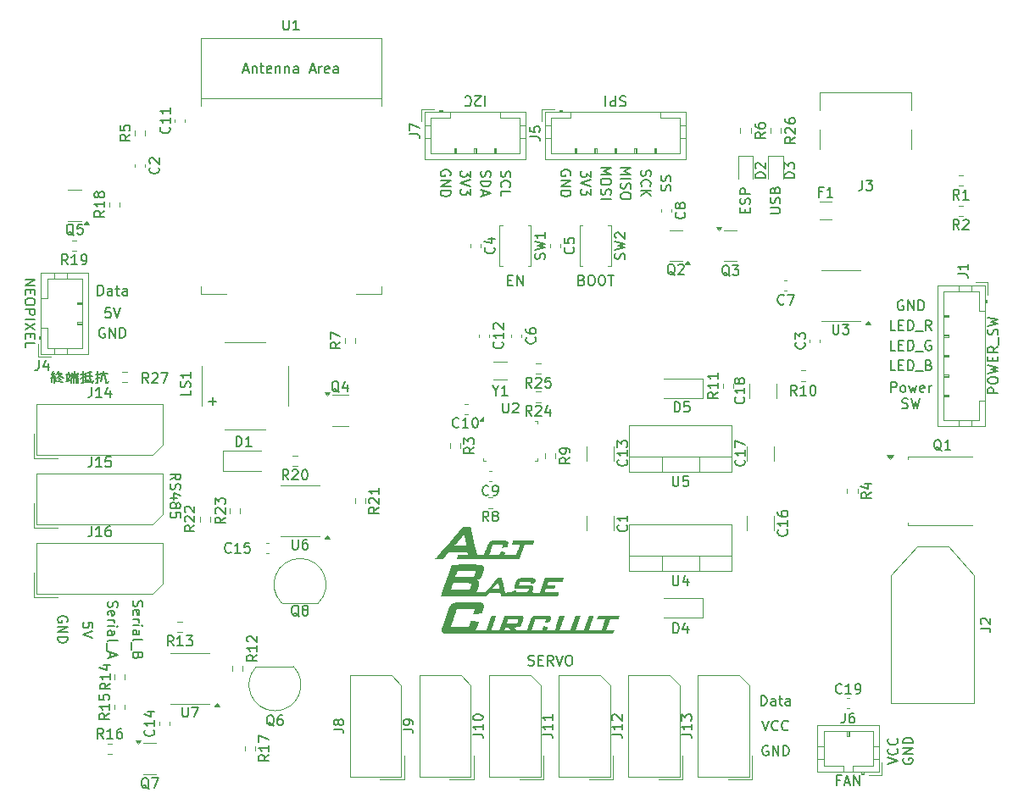
<source format=gbr>
%TF.GenerationSoftware,KiCad,Pcbnew,8.0.7*%
%TF.CreationDate,2025-06-05T13:27:20+09:00*%
%TF.ProjectId,ACT_Base_board_v2,4143545f-4261-4736-955f-626f6172645f,rev?*%
%TF.SameCoordinates,PX2faf080PY2faf080*%
%TF.FileFunction,Legend,Top*%
%TF.FilePolarity,Positive*%
%FSLAX46Y46*%
G04 Gerber Fmt 4.6, Leading zero omitted, Abs format (unit mm)*
G04 Created by KiCad (PCBNEW 8.0.7) date 2025-06-05 13:27:20*
%MOMM*%
%LPD*%
G01*
G04 APERTURE LIST*
%ADD10C,0.150000*%
%ADD11C,0.120000*%
%ADD12C,0.000000*%
%ADD13C,0.100000*%
G04 APERTURE END LIST*
D10*
X72431009Y-12190475D02*
X72431009Y-11857142D01*
X72954819Y-11714285D02*
X72954819Y-12190475D01*
X72954819Y-12190475D02*
X71954819Y-12190475D01*
X71954819Y-12190475D02*
X71954819Y-11714285D01*
X72907200Y-11333332D02*
X72954819Y-11190475D01*
X72954819Y-11190475D02*
X72954819Y-10952380D01*
X72954819Y-10952380D02*
X72907200Y-10857142D01*
X72907200Y-10857142D02*
X72859580Y-10809523D01*
X72859580Y-10809523D02*
X72764342Y-10761904D01*
X72764342Y-10761904D02*
X72669104Y-10761904D01*
X72669104Y-10761904D02*
X72573866Y-10809523D01*
X72573866Y-10809523D02*
X72526247Y-10857142D01*
X72526247Y-10857142D02*
X72478628Y-10952380D01*
X72478628Y-10952380D02*
X72431009Y-11142856D01*
X72431009Y-11142856D02*
X72383390Y-11238094D01*
X72383390Y-11238094D02*
X72335771Y-11285713D01*
X72335771Y-11285713D02*
X72240533Y-11333332D01*
X72240533Y-11333332D02*
X72145295Y-11333332D01*
X72145295Y-11333332D02*
X72050057Y-11285713D01*
X72050057Y-11285713D02*
X72002438Y-11238094D01*
X72002438Y-11238094D02*
X71954819Y-11142856D01*
X71954819Y-11142856D02*
X71954819Y-10904761D01*
X71954819Y-10904761D02*
X72002438Y-10761904D01*
X72954819Y-10333332D02*
X71954819Y-10333332D01*
X71954819Y-10333332D02*
X71954819Y-9952380D01*
X71954819Y-9952380D02*
X72002438Y-9857142D01*
X72002438Y-9857142D02*
X72050057Y-9809523D01*
X72050057Y-9809523D02*
X72145295Y-9761904D01*
X72145295Y-9761904D02*
X72288152Y-9761904D01*
X72288152Y-9761904D02*
X72383390Y-9809523D01*
X72383390Y-9809523D02*
X72431009Y-9857142D01*
X72431009Y-9857142D02*
X72478628Y-9952380D01*
X72478628Y-9952380D02*
X72478628Y-10333332D01*
X87476190Y-23954819D02*
X87000000Y-23954819D01*
X87000000Y-23954819D02*
X87000000Y-22954819D01*
X87809524Y-23431009D02*
X88142857Y-23431009D01*
X88285714Y-23954819D02*
X87809524Y-23954819D01*
X87809524Y-23954819D02*
X87809524Y-22954819D01*
X87809524Y-22954819D02*
X88285714Y-22954819D01*
X88714286Y-23954819D02*
X88714286Y-22954819D01*
X88714286Y-22954819D02*
X88952381Y-22954819D01*
X88952381Y-22954819D02*
X89095238Y-23002438D01*
X89095238Y-23002438D02*
X89190476Y-23097676D01*
X89190476Y-23097676D02*
X89238095Y-23192914D01*
X89238095Y-23192914D02*
X89285714Y-23383390D01*
X89285714Y-23383390D02*
X89285714Y-23526247D01*
X89285714Y-23526247D02*
X89238095Y-23716723D01*
X89238095Y-23716723D02*
X89190476Y-23811961D01*
X89190476Y-23811961D02*
X89095238Y-23907200D01*
X89095238Y-23907200D02*
X88952381Y-23954819D01*
X88952381Y-23954819D02*
X88714286Y-23954819D01*
X89476191Y-24050057D02*
X90238095Y-24050057D01*
X91047619Y-23954819D02*
X90714286Y-23478628D01*
X90476191Y-23954819D02*
X90476191Y-22954819D01*
X90476191Y-22954819D02*
X90857143Y-22954819D01*
X90857143Y-22954819D02*
X90952381Y-23002438D01*
X90952381Y-23002438D02*
X91000000Y-23050057D01*
X91000000Y-23050057D02*
X91047619Y-23145295D01*
X91047619Y-23145295D02*
X91047619Y-23288152D01*
X91047619Y-23288152D02*
X91000000Y-23383390D01*
X91000000Y-23383390D02*
X90952381Y-23431009D01*
X90952381Y-23431009D02*
X90857143Y-23478628D01*
X90857143Y-23478628D02*
X90476191Y-23478628D01*
X87023809Y-30149847D02*
X87023809Y-29149847D01*
X87023809Y-29149847D02*
X87404761Y-29149847D01*
X87404761Y-29149847D02*
X87499999Y-29197466D01*
X87499999Y-29197466D02*
X87547618Y-29245085D01*
X87547618Y-29245085D02*
X87595237Y-29340323D01*
X87595237Y-29340323D02*
X87595237Y-29483180D01*
X87595237Y-29483180D02*
X87547618Y-29578418D01*
X87547618Y-29578418D02*
X87499999Y-29626037D01*
X87499999Y-29626037D02*
X87404761Y-29673656D01*
X87404761Y-29673656D02*
X87023809Y-29673656D01*
X88166666Y-30149847D02*
X88071428Y-30102228D01*
X88071428Y-30102228D02*
X88023809Y-30054608D01*
X88023809Y-30054608D02*
X87976190Y-29959370D01*
X87976190Y-29959370D02*
X87976190Y-29673656D01*
X87976190Y-29673656D02*
X88023809Y-29578418D01*
X88023809Y-29578418D02*
X88071428Y-29530799D01*
X88071428Y-29530799D02*
X88166666Y-29483180D01*
X88166666Y-29483180D02*
X88309523Y-29483180D01*
X88309523Y-29483180D02*
X88404761Y-29530799D01*
X88404761Y-29530799D02*
X88452380Y-29578418D01*
X88452380Y-29578418D02*
X88499999Y-29673656D01*
X88499999Y-29673656D02*
X88499999Y-29959370D01*
X88499999Y-29959370D02*
X88452380Y-30054608D01*
X88452380Y-30054608D02*
X88404761Y-30102228D01*
X88404761Y-30102228D02*
X88309523Y-30149847D01*
X88309523Y-30149847D02*
X88166666Y-30149847D01*
X88833333Y-29483180D02*
X89023809Y-30149847D01*
X89023809Y-30149847D02*
X89214285Y-29673656D01*
X89214285Y-29673656D02*
X89404761Y-30149847D01*
X89404761Y-30149847D02*
X89595237Y-29483180D01*
X90357142Y-30102228D02*
X90261904Y-30149847D01*
X90261904Y-30149847D02*
X90071428Y-30149847D01*
X90071428Y-30149847D02*
X89976190Y-30102228D01*
X89976190Y-30102228D02*
X89928571Y-30006989D01*
X89928571Y-30006989D02*
X89928571Y-29626037D01*
X89928571Y-29626037D02*
X89976190Y-29530799D01*
X89976190Y-29530799D02*
X90071428Y-29483180D01*
X90071428Y-29483180D02*
X90261904Y-29483180D01*
X90261904Y-29483180D02*
X90357142Y-29530799D01*
X90357142Y-29530799D02*
X90404761Y-29626037D01*
X90404761Y-29626037D02*
X90404761Y-29721275D01*
X90404761Y-29721275D02*
X89928571Y-29816513D01*
X90833333Y-30149847D02*
X90833333Y-29483180D01*
X90833333Y-29673656D02*
X90880952Y-29578418D01*
X90880952Y-29578418D02*
X90928571Y-29530799D01*
X90928571Y-29530799D02*
X91023809Y-29483180D01*
X91023809Y-29483180D02*
X91119047Y-29483180D01*
X88142857Y-31712172D02*
X88285714Y-31759791D01*
X88285714Y-31759791D02*
X88523809Y-31759791D01*
X88523809Y-31759791D02*
X88619047Y-31712172D01*
X88619047Y-31712172D02*
X88666666Y-31664552D01*
X88666666Y-31664552D02*
X88714285Y-31569314D01*
X88714285Y-31569314D02*
X88714285Y-31474076D01*
X88714285Y-31474076D02*
X88666666Y-31378838D01*
X88666666Y-31378838D02*
X88619047Y-31331219D01*
X88619047Y-31331219D02*
X88523809Y-31283600D01*
X88523809Y-31283600D02*
X88333333Y-31235981D01*
X88333333Y-31235981D02*
X88238095Y-31188362D01*
X88238095Y-31188362D02*
X88190476Y-31140743D01*
X88190476Y-31140743D02*
X88142857Y-31045505D01*
X88142857Y-31045505D02*
X88142857Y-30950267D01*
X88142857Y-30950267D02*
X88190476Y-30855029D01*
X88190476Y-30855029D02*
X88238095Y-30807410D01*
X88238095Y-30807410D02*
X88333333Y-30759791D01*
X88333333Y-30759791D02*
X88571428Y-30759791D01*
X88571428Y-30759791D02*
X88714285Y-30807410D01*
X89047619Y-30759791D02*
X89285714Y-31759791D01*
X89285714Y-31759791D02*
X89476190Y-31045505D01*
X89476190Y-31045505D02*
X89666666Y-31759791D01*
X89666666Y-31759791D02*
X89904762Y-30759791D01*
X7295180Y-53659523D02*
X7295180Y-53183333D01*
X7295180Y-53183333D02*
X6818990Y-53135714D01*
X6818990Y-53135714D02*
X6866609Y-53183333D01*
X6866609Y-53183333D02*
X6914228Y-53278571D01*
X6914228Y-53278571D02*
X6914228Y-53516666D01*
X6914228Y-53516666D02*
X6866609Y-53611904D01*
X6866609Y-53611904D02*
X6818990Y-53659523D01*
X6818990Y-53659523D02*
X6723752Y-53707142D01*
X6723752Y-53707142D02*
X6485657Y-53707142D01*
X6485657Y-53707142D02*
X6390419Y-53659523D01*
X6390419Y-53659523D02*
X6342800Y-53611904D01*
X6342800Y-53611904D02*
X6295180Y-53516666D01*
X6295180Y-53516666D02*
X6295180Y-53278571D01*
X6295180Y-53278571D02*
X6342800Y-53183333D01*
X6342800Y-53183333D02*
X6390419Y-53135714D01*
X7295180Y-53992857D02*
X6295180Y-54326190D01*
X6295180Y-54326190D02*
X7295180Y-54659523D01*
X88252438Y-66761904D02*
X88204819Y-66857142D01*
X88204819Y-66857142D02*
X88204819Y-66999999D01*
X88204819Y-66999999D02*
X88252438Y-67142856D01*
X88252438Y-67142856D02*
X88347676Y-67238094D01*
X88347676Y-67238094D02*
X88442914Y-67285713D01*
X88442914Y-67285713D02*
X88633390Y-67333332D01*
X88633390Y-67333332D02*
X88776247Y-67333332D01*
X88776247Y-67333332D02*
X88966723Y-67285713D01*
X88966723Y-67285713D02*
X89061961Y-67238094D01*
X89061961Y-67238094D02*
X89157200Y-67142856D01*
X89157200Y-67142856D02*
X89204819Y-66999999D01*
X89204819Y-66999999D02*
X89204819Y-66904761D01*
X89204819Y-66904761D02*
X89157200Y-66761904D01*
X89157200Y-66761904D02*
X89109580Y-66714285D01*
X89109580Y-66714285D02*
X88776247Y-66714285D01*
X88776247Y-66714285D02*
X88776247Y-66904761D01*
X89204819Y-66285713D02*
X88204819Y-66285713D01*
X88204819Y-66285713D02*
X89204819Y-65714285D01*
X89204819Y-65714285D02*
X88204819Y-65714285D01*
X89204819Y-65238094D02*
X88204819Y-65238094D01*
X88204819Y-65238094D02*
X88204819Y-64999999D01*
X88204819Y-64999999D02*
X88252438Y-64857142D01*
X88252438Y-64857142D02*
X88347676Y-64761904D01*
X88347676Y-64761904D02*
X88442914Y-64714285D01*
X88442914Y-64714285D02*
X88633390Y-64666666D01*
X88633390Y-64666666D02*
X88776247Y-64666666D01*
X88776247Y-64666666D02*
X88966723Y-64714285D01*
X88966723Y-64714285D02*
X89061961Y-64761904D01*
X89061961Y-64761904D02*
X89157200Y-64857142D01*
X89157200Y-64857142D02*
X89204819Y-64999999D01*
X89204819Y-64999999D02*
X89204819Y-65238094D01*
X87476190Y-27954819D02*
X87000000Y-27954819D01*
X87000000Y-27954819D02*
X87000000Y-26954819D01*
X87809524Y-27431009D02*
X88142857Y-27431009D01*
X88285714Y-27954819D02*
X87809524Y-27954819D01*
X87809524Y-27954819D02*
X87809524Y-26954819D01*
X87809524Y-26954819D02*
X88285714Y-26954819D01*
X88714286Y-27954819D02*
X88714286Y-26954819D01*
X88714286Y-26954819D02*
X88952381Y-26954819D01*
X88952381Y-26954819D02*
X89095238Y-27002438D01*
X89095238Y-27002438D02*
X89190476Y-27097676D01*
X89190476Y-27097676D02*
X89238095Y-27192914D01*
X89238095Y-27192914D02*
X89285714Y-27383390D01*
X89285714Y-27383390D02*
X89285714Y-27526247D01*
X89285714Y-27526247D02*
X89238095Y-27716723D01*
X89238095Y-27716723D02*
X89190476Y-27811961D01*
X89190476Y-27811961D02*
X89095238Y-27907200D01*
X89095238Y-27907200D02*
X88952381Y-27954819D01*
X88952381Y-27954819D02*
X88714286Y-27954819D01*
X89476191Y-28050057D02*
X90238095Y-28050057D01*
X90809524Y-27431009D02*
X90952381Y-27478628D01*
X90952381Y-27478628D02*
X91000000Y-27526247D01*
X91000000Y-27526247D02*
X91047619Y-27621485D01*
X91047619Y-27621485D02*
X91047619Y-27764342D01*
X91047619Y-27764342D02*
X91000000Y-27859580D01*
X91000000Y-27859580D02*
X90952381Y-27907200D01*
X90952381Y-27907200D02*
X90857143Y-27954819D01*
X90857143Y-27954819D02*
X90476191Y-27954819D01*
X90476191Y-27954819D02*
X90476191Y-26954819D01*
X90476191Y-26954819D02*
X90809524Y-26954819D01*
X90809524Y-26954819D02*
X90904762Y-27002438D01*
X90904762Y-27002438D02*
X90952381Y-27050057D01*
X90952381Y-27050057D02*
X91000000Y-27145295D01*
X91000000Y-27145295D02*
X91000000Y-27240533D01*
X91000000Y-27240533D02*
X90952381Y-27335771D01*
X90952381Y-27335771D02*
X90904762Y-27383390D01*
X90904762Y-27383390D02*
X90809524Y-27431009D01*
X90809524Y-27431009D02*
X90476191Y-27431009D01*
X48761905Y-18931009D02*
X49095238Y-18931009D01*
X49238095Y-19454819D02*
X48761905Y-19454819D01*
X48761905Y-19454819D02*
X48761905Y-18454819D01*
X48761905Y-18454819D02*
X49238095Y-18454819D01*
X49666667Y-19454819D02*
X49666667Y-18454819D01*
X49666667Y-18454819D02*
X50238095Y-19454819D01*
X50238095Y-19454819D02*
X50238095Y-18454819D01*
X50809524Y-57407200D02*
X50952381Y-57454819D01*
X50952381Y-57454819D02*
X51190476Y-57454819D01*
X51190476Y-57454819D02*
X51285714Y-57407200D01*
X51285714Y-57407200D02*
X51333333Y-57359580D01*
X51333333Y-57359580D02*
X51380952Y-57264342D01*
X51380952Y-57264342D02*
X51380952Y-57169104D01*
X51380952Y-57169104D02*
X51333333Y-57073866D01*
X51333333Y-57073866D02*
X51285714Y-57026247D01*
X51285714Y-57026247D02*
X51190476Y-56978628D01*
X51190476Y-56978628D02*
X51000000Y-56931009D01*
X51000000Y-56931009D02*
X50904762Y-56883390D01*
X50904762Y-56883390D02*
X50857143Y-56835771D01*
X50857143Y-56835771D02*
X50809524Y-56740533D01*
X50809524Y-56740533D02*
X50809524Y-56645295D01*
X50809524Y-56645295D02*
X50857143Y-56550057D01*
X50857143Y-56550057D02*
X50904762Y-56502438D01*
X50904762Y-56502438D02*
X51000000Y-56454819D01*
X51000000Y-56454819D02*
X51238095Y-56454819D01*
X51238095Y-56454819D02*
X51380952Y-56502438D01*
X51809524Y-56931009D02*
X52142857Y-56931009D01*
X52285714Y-57454819D02*
X51809524Y-57454819D01*
X51809524Y-57454819D02*
X51809524Y-56454819D01*
X51809524Y-56454819D02*
X52285714Y-56454819D01*
X53285714Y-57454819D02*
X52952381Y-56978628D01*
X52714286Y-57454819D02*
X52714286Y-56454819D01*
X52714286Y-56454819D02*
X53095238Y-56454819D01*
X53095238Y-56454819D02*
X53190476Y-56502438D01*
X53190476Y-56502438D02*
X53238095Y-56550057D01*
X53238095Y-56550057D02*
X53285714Y-56645295D01*
X53285714Y-56645295D02*
X53285714Y-56788152D01*
X53285714Y-56788152D02*
X53238095Y-56883390D01*
X53238095Y-56883390D02*
X53190476Y-56931009D01*
X53190476Y-56931009D02*
X53095238Y-56978628D01*
X53095238Y-56978628D02*
X52714286Y-56978628D01*
X53571429Y-56454819D02*
X53904762Y-57454819D01*
X53904762Y-57454819D02*
X54238095Y-56454819D01*
X54761905Y-56454819D02*
X54952381Y-56454819D01*
X54952381Y-56454819D02*
X55047619Y-56502438D01*
X55047619Y-56502438D02*
X55142857Y-56597676D01*
X55142857Y-56597676D02*
X55190476Y-56788152D01*
X55190476Y-56788152D02*
X55190476Y-57121485D01*
X55190476Y-57121485D02*
X55142857Y-57311961D01*
X55142857Y-57311961D02*
X55047619Y-57407200D01*
X55047619Y-57407200D02*
X54952381Y-57454819D01*
X54952381Y-57454819D02*
X54761905Y-57454819D01*
X54761905Y-57454819D02*
X54666667Y-57407200D01*
X54666667Y-57407200D02*
X54571429Y-57311961D01*
X54571429Y-57311961D02*
X54523810Y-57121485D01*
X54523810Y-57121485D02*
X54523810Y-56788152D01*
X54523810Y-56788152D02*
X54571429Y-56597676D01*
X54571429Y-56597676D02*
X54666667Y-56502438D01*
X54666667Y-56502438D02*
X54761905Y-56454819D01*
X88238095Y-21002438D02*
X88142857Y-20954819D01*
X88142857Y-20954819D02*
X88000000Y-20954819D01*
X88000000Y-20954819D02*
X87857143Y-21002438D01*
X87857143Y-21002438D02*
X87761905Y-21097676D01*
X87761905Y-21097676D02*
X87714286Y-21192914D01*
X87714286Y-21192914D02*
X87666667Y-21383390D01*
X87666667Y-21383390D02*
X87666667Y-21526247D01*
X87666667Y-21526247D02*
X87714286Y-21716723D01*
X87714286Y-21716723D02*
X87761905Y-21811961D01*
X87761905Y-21811961D02*
X87857143Y-21907200D01*
X87857143Y-21907200D02*
X88000000Y-21954819D01*
X88000000Y-21954819D02*
X88095238Y-21954819D01*
X88095238Y-21954819D02*
X88238095Y-21907200D01*
X88238095Y-21907200D02*
X88285714Y-21859580D01*
X88285714Y-21859580D02*
X88285714Y-21526247D01*
X88285714Y-21526247D02*
X88095238Y-21526247D01*
X88714286Y-21954819D02*
X88714286Y-20954819D01*
X88714286Y-20954819D02*
X89285714Y-21954819D01*
X89285714Y-21954819D02*
X89285714Y-20954819D01*
X89761905Y-21954819D02*
X89761905Y-20954819D01*
X89761905Y-20954819D02*
X90000000Y-20954819D01*
X90000000Y-20954819D02*
X90142857Y-21002438D01*
X90142857Y-21002438D02*
X90238095Y-21097676D01*
X90238095Y-21097676D02*
X90285714Y-21192914D01*
X90285714Y-21192914D02*
X90333333Y-21383390D01*
X90333333Y-21383390D02*
X90333333Y-21526247D01*
X90333333Y-21526247D02*
X90285714Y-21716723D01*
X90285714Y-21716723D02*
X90238095Y-21811961D01*
X90238095Y-21811961D02*
X90142857Y-21907200D01*
X90142857Y-21907200D02*
X90000000Y-21954819D01*
X90000000Y-21954819D02*
X89761905Y-21954819D01*
X7797619Y-20454819D02*
X7797619Y-19454819D01*
X7797619Y-19454819D02*
X8035714Y-19454819D01*
X8035714Y-19454819D02*
X8178571Y-19502438D01*
X8178571Y-19502438D02*
X8273809Y-19597676D01*
X8273809Y-19597676D02*
X8321428Y-19692914D01*
X8321428Y-19692914D02*
X8369047Y-19883390D01*
X8369047Y-19883390D02*
X8369047Y-20026247D01*
X8369047Y-20026247D02*
X8321428Y-20216723D01*
X8321428Y-20216723D02*
X8273809Y-20311961D01*
X8273809Y-20311961D02*
X8178571Y-20407200D01*
X8178571Y-20407200D02*
X8035714Y-20454819D01*
X8035714Y-20454819D02*
X7797619Y-20454819D01*
X9226190Y-20454819D02*
X9226190Y-19931009D01*
X9226190Y-19931009D02*
X9178571Y-19835771D01*
X9178571Y-19835771D02*
X9083333Y-19788152D01*
X9083333Y-19788152D02*
X8892857Y-19788152D01*
X8892857Y-19788152D02*
X8797619Y-19835771D01*
X9226190Y-20407200D02*
X9130952Y-20454819D01*
X9130952Y-20454819D02*
X8892857Y-20454819D01*
X8892857Y-20454819D02*
X8797619Y-20407200D01*
X8797619Y-20407200D02*
X8750000Y-20311961D01*
X8750000Y-20311961D02*
X8750000Y-20216723D01*
X8750000Y-20216723D02*
X8797619Y-20121485D01*
X8797619Y-20121485D02*
X8892857Y-20073866D01*
X8892857Y-20073866D02*
X9130952Y-20073866D01*
X9130952Y-20073866D02*
X9226190Y-20026247D01*
X9559524Y-19788152D02*
X9940476Y-19788152D01*
X9702381Y-19454819D02*
X9702381Y-20311961D01*
X9702381Y-20311961D02*
X9750000Y-20407200D01*
X9750000Y-20407200D02*
X9845238Y-20454819D01*
X9845238Y-20454819D02*
X9940476Y-20454819D01*
X10702381Y-20454819D02*
X10702381Y-19931009D01*
X10702381Y-19931009D02*
X10654762Y-19835771D01*
X10654762Y-19835771D02*
X10559524Y-19788152D01*
X10559524Y-19788152D02*
X10369048Y-19788152D01*
X10369048Y-19788152D02*
X10273810Y-19835771D01*
X10702381Y-20407200D02*
X10607143Y-20454819D01*
X10607143Y-20454819D02*
X10369048Y-20454819D01*
X10369048Y-20454819D02*
X10273810Y-20407200D01*
X10273810Y-20407200D02*
X10226191Y-20311961D01*
X10226191Y-20311961D02*
X10226191Y-20216723D01*
X10226191Y-20216723D02*
X10273810Y-20121485D01*
X10273810Y-20121485D02*
X10369048Y-20073866D01*
X10369048Y-20073866D02*
X10607143Y-20073866D01*
X10607143Y-20073866D02*
X10702381Y-20026247D01*
X86704819Y-67333332D02*
X87704819Y-66999999D01*
X87704819Y-66999999D02*
X86704819Y-66666666D01*
X87609580Y-65761904D02*
X87657200Y-65809523D01*
X87657200Y-65809523D02*
X87704819Y-65952380D01*
X87704819Y-65952380D02*
X87704819Y-66047618D01*
X87704819Y-66047618D02*
X87657200Y-66190475D01*
X87657200Y-66190475D02*
X87561961Y-66285713D01*
X87561961Y-66285713D02*
X87466723Y-66333332D01*
X87466723Y-66333332D02*
X87276247Y-66380951D01*
X87276247Y-66380951D02*
X87133390Y-66380951D01*
X87133390Y-66380951D02*
X86942914Y-66333332D01*
X86942914Y-66333332D02*
X86847676Y-66285713D01*
X86847676Y-66285713D02*
X86752438Y-66190475D01*
X86752438Y-66190475D02*
X86704819Y-66047618D01*
X86704819Y-66047618D02*
X86704819Y-65952380D01*
X86704819Y-65952380D02*
X86752438Y-65809523D01*
X86752438Y-65809523D02*
X86800057Y-65761904D01*
X87609580Y-64761904D02*
X87657200Y-64809523D01*
X87657200Y-64809523D02*
X87704819Y-64952380D01*
X87704819Y-64952380D02*
X87704819Y-65047618D01*
X87704819Y-65047618D02*
X87657200Y-65190475D01*
X87657200Y-65190475D02*
X87561961Y-65285713D01*
X87561961Y-65285713D02*
X87466723Y-65333332D01*
X87466723Y-65333332D02*
X87276247Y-65380951D01*
X87276247Y-65380951D02*
X87133390Y-65380951D01*
X87133390Y-65380951D02*
X86942914Y-65333332D01*
X86942914Y-65333332D02*
X86847676Y-65285713D01*
X86847676Y-65285713D02*
X86752438Y-65190475D01*
X86752438Y-65190475D02*
X86704819Y-65047618D01*
X86704819Y-65047618D02*
X86704819Y-64952380D01*
X86704819Y-64952380D02*
X86752438Y-64809523D01*
X86752438Y-64809523D02*
X86800057Y-64761904D01*
X97704819Y-30238094D02*
X96704819Y-30238094D01*
X96704819Y-30238094D02*
X96704819Y-29857142D01*
X96704819Y-29857142D02*
X96752438Y-29761904D01*
X96752438Y-29761904D02*
X96800057Y-29714285D01*
X96800057Y-29714285D02*
X96895295Y-29666666D01*
X96895295Y-29666666D02*
X97038152Y-29666666D01*
X97038152Y-29666666D02*
X97133390Y-29714285D01*
X97133390Y-29714285D02*
X97181009Y-29761904D01*
X97181009Y-29761904D02*
X97228628Y-29857142D01*
X97228628Y-29857142D02*
X97228628Y-30238094D01*
X96704819Y-29047618D02*
X96704819Y-28857142D01*
X96704819Y-28857142D02*
X96752438Y-28761904D01*
X96752438Y-28761904D02*
X96847676Y-28666666D01*
X96847676Y-28666666D02*
X97038152Y-28619047D01*
X97038152Y-28619047D02*
X97371485Y-28619047D01*
X97371485Y-28619047D02*
X97561961Y-28666666D01*
X97561961Y-28666666D02*
X97657200Y-28761904D01*
X97657200Y-28761904D02*
X97704819Y-28857142D01*
X97704819Y-28857142D02*
X97704819Y-29047618D01*
X97704819Y-29047618D02*
X97657200Y-29142856D01*
X97657200Y-29142856D02*
X97561961Y-29238094D01*
X97561961Y-29238094D02*
X97371485Y-29285713D01*
X97371485Y-29285713D02*
X97038152Y-29285713D01*
X97038152Y-29285713D02*
X96847676Y-29238094D01*
X96847676Y-29238094D02*
X96752438Y-29142856D01*
X96752438Y-29142856D02*
X96704819Y-29047618D01*
X96704819Y-28285713D02*
X97704819Y-28047618D01*
X97704819Y-28047618D02*
X96990533Y-27857142D01*
X96990533Y-27857142D02*
X97704819Y-27666666D01*
X97704819Y-27666666D02*
X96704819Y-27428571D01*
X97181009Y-27047618D02*
X97181009Y-26714285D01*
X97704819Y-26571428D02*
X97704819Y-27047618D01*
X97704819Y-27047618D02*
X96704819Y-27047618D01*
X96704819Y-27047618D02*
X96704819Y-26571428D01*
X97704819Y-25571428D02*
X97228628Y-25904761D01*
X97704819Y-26142856D02*
X96704819Y-26142856D01*
X96704819Y-26142856D02*
X96704819Y-25761904D01*
X96704819Y-25761904D02*
X96752438Y-25666666D01*
X96752438Y-25666666D02*
X96800057Y-25619047D01*
X96800057Y-25619047D02*
X96895295Y-25571428D01*
X96895295Y-25571428D02*
X97038152Y-25571428D01*
X97038152Y-25571428D02*
X97133390Y-25619047D01*
X97133390Y-25619047D02*
X97181009Y-25666666D01*
X97181009Y-25666666D02*
X97228628Y-25761904D01*
X97228628Y-25761904D02*
X97228628Y-26142856D01*
X97800057Y-25380952D02*
X97800057Y-24619047D01*
X97657200Y-24428570D02*
X97704819Y-24285713D01*
X97704819Y-24285713D02*
X97704819Y-24047618D01*
X97704819Y-24047618D02*
X97657200Y-23952380D01*
X97657200Y-23952380D02*
X97609580Y-23904761D01*
X97609580Y-23904761D02*
X97514342Y-23857142D01*
X97514342Y-23857142D02*
X97419104Y-23857142D01*
X97419104Y-23857142D02*
X97323866Y-23904761D01*
X97323866Y-23904761D02*
X97276247Y-23952380D01*
X97276247Y-23952380D02*
X97228628Y-24047618D01*
X97228628Y-24047618D02*
X97181009Y-24238094D01*
X97181009Y-24238094D02*
X97133390Y-24333332D01*
X97133390Y-24333332D02*
X97085771Y-24380951D01*
X97085771Y-24380951D02*
X96990533Y-24428570D01*
X96990533Y-24428570D02*
X96895295Y-24428570D01*
X96895295Y-24428570D02*
X96800057Y-24380951D01*
X96800057Y-24380951D02*
X96752438Y-24333332D01*
X96752438Y-24333332D02*
X96704819Y-24238094D01*
X96704819Y-24238094D02*
X96704819Y-23999999D01*
X96704819Y-23999999D02*
X96752438Y-23857142D01*
X96704819Y-23523808D02*
X97704819Y-23285713D01*
X97704819Y-23285713D02*
X96990533Y-23095237D01*
X96990533Y-23095237D02*
X97704819Y-22904761D01*
X97704819Y-22904761D02*
X96704819Y-22666666D01*
X3809524Y-28252438D02*
X4238096Y-28252438D01*
X3142858Y-28681009D02*
X3571429Y-28681009D01*
X3428572Y-28633390D02*
X3428572Y-29204819D01*
X3190477Y-28300057D02*
X3333334Y-28490533D01*
X3333334Y-28490533D02*
X3190477Y-28681009D01*
X3904762Y-28061961D02*
X3809524Y-28252438D01*
X3809524Y-28252438D02*
X3619048Y-28395295D01*
X3523810Y-28776247D02*
X3619048Y-29014342D01*
X3476191Y-28490533D02*
X3571429Y-28728628D01*
X3857143Y-28347676D02*
X4142858Y-28633390D01*
X4142858Y-28633390D02*
X4380953Y-28728628D01*
X3904762Y-28776247D02*
X4142858Y-28871485D01*
X3333334Y-28061961D02*
X3238096Y-28347676D01*
X3476191Y-28204819D02*
X3333334Y-28490533D01*
X4190477Y-28300057D02*
X3904762Y-28633390D01*
X3904762Y-28633390D02*
X3666667Y-28728628D01*
X3761905Y-29014342D02*
X4285715Y-29157200D01*
X3238096Y-28776247D02*
X3190477Y-29109580D01*
X4619048Y-28347676D02*
X5047619Y-28347676D01*
X5190476Y-28395295D02*
X5809524Y-28395295D01*
X5095238Y-28538152D02*
X5857143Y-28538152D01*
X4857143Y-28109580D02*
X4857143Y-28347676D01*
X5142857Y-28728628D02*
X5142857Y-29204819D01*
X5190476Y-28157200D02*
X5190476Y-28395295D01*
X5380952Y-28728628D02*
X5380952Y-29204819D01*
X5476190Y-28538152D02*
X5428571Y-28728628D01*
X5476190Y-28061961D02*
X5476190Y-28395295D01*
X5619048Y-28728628D02*
X5619048Y-29204819D01*
X5809524Y-28157200D02*
X5809524Y-28395295D01*
X4952381Y-28442914D02*
X4904762Y-28966723D01*
X5047619Y-28919104D02*
X4619048Y-29014342D01*
X4714286Y-28442914D02*
X4761905Y-28871485D01*
X5142857Y-28728628D02*
X5809524Y-28728628D01*
X5809524Y-28728628D02*
X5809524Y-29204819D01*
X5809524Y-29204819D02*
X5761905Y-29204819D01*
X6095238Y-28347676D02*
X6523809Y-28347676D01*
X6619047Y-28538152D02*
X7285714Y-28538152D01*
X6523809Y-29157200D02*
X7047619Y-29157200D01*
X6142857Y-29204819D02*
X6333333Y-29204819D01*
X6333333Y-28061961D02*
X6333333Y-29204819D01*
X6619047Y-28204819D02*
X6619047Y-28966723D01*
X6523809Y-28633390D02*
X6095238Y-28776247D01*
X7000000Y-28157200D02*
X7047619Y-28442914D01*
X7047619Y-28442914D02*
X7000000Y-28585771D01*
X7000000Y-28585771D02*
X7095238Y-29061961D01*
X7190476Y-28109580D02*
X6714285Y-28204819D01*
X6952380Y-28919104D02*
X6476190Y-28966723D01*
X7333333Y-28966723D02*
X7285714Y-29204819D01*
X7285714Y-29204819D02*
X7190476Y-29157200D01*
X8047618Y-28300057D02*
X8761904Y-28300057D01*
X7571428Y-28347676D02*
X7999999Y-28347676D01*
X7619047Y-29204819D02*
X7809523Y-29204819D01*
X7809523Y-28061961D02*
X7809523Y-29204819D01*
X8380951Y-28061961D02*
X8380951Y-28252438D01*
X7999999Y-28681009D02*
X7571428Y-28776247D01*
X8190475Y-28490533D02*
X8190475Y-28823866D01*
X8190475Y-28823866D02*
X8142856Y-29061961D01*
X8190475Y-28490533D02*
X8571428Y-28490533D01*
X8571428Y-28490533D02*
X8619047Y-29204819D01*
X8619047Y-29204819D02*
X8761904Y-29204819D01*
X8761904Y-29204819D02*
X8857142Y-29014342D01*
X74738095Y-65502438D02*
X74642857Y-65454819D01*
X74642857Y-65454819D02*
X74500000Y-65454819D01*
X74500000Y-65454819D02*
X74357143Y-65502438D01*
X74357143Y-65502438D02*
X74261905Y-65597676D01*
X74261905Y-65597676D02*
X74214286Y-65692914D01*
X74214286Y-65692914D02*
X74166667Y-65883390D01*
X74166667Y-65883390D02*
X74166667Y-66026247D01*
X74166667Y-66026247D02*
X74214286Y-66216723D01*
X74214286Y-66216723D02*
X74261905Y-66311961D01*
X74261905Y-66311961D02*
X74357143Y-66407200D01*
X74357143Y-66407200D02*
X74500000Y-66454819D01*
X74500000Y-66454819D02*
X74595238Y-66454819D01*
X74595238Y-66454819D02*
X74738095Y-66407200D01*
X74738095Y-66407200D02*
X74785714Y-66359580D01*
X74785714Y-66359580D02*
X74785714Y-66026247D01*
X74785714Y-66026247D02*
X74595238Y-66026247D01*
X75214286Y-66454819D02*
X75214286Y-65454819D01*
X75214286Y-65454819D02*
X75785714Y-66454819D01*
X75785714Y-66454819D02*
X75785714Y-65454819D01*
X76261905Y-66454819D02*
X76261905Y-65454819D01*
X76261905Y-65454819D02*
X76500000Y-65454819D01*
X76500000Y-65454819D02*
X76642857Y-65502438D01*
X76642857Y-65502438D02*
X76738095Y-65597676D01*
X76738095Y-65597676D02*
X76785714Y-65692914D01*
X76785714Y-65692914D02*
X76833333Y-65883390D01*
X76833333Y-65883390D02*
X76833333Y-66026247D01*
X76833333Y-66026247D02*
X76785714Y-66216723D01*
X76785714Y-66216723D02*
X76738095Y-66311961D01*
X76738095Y-66311961D02*
X76642857Y-66407200D01*
X76642857Y-66407200D02*
X76500000Y-66454819D01*
X76500000Y-66454819D02*
X76261905Y-66454819D01*
X45045180Y-8011905D02*
X45045180Y-8630952D01*
X45045180Y-8630952D02*
X44664228Y-8297619D01*
X44664228Y-8297619D02*
X44664228Y-8440476D01*
X44664228Y-8440476D02*
X44616609Y-8535714D01*
X44616609Y-8535714D02*
X44568990Y-8583333D01*
X44568990Y-8583333D02*
X44473752Y-8630952D01*
X44473752Y-8630952D02*
X44235657Y-8630952D01*
X44235657Y-8630952D02*
X44140419Y-8583333D01*
X44140419Y-8583333D02*
X44092800Y-8535714D01*
X44092800Y-8535714D02*
X44045180Y-8440476D01*
X44045180Y-8440476D02*
X44045180Y-8154762D01*
X44045180Y-8154762D02*
X44092800Y-8059524D01*
X44092800Y-8059524D02*
X44140419Y-8011905D01*
X45045180Y-8916667D02*
X44045180Y-9250000D01*
X44045180Y-9250000D02*
X45045180Y-9583333D01*
X45045180Y-9821429D02*
X45045180Y-10440476D01*
X45045180Y-10440476D02*
X44664228Y-10107143D01*
X44664228Y-10107143D02*
X44664228Y-10250000D01*
X44664228Y-10250000D02*
X44616609Y-10345238D01*
X44616609Y-10345238D02*
X44568990Y-10392857D01*
X44568990Y-10392857D02*
X44473752Y-10440476D01*
X44473752Y-10440476D02*
X44235657Y-10440476D01*
X44235657Y-10440476D02*
X44140419Y-10392857D01*
X44140419Y-10392857D02*
X44092800Y-10345238D01*
X44092800Y-10345238D02*
X44045180Y-10250000D01*
X44045180Y-10250000D02*
X44045180Y-9964286D01*
X44045180Y-9964286D02*
X44092800Y-9869048D01*
X44092800Y-9869048D02*
X44140419Y-9821429D01*
X74954819Y-12261904D02*
X75764342Y-12261904D01*
X75764342Y-12261904D02*
X75859580Y-12214285D01*
X75859580Y-12214285D02*
X75907200Y-12166666D01*
X75907200Y-12166666D02*
X75954819Y-12071428D01*
X75954819Y-12071428D02*
X75954819Y-11880952D01*
X75954819Y-11880952D02*
X75907200Y-11785714D01*
X75907200Y-11785714D02*
X75859580Y-11738095D01*
X75859580Y-11738095D02*
X75764342Y-11690476D01*
X75764342Y-11690476D02*
X74954819Y-11690476D01*
X75907200Y-11261904D02*
X75954819Y-11119047D01*
X75954819Y-11119047D02*
X75954819Y-10880952D01*
X75954819Y-10880952D02*
X75907200Y-10785714D01*
X75907200Y-10785714D02*
X75859580Y-10738095D01*
X75859580Y-10738095D02*
X75764342Y-10690476D01*
X75764342Y-10690476D02*
X75669104Y-10690476D01*
X75669104Y-10690476D02*
X75573866Y-10738095D01*
X75573866Y-10738095D02*
X75526247Y-10785714D01*
X75526247Y-10785714D02*
X75478628Y-10880952D01*
X75478628Y-10880952D02*
X75431009Y-11071428D01*
X75431009Y-11071428D02*
X75383390Y-11166666D01*
X75383390Y-11166666D02*
X75335771Y-11214285D01*
X75335771Y-11214285D02*
X75240533Y-11261904D01*
X75240533Y-11261904D02*
X75145295Y-11261904D01*
X75145295Y-11261904D02*
X75050057Y-11214285D01*
X75050057Y-11214285D02*
X75002438Y-11166666D01*
X75002438Y-11166666D02*
X74954819Y-11071428D01*
X74954819Y-11071428D02*
X74954819Y-10833333D01*
X74954819Y-10833333D02*
X75002438Y-10690476D01*
X75431009Y-9928571D02*
X75478628Y-9785714D01*
X75478628Y-9785714D02*
X75526247Y-9738095D01*
X75526247Y-9738095D02*
X75621485Y-9690476D01*
X75621485Y-9690476D02*
X75764342Y-9690476D01*
X75764342Y-9690476D02*
X75859580Y-9738095D01*
X75859580Y-9738095D02*
X75907200Y-9785714D01*
X75907200Y-9785714D02*
X75954819Y-9880952D01*
X75954819Y-9880952D02*
X75954819Y-10261904D01*
X75954819Y-10261904D02*
X74954819Y-10261904D01*
X74954819Y-10261904D02*
X74954819Y-9928571D01*
X74954819Y-9928571D02*
X75002438Y-9833333D01*
X75002438Y-9833333D02*
X75050057Y-9785714D01*
X75050057Y-9785714D02*
X75145295Y-9738095D01*
X75145295Y-9738095D02*
X75240533Y-9738095D01*
X75240533Y-9738095D02*
X75335771Y-9785714D01*
X75335771Y-9785714D02*
X75383390Y-9833333D01*
X75383390Y-9833333D02*
X75431009Y-9928571D01*
X75431009Y-9928571D02*
X75431009Y-10261904D01*
X54997561Y-8488095D02*
X55045180Y-8392857D01*
X55045180Y-8392857D02*
X55045180Y-8250000D01*
X55045180Y-8250000D02*
X54997561Y-8107143D01*
X54997561Y-8107143D02*
X54902323Y-8011905D01*
X54902323Y-8011905D02*
X54807085Y-7964286D01*
X54807085Y-7964286D02*
X54616609Y-7916667D01*
X54616609Y-7916667D02*
X54473752Y-7916667D01*
X54473752Y-7916667D02*
X54283276Y-7964286D01*
X54283276Y-7964286D02*
X54188038Y-8011905D01*
X54188038Y-8011905D02*
X54092800Y-8107143D01*
X54092800Y-8107143D02*
X54045180Y-8250000D01*
X54045180Y-8250000D02*
X54045180Y-8345238D01*
X54045180Y-8345238D02*
X54092800Y-8488095D01*
X54092800Y-8488095D02*
X54140419Y-8535714D01*
X54140419Y-8535714D02*
X54473752Y-8535714D01*
X54473752Y-8535714D02*
X54473752Y-8345238D01*
X54045180Y-8964286D02*
X55045180Y-8964286D01*
X55045180Y-8964286D02*
X54045180Y-9535714D01*
X54045180Y-9535714D02*
X55045180Y-9535714D01*
X54045180Y-10011905D02*
X55045180Y-10011905D01*
X55045180Y-10011905D02*
X55045180Y-10250000D01*
X55045180Y-10250000D02*
X54997561Y-10392857D01*
X54997561Y-10392857D02*
X54902323Y-10488095D01*
X54902323Y-10488095D02*
X54807085Y-10535714D01*
X54807085Y-10535714D02*
X54616609Y-10583333D01*
X54616609Y-10583333D02*
X54473752Y-10583333D01*
X54473752Y-10583333D02*
X54283276Y-10535714D01*
X54283276Y-10535714D02*
X54188038Y-10488095D01*
X54188038Y-10488095D02*
X54092800Y-10392857D01*
X54092800Y-10392857D02*
X54045180Y-10250000D01*
X54045180Y-10250000D02*
X54045180Y-10011905D01*
X11342800Y-50992857D02*
X11295180Y-51135714D01*
X11295180Y-51135714D02*
X11295180Y-51373809D01*
X11295180Y-51373809D02*
X11342800Y-51469047D01*
X11342800Y-51469047D02*
X11390419Y-51516666D01*
X11390419Y-51516666D02*
X11485657Y-51564285D01*
X11485657Y-51564285D02*
X11580895Y-51564285D01*
X11580895Y-51564285D02*
X11676133Y-51516666D01*
X11676133Y-51516666D02*
X11723752Y-51469047D01*
X11723752Y-51469047D02*
X11771371Y-51373809D01*
X11771371Y-51373809D02*
X11818990Y-51183333D01*
X11818990Y-51183333D02*
X11866609Y-51088095D01*
X11866609Y-51088095D02*
X11914228Y-51040476D01*
X11914228Y-51040476D02*
X12009466Y-50992857D01*
X12009466Y-50992857D02*
X12104704Y-50992857D01*
X12104704Y-50992857D02*
X12199942Y-51040476D01*
X12199942Y-51040476D02*
X12247561Y-51088095D01*
X12247561Y-51088095D02*
X12295180Y-51183333D01*
X12295180Y-51183333D02*
X12295180Y-51421428D01*
X12295180Y-51421428D02*
X12247561Y-51564285D01*
X11342800Y-52373809D02*
X11295180Y-52278571D01*
X11295180Y-52278571D02*
X11295180Y-52088095D01*
X11295180Y-52088095D02*
X11342800Y-51992857D01*
X11342800Y-51992857D02*
X11438038Y-51945238D01*
X11438038Y-51945238D02*
X11818990Y-51945238D01*
X11818990Y-51945238D02*
X11914228Y-51992857D01*
X11914228Y-51992857D02*
X11961847Y-52088095D01*
X11961847Y-52088095D02*
X11961847Y-52278571D01*
X11961847Y-52278571D02*
X11914228Y-52373809D01*
X11914228Y-52373809D02*
X11818990Y-52421428D01*
X11818990Y-52421428D02*
X11723752Y-52421428D01*
X11723752Y-52421428D02*
X11628514Y-51945238D01*
X11295180Y-52850000D02*
X11961847Y-52850000D01*
X11771371Y-52850000D02*
X11866609Y-52897619D01*
X11866609Y-52897619D02*
X11914228Y-52945238D01*
X11914228Y-52945238D02*
X11961847Y-53040476D01*
X11961847Y-53040476D02*
X11961847Y-53135714D01*
X11295180Y-53469048D02*
X11961847Y-53469048D01*
X12295180Y-53469048D02*
X12247561Y-53421429D01*
X12247561Y-53421429D02*
X12199942Y-53469048D01*
X12199942Y-53469048D02*
X12247561Y-53516667D01*
X12247561Y-53516667D02*
X12295180Y-53469048D01*
X12295180Y-53469048D02*
X12199942Y-53469048D01*
X11295180Y-54373809D02*
X11818990Y-54373809D01*
X11818990Y-54373809D02*
X11914228Y-54326190D01*
X11914228Y-54326190D02*
X11961847Y-54230952D01*
X11961847Y-54230952D02*
X11961847Y-54040476D01*
X11961847Y-54040476D02*
X11914228Y-53945238D01*
X11342800Y-54373809D02*
X11295180Y-54278571D01*
X11295180Y-54278571D02*
X11295180Y-54040476D01*
X11295180Y-54040476D02*
X11342800Y-53945238D01*
X11342800Y-53945238D02*
X11438038Y-53897619D01*
X11438038Y-53897619D02*
X11533276Y-53897619D01*
X11533276Y-53897619D02*
X11628514Y-53945238D01*
X11628514Y-53945238D02*
X11676133Y-54040476D01*
X11676133Y-54040476D02*
X11676133Y-54278571D01*
X11676133Y-54278571D02*
X11723752Y-54373809D01*
X11295180Y-54992857D02*
X11342800Y-54897619D01*
X11342800Y-54897619D02*
X11438038Y-54850000D01*
X11438038Y-54850000D02*
X12295180Y-54850000D01*
X11199942Y-55135715D02*
X11199942Y-55897619D01*
X11818990Y-56469048D02*
X11771371Y-56611905D01*
X11771371Y-56611905D02*
X11723752Y-56659524D01*
X11723752Y-56659524D02*
X11628514Y-56707143D01*
X11628514Y-56707143D02*
X11485657Y-56707143D01*
X11485657Y-56707143D02*
X11390419Y-56659524D01*
X11390419Y-56659524D02*
X11342800Y-56611905D01*
X11342800Y-56611905D02*
X11295180Y-56516667D01*
X11295180Y-56516667D02*
X11295180Y-56135715D01*
X11295180Y-56135715D02*
X12295180Y-56135715D01*
X12295180Y-56135715D02*
X12295180Y-56469048D01*
X12295180Y-56469048D02*
X12247561Y-56564286D01*
X12247561Y-56564286D02*
X12199942Y-56611905D01*
X12199942Y-56611905D02*
X12104704Y-56659524D01*
X12104704Y-56659524D02*
X12009466Y-56659524D01*
X12009466Y-56659524D02*
X11914228Y-56611905D01*
X11914228Y-56611905D02*
X11866609Y-56564286D01*
X11866609Y-56564286D02*
X11818990Y-56469048D01*
X11818990Y-56469048D02*
X11818990Y-56135715D01*
X58045180Y-7678572D02*
X59045180Y-7678572D01*
X59045180Y-7678572D02*
X58330895Y-8011905D01*
X58330895Y-8011905D02*
X59045180Y-8345238D01*
X59045180Y-8345238D02*
X58045180Y-8345238D01*
X59045180Y-9011905D02*
X59045180Y-9202381D01*
X59045180Y-9202381D02*
X58997561Y-9297619D01*
X58997561Y-9297619D02*
X58902323Y-9392857D01*
X58902323Y-9392857D02*
X58711847Y-9440476D01*
X58711847Y-9440476D02*
X58378514Y-9440476D01*
X58378514Y-9440476D02*
X58188038Y-9392857D01*
X58188038Y-9392857D02*
X58092800Y-9297619D01*
X58092800Y-9297619D02*
X58045180Y-9202381D01*
X58045180Y-9202381D02*
X58045180Y-9011905D01*
X58045180Y-9011905D02*
X58092800Y-8916667D01*
X58092800Y-8916667D02*
X58188038Y-8821429D01*
X58188038Y-8821429D02*
X58378514Y-8773810D01*
X58378514Y-8773810D02*
X58711847Y-8773810D01*
X58711847Y-8773810D02*
X58902323Y-8821429D01*
X58902323Y-8821429D02*
X58997561Y-8916667D01*
X58997561Y-8916667D02*
X59045180Y-9011905D01*
X58092800Y-9821429D02*
X58045180Y-9964286D01*
X58045180Y-9964286D02*
X58045180Y-10202381D01*
X58045180Y-10202381D02*
X58092800Y-10297619D01*
X58092800Y-10297619D02*
X58140419Y-10345238D01*
X58140419Y-10345238D02*
X58235657Y-10392857D01*
X58235657Y-10392857D02*
X58330895Y-10392857D01*
X58330895Y-10392857D02*
X58426133Y-10345238D01*
X58426133Y-10345238D02*
X58473752Y-10297619D01*
X58473752Y-10297619D02*
X58521371Y-10202381D01*
X58521371Y-10202381D02*
X58568990Y-10011905D01*
X58568990Y-10011905D02*
X58616609Y-9916667D01*
X58616609Y-9916667D02*
X58664228Y-9869048D01*
X58664228Y-9869048D02*
X58759466Y-9821429D01*
X58759466Y-9821429D02*
X58854704Y-9821429D01*
X58854704Y-9821429D02*
X58949942Y-9869048D01*
X58949942Y-9869048D02*
X58997561Y-9916667D01*
X58997561Y-9916667D02*
X59045180Y-10011905D01*
X59045180Y-10011905D02*
X59045180Y-10250000D01*
X59045180Y-10250000D02*
X58997561Y-10392857D01*
X58045180Y-10821429D02*
X59045180Y-10821429D01*
X545180Y-18866667D02*
X1545180Y-18866667D01*
X1545180Y-18866667D02*
X545180Y-19438095D01*
X545180Y-19438095D02*
X1545180Y-19438095D01*
X1068990Y-19914286D02*
X1068990Y-20247619D01*
X545180Y-20390476D02*
X545180Y-19914286D01*
X545180Y-19914286D02*
X1545180Y-19914286D01*
X1545180Y-19914286D02*
X1545180Y-20390476D01*
X1545180Y-21009524D02*
X1545180Y-21200000D01*
X1545180Y-21200000D02*
X1497561Y-21295238D01*
X1497561Y-21295238D02*
X1402323Y-21390476D01*
X1402323Y-21390476D02*
X1211847Y-21438095D01*
X1211847Y-21438095D02*
X878514Y-21438095D01*
X878514Y-21438095D02*
X688038Y-21390476D01*
X688038Y-21390476D02*
X592800Y-21295238D01*
X592800Y-21295238D02*
X545180Y-21200000D01*
X545180Y-21200000D02*
X545180Y-21009524D01*
X545180Y-21009524D02*
X592800Y-20914286D01*
X592800Y-20914286D02*
X688038Y-20819048D01*
X688038Y-20819048D02*
X878514Y-20771429D01*
X878514Y-20771429D02*
X1211847Y-20771429D01*
X1211847Y-20771429D02*
X1402323Y-20819048D01*
X1402323Y-20819048D02*
X1497561Y-20914286D01*
X1497561Y-20914286D02*
X1545180Y-21009524D01*
X545180Y-21866667D02*
X1545180Y-21866667D01*
X1545180Y-21866667D02*
X1545180Y-22247619D01*
X1545180Y-22247619D02*
X1497561Y-22342857D01*
X1497561Y-22342857D02*
X1449942Y-22390476D01*
X1449942Y-22390476D02*
X1354704Y-22438095D01*
X1354704Y-22438095D02*
X1211847Y-22438095D01*
X1211847Y-22438095D02*
X1116609Y-22390476D01*
X1116609Y-22390476D02*
X1068990Y-22342857D01*
X1068990Y-22342857D02*
X1021371Y-22247619D01*
X1021371Y-22247619D02*
X1021371Y-21866667D01*
X545180Y-22866667D02*
X1545180Y-22866667D01*
X1545180Y-23247619D02*
X545180Y-23914285D01*
X1545180Y-23914285D02*
X545180Y-23247619D01*
X1068990Y-24295238D02*
X1068990Y-24628571D01*
X545180Y-24771428D02*
X545180Y-24295238D01*
X545180Y-24295238D02*
X1545180Y-24295238D01*
X1545180Y-24295238D02*
X1545180Y-24771428D01*
X545180Y-25676190D02*
X545180Y-25200000D01*
X545180Y-25200000D02*
X1545180Y-25200000D01*
X81940476Y-68931009D02*
X81607143Y-68931009D01*
X81607143Y-69454819D02*
X81607143Y-68454819D01*
X81607143Y-68454819D02*
X82083333Y-68454819D01*
X82416667Y-69169104D02*
X82892857Y-69169104D01*
X82321429Y-69454819D02*
X82654762Y-68454819D01*
X82654762Y-68454819D02*
X82988095Y-69454819D01*
X83321429Y-69454819D02*
X83321429Y-68454819D01*
X83321429Y-68454819D02*
X83892857Y-69454819D01*
X83892857Y-69454819D02*
X83892857Y-68454819D01*
X64092800Y-8488095D02*
X64045180Y-8630952D01*
X64045180Y-8630952D02*
X64045180Y-8869047D01*
X64045180Y-8869047D02*
X64092800Y-8964285D01*
X64092800Y-8964285D02*
X64140419Y-9011904D01*
X64140419Y-9011904D02*
X64235657Y-9059523D01*
X64235657Y-9059523D02*
X64330895Y-9059523D01*
X64330895Y-9059523D02*
X64426133Y-9011904D01*
X64426133Y-9011904D02*
X64473752Y-8964285D01*
X64473752Y-8964285D02*
X64521371Y-8869047D01*
X64521371Y-8869047D02*
X64568990Y-8678571D01*
X64568990Y-8678571D02*
X64616609Y-8583333D01*
X64616609Y-8583333D02*
X64664228Y-8535714D01*
X64664228Y-8535714D02*
X64759466Y-8488095D01*
X64759466Y-8488095D02*
X64854704Y-8488095D01*
X64854704Y-8488095D02*
X64949942Y-8535714D01*
X64949942Y-8535714D02*
X64997561Y-8583333D01*
X64997561Y-8583333D02*
X65045180Y-8678571D01*
X65045180Y-8678571D02*
X65045180Y-8916666D01*
X65045180Y-8916666D02*
X64997561Y-9059523D01*
X64092800Y-9440476D02*
X64045180Y-9583333D01*
X64045180Y-9583333D02*
X64045180Y-9821428D01*
X64045180Y-9821428D02*
X64092800Y-9916666D01*
X64092800Y-9916666D02*
X64140419Y-9964285D01*
X64140419Y-9964285D02*
X64235657Y-10011904D01*
X64235657Y-10011904D02*
X64330895Y-10011904D01*
X64330895Y-10011904D02*
X64426133Y-9964285D01*
X64426133Y-9964285D02*
X64473752Y-9916666D01*
X64473752Y-9916666D02*
X64521371Y-9821428D01*
X64521371Y-9821428D02*
X64568990Y-9630952D01*
X64568990Y-9630952D02*
X64616609Y-9535714D01*
X64616609Y-9535714D02*
X64664228Y-9488095D01*
X64664228Y-9488095D02*
X64759466Y-9440476D01*
X64759466Y-9440476D02*
X64854704Y-9440476D01*
X64854704Y-9440476D02*
X64949942Y-9488095D01*
X64949942Y-9488095D02*
X64997561Y-9535714D01*
X64997561Y-9535714D02*
X65045180Y-9630952D01*
X65045180Y-9630952D02*
X65045180Y-9869047D01*
X65045180Y-9869047D02*
X64997561Y-10011904D01*
X60045180Y-7678572D02*
X61045180Y-7678572D01*
X61045180Y-7678572D02*
X60330895Y-8011905D01*
X60330895Y-8011905D02*
X61045180Y-8345238D01*
X61045180Y-8345238D02*
X60045180Y-8345238D01*
X60045180Y-8821429D02*
X61045180Y-8821429D01*
X60092800Y-9250000D02*
X60045180Y-9392857D01*
X60045180Y-9392857D02*
X60045180Y-9630952D01*
X60045180Y-9630952D02*
X60092800Y-9726190D01*
X60092800Y-9726190D02*
X60140419Y-9773809D01*
X60140419Y-9773809D02*
X60235657Y-9821428D01*
X60235657Y-9821428D02*
X60330895Y-9821428D01*
X60330895Y-9821428D02*
X60426133Y-9773809D01*
X60426133Y-9773809D02*
X60473752Y-9726190D01*
X60473752Y-9726190D02*
X60521371Y-9630952D01*
X60521371Y-9630952D02*
X60568990Y-9440476D01*
X60568990Y-9440476D02*
X60616609Y-9345238D01*
X60616609Y-9345238D02*
X60664228Y-9297619D01*
X60664228Y-9297619D02*
X60759466Y-9250000D01*
X60759466Y-9250000D02*
X60854704Y-9250000D01*
X60854704Y-9250000D02*
X60949942Y-9297619D01*
X60949942Y-9297619D02*
X60997561Y-9345238D01*
X60997561Y-9345238D02*
X61045180Y-9440476D01*
X61045180Y-9440476D02*
X61045180Y-9678571D01*
X61045180Y-9678571D02*
X60997561Y-9821428D01*
X61045180Y-10440476D02*
X61045180Y-10630952D01*
X61045180Y-10630952D02*
X60997561Y-10726190D01*
X60997561Y-10726190D02*
X60902323Y-10821428D01*
X60902323Y-10821428D02*
X60711847Y-10869047D01*
X60711847Y-10869047D02*
X60378514Y-10869047D01*
X60378514Y-10869047D02*
X60188038Y-10821428D01*
X60188038Y-10821428D02*
X60092800Y-10726190D01*
X60092800Y-10726190D02*
X60045180Y-10630952D01*
X60045180Y-10630952D02*
X60045180Y-10440476D01*
X60045180Y-10440476D02*
X60092800Y-10345238D01*
X60092800Y-10345238D02*
X60188038Y-10250000D01*
X60188038Y-10250000D02*
X60378514Y-10202381D01*
X60378514Y-10202381D02*
X60711847Y-10202381D01*
X60711847Y-10202381D02*
X60902323Y-10250000D01*
X60902323Y-10250000D02*
X60997561Y-10345238D01*
X60997561Y-10345238D02*
X61045180Y-10440476D01*
X74047619Y-61454819D02*
X74047619Y-60454819D01*
X74047619Y-60454819D02*
X74285714Y-60454819D01*
X74285714Y-60454819D02*
X74428571Y-60502438D01*
X74428571Y-60502438D02*
X74523809Y-60597676D01*
X74523809Y-60597676D02*
X74571428Y-60692914D01*
X74571428Y-60692914D02*
X74619047Y-60883390D01*
X74619047Y-60883390D02*
X74619047Y-61026247D01*
X74619047Y-61026247D02*
X74571428Y-61216723D01*
X74571428Y-61216723D02*
X74523809Y-61311961D01*
X74523809Y-61311961D02*
X74428571Y-61407200D01*
X74428571Y-61407200D02*
X74285714Y-61454819D01*
X74285714Y-61454819D02*
X74047619Y-61454819D01*
X75476190Y-61454819D02*
X75476190Y-60931009D01*
X75476190Y-60931009D02*
X75428571Y-60835771D01*
X75428571Y-60835771D02*
X75333333Y-60788152D01*
X75333333Y-60788152D02*
X75142857Y-60788152D01*
X75142857Y-60788152D02*
X75047619Y-60835771D01*
X75476190Y-61407200D02*
X75380952Y-61454819D01*
X75380952Y-61454819D02*
X75142857Y-61454819D01*
X75142857Y-61454819D02*
X75047619Y-61407200D01*
X75047619Y-61407200D02*
X75000000Y-61311961D01*
X75000000Y-61311961D02*
X75000000Y-61216723D01*
X75000000Y-61216723D02*
X75047619Y-61121485D01*
X75047619Y-61121485D02*
X75142857Y-61073866D01*
X75142857Y-61073866D02*
X75380952Y-61073866D01*
X75380952Y-61073866D02*
X75476190Y-61026247D01*
X75809524Y-60788152D02*
X76190476Y-60788152D01*
X75952381Y-60454819D02*
X75952381Y-61311961D01*
X75952381Y-61311961D02*
X76000000Y-61407200D01*
X76000000Y-61407200D02*
X76095238Y-61454819D01*
X76095238Y-61454819D02*
X76190476Y-61454819D01*
X76952381Y-61454819D02*
X76952381Y-60931009D01*
X76952381Y-60931009D02*
X76904762Y-60835771D01*
X76904762Y-60835771D02*
X76809524Y-60788152D01*
X76809524Y-60788152D02*
X76619048Y-60788152D01*
X76619048Y-60788152D02*
X76523810Y-60835771D01*
X76952381Y-61407200D02*
X76857143Y-61454819D01*
X76857143Y-61454819D02*
X76619048Y-61454819D01*
X76619048Y-61454819D02*
X76523810Y-61407200D01*
X76523810Y-61407200D02*
X76476191Y-61311961D01*
X76476191Y-61311961D02*
X76476191Y-61216723D01*
X76476191Y-61216723D02*
X76523810Y-61121485D01*
X76523810Y-61121485D02*
X76619048Y-61073866D01*
X76619048Y-61073866D02*
X76857143Y-61073866D01*
X76857143Y-61073866D02*
X76952381Y-61026247D01*
X4747561Y-53088095D02*
X4795180Y-52992857D01*
X4795180Y-52992857D02*
X4795180Y-52850000D01*
X4795180Y-52850000D02*
X4747561Y-52707143D01*
X4747561Y-52707143D02*
X4652323Y-52611905D01*
X4652323Y-52611905D02*
X4557085Y-52564286D01*
X4557085Y-52564286D02*
X4366609Y-52516667D01*
X4366609Y-52516667D02*
X4223752Y-52516667D01*
X4223752Y-52516667D02*
X4033276Y-52564286D01*
X4033276Y-52564286D02*
X3938038Y-52611905D01*
X3938038Y-52611905D02*
X3842800Y-52707143D01*
X3842800Y-52707143D02*
X3795180Y-52850000D01*
X3795180Y-52850000D02*
X3795180Y-52945238D01*
X3795180Y-52945238D02*
X3842800Y-53088095D01*
X3842800Y-53088095D02*
X3890419Y-53135714D01*
X3890419Y-53135714D02*
X4223752Y-53135714D01*
X4223752Y-53135714D02*
X4223752Y-52945238D01*
X3795180Y-53564286D02*
X4795180Y-53564286D01*
X4795180Y-53564286D02*
X3795180Y-54135714D01*
X3795180Y-54135714D02*
X4795180Y-54135714D01*
X3795180Y-54611905D02*
X4795180Y-54611905D01*
X4795180Y-54611905D02*
X4795180Y-54850000D01*
X4795180Y-54850000D02*
X4747561Y-54992857D01*
X4747561Y-54992857D02*
X4652323Y-55088095D01*
X4652323Y-55088095D02*
X4557085Y-55135714D01*
X4557085Y-55135714D02*
X4366609Y-55183333D01*
X4366609Y-55183333D02*
X4223752Y-55183333D01*
X4223752Y-55183333D02*
X4033276Y-55135714D01*
X4033276Y-55135714D02*
X3938038Y-55088095D01*
X3938038Y-55088095D02*
X3842800Y-54992857D01*
X3842800Y-54992857D02*
X3795180Y-54850000D01*
X3795180Y-54850000D02*
X3795180Y-54611905D01*
X48092800Y-8059524D02*
X48045180Y-8202381D01*
X48045180Y-8202381D02*
X48045180Y-8440476D01*
X48045180Y-8440476D02*
X48092800Y-8535714D01*
X48092800Y-8535714D02*
X48140419Y-8583333D01*
X48140419Y-8583333D02*
X48235657Y-8630952D01*
X48235657Y-8630952D02*
X48330895Y-8630952D01*
X48330895Y-8630952D02*
X48426133Y-8583333D01*
X48426133Y-8583333D02*
X48473752Y-8535714D01*
X48473752Y-8535714D02*
X48521371Y-8440476D01*
X48521371Y-8440476D02*
X48568990Y-8250000D01*
X48568990Y-8250000D02*
X48616609Y-8154762D01*
X48616609Y-8154762D02*
X48664228Y-8107143D01*
X48664228Y-8107143D02*
X48759466Y-8059524D01*
X48759466Y-8059524D02*
X48854704Y-8059524D01*
X48854704Y-8059524D02*
X48949942Y-8107143D01*
X48949942Y-8107143D02*
X48997561Y-8154762D01*
X48997561Y-8154762D02*
X49045180Y-8250000D01*
X49045180Y-8250000D02*
X49045180Y-8488095D01*
X49045180Y-8488095D02*
X48997561Y-8630952D01*
X48140419Y-9630952D02*
X48092800Y-9583333D01*
X48092800Y-9583333D02*
X48045180Y-9440476D01*
X48045180Y-9440476D02*
X48045180Y-9345238D01*
X48045180Y-9345238D02*
X48092800Y-9202381D01*
X48092800Y-9202381D02*
X48188038Y-9107143D01*
X48188038Y-9107143D02*
X48283276Y-9059524D01*
X48283276Y-9059524D02*
X48473752Y-9011905D01*
X48473752Y-9011905D02*
X48616609Y-9011905D01*
X48616609Y-9011905D02*
X48807085Y-9059524D01*
X48807085Y-9059524D02*
X48902323Y-9107143D01*
X48902323Y-9107143D02*
X48997561Y-9202381D01*
X48997561Y-9202381D02*
X49045180Y-9345238D01*
X49045180Y-9345238D02*
X49045180Y-9440476D01*
X49045180Y-9440476D02*
X48997561Y-9583333D01*
X48997561Y-9583333D02*
X48949942Y-9630952D01*
X48045180Y-10535714D02*
X48045180Y-10059524D01*
X48045180Y-10059524D02*
X49045180Y-10059524D01*
X15045180Y-38904761D02*
X15521371Y-38571428D01*
X15045180Y-38333333D02*
X16045180Y-38333333D01*
X16045180Y-38333333D02*
X16045180Y-38714285D01*
X16045180Y-38714285D02*
X15997561Y-38809523D01*
X15997561Y-38809523D02*
X15949942Y-38857142D01*
X15949942Y-38857142D02*
X15854704Y-38904761D01*
X15854704Y-38904761D02*
X15711847Y-38904761D01*
X15711847Y-38904761D02*
X15616609Y-38857142D01*
X15616609Y-38857142D02*
X15568990Y-38809523D01*
X15568990Y-38809523D02*
X15521371Y-38714285D01*
X15521371Y-38714285D02*
X15521371Y-38333333D01*
X15092800Y-39285714D02*
X15045180Y-39428571D01*
X15045180Y-39428571D02*
X15045180Y-39666666D01*
X15045180Y-39666666D02*
X15092800Y-39761904D01*
X15092800Y-39761904D02*
X15140419Y-39809523D01*
X15140419Y-39809523D02*
X15235657Y-39857142D01*
X15235657Y-39857142D02*
X15330895Y-39857142D01*
X15330895Y-39857142D02*
X15426133Y-39809523D01*
X15426133Y-39809523D02*
X15473752Y-39761904D01*
X15473752Y-39761904D02*
X15521371Y-39666666D01*
X15521371Y-39666666D02*
X15568990Y-39476190D01*
X15568990Y-39476190D02*
X15616609Y-39380952D01*
X15616609Y-39380952D02*
X15664228Y-39333333D01*
X15664228Y-39333333D02*
X15759466Y-39285714D01*
X15759466Y-39285714D02*
X15854704Y-39285714D01*
X15854704Y-39285714D02*
X15949942Y-39333333D01*
X15949942Y-39333333D02*
X15997561Y-39380952D01*
X15997561Y-39380952D02*
X16045180Y-39476190D01*
X16045180Y-39476190D02*
X16045180Y-39714285D01*
X16045180Y-39714285D02*
X15997561Y-39857142D01*
X15711847Y-40714285D02*
X15045180Y-40714285D01*
X16092800Y-40476190D02*
X15378514Y-40238095D01*
X15378514Y-40238095D02*
X15378514Y-40857142D01*
X15616609Y-41380952D02*
X15664228Y-41285714D01*
X15664228Y-41285714D02*
X15711847Y-41238095D01*
X15711847Y-41238095D02*
X15807085Y-41190476D01*
X15807085Y-41190476D02*
X15854704Y-41190476D01*
X15854704Y-41190476D02*
X15949942Y-41238095D01*
X15949942Y-41238095D02*
X15997561Y-41285714D01*
X15997561Y-41285714D02*
X16045180Y-41380952D01*
X16045180Y-41380952D02*
X16045180Y-41571428D01*
X16045180Y-41571428D02*
X15997561Y-41666666D01*
X15997561Y-41666666D02*
X15949942Y-41714285D01*
X15949942Y-41714285D02*
X15854704Y-41761904D01*
X15854704Y-41761904D02*
X15807085Y-41761904D01*
X15807085Y-41761904D02*
X15711847Y-41714285D01*
X15711847Y-41714285D02*
X15664228Y-41666666D01*
X15664228Y-41666666D02*
X15616609Y-41571428D01*
X15616609Y-41571428D02*
X15616609Y-41380952D01*
X15616609Y-41380952D02*
X15568990Y-41285714D01*
X15568990Y-41285714D02*
X15521371Y-41238095D01*
X15521371Y-41238095D02*
X15426133Y-41190476D01*
X15426133Y-41190476D02*
X15235657Y-41190476D01*
X15235657Y-41190476D02*
X15140419Y-41238095D01*
X15140419Y-41238095D02*
X15092800Y-41285714D01*
X15092800Y-41285714D02*
X15045180Y-41380952D01*
X15045180Y-41380952D02*
X15045180Y-41571428D01*
X15045180Y-41571428D02*
X15092800Y-41666666D01*
X15092800Y-41666666D02*
X15140419Y-41714285D01*
X15140419Y-41714285D02*
X15235657Y-41761904D01*
X15235657Y-41761904D02*
X15426133Y-41761904D01*
X15426133Y-41761904D02*
X15521371Y-41714285D01*
X15521371Y-41714285D02*
X15568990Y-41666666D01*
X15568990Y-41666666D02*
X15616609Y-41571428D01*
X16045180Y-42666666D02*
X16045180Y-42190476D01*
X16045180Y-42190476D02*
X15568990Y-42142857D01*
X15568990Y-42142857D02*
X15616609Y-42190476D01*
X15616609Y-42190476D02*
X15664228Y-42285714D01*
X15664228Y-42285714D02*
X15664228Y-42523809D01*
X15664228Y-42523809D02*
X15616609Y-42619047D01*
X15616609Y-42619047D02*
X15568990Y-42666666D01*
X15568990Y-42666666D02*
X15473752Y-42714285D01*
X15473752Y-42714285D02*
X15235657Y-42714285D01*
X15235657Y-42714285D02*
X15140419Y-42666666D01*
X15140419Y-42666666D02*
X15092800Y-42619047D01*
X15092800Y-42619047D02*
X15045180Y-42523809D01*
X15045180Y-42523809D02*
X15045180Y-42285714D01*
X15045180Y-42285714D02*
X15092800Y-42190476D01*
X15092800Y-42190476D02*
X15140419Y-42142857D01*
X42997561Y-8488095D02*
X43045180Y-8392857D01*
X43045180Y-8392857D02*
X43045180Y-8250000D01*
X43045180Y-8250000D02*
X42997561Y-8107143D01*
X42997561Y-8107143D02*
X42902323Y-8011905D01*
X42902323Y-8011905D02*
X42807085Y-7964286D01*
X42807085Y-7964286D02*
X42616609Y-7916667D01*
X42616609Y-7916667D02*
X42473752Y-7916667D01*
X42473752Y-7916667D02*
X42283276Y-7964286D01*
X42283276Y-7964286D02*
X42188038Y-8011905D01*
X42188038Y-8011905D02*
X42092800Y-8107143D01*
X42092800Y-8107143D02*
X42045180Y-8250000D01*
X42045180Y-8250000D02*
X42045180Y-8345238D01*
X42045180Y-8345238D02*
X42092800Y-8488095D01*
X42092800Y-8488095D02*
X42140419Y-8535714D01*
X42140419Y-8535714D02*
X42473752Y-8535714D01*
X42473752Y-8535714D02*
X42473752Y-8345238D01*
X42045180Y-8964286D02*
X43045180Y-8964286D01*
X43045180Y-8964286D02*
X42045180Y-9535714D01*
X42045180Y-9535714D02*
X43045180Y-9535714D01*
X42045180Y-10011905D02*
X43045180Y-10011905D01*
X43045180Y-10011905D02*
X43045180Y-10250000D01*
X43045180Y-10250000D02*
X42997561Y-10392857D01*
X42997561Y-10392857D02*
X42902323Y-10488095D01*
X42902323Y-10488095D02*
X42807085Y-10535714D01*
X42807085Y-10535714D02*
X42616609Y-10583333D01*
X42616609Y-10583333D02*
X42473752Y-10583333D01*
X42473752Y-10583333D02*
X42283276Y-10535714D01*
X42283276Y-10535714D02*
X42188038Y-10488095D01*
X42188038Y-10488095D02*
X42092800Y-10392857D01*
X42092800Y-10392857D02*
X42045180Y-10250000D01*
X42045180Y-10250000D02*
X42045180Y-10011905D01*
X57045180Y-8011905D02*
X57045180Y-8630952D01*
X57045180Y-8630952D02*
X56664228Y-8297619D01*
X56664228Y-8297619D02*
X56664228Y-8440476D01*
X56664228Y-8440476D02*
X56616609Y-8535714D01*
X56616609Y-8535714D02*
X56568990Y-8583333D01*
X56568990Y-8583333D02*
X56473752Y-8630952D01*
X56473752Y-8630952D02*
X56235657Y-8630952D01*
X56235657Y-8630952D02*
X56140419Y-8583333D01*
X56140419Y-8583333D02*
X56092800Y-8535714D01*
X56092800Y-8535714D02*
X56045180Y-8440476D01*
X56045180Y-8440476D02*
X56045180Y-8154762D01*
X56045180Y-8154762D02*
X56092800Y-8059524D01*
X56092800Y-8059524D02*
X56140419Y-8011905D01*
X57045180Y-8916667D02*
X56045180Y-9250000D01*
X56045180Y-9250000D02*
X57045180Y-9583333D01*
X57045180Y-9821429D02*
X57045180Y-10440476D01*
X57045180Y-10440476D02*
X56664228Y-10107143D01*
X56664228Y-10107143D02*
X56664228Y-10250000D01*
X56664228Y-10250000D02*
X56616609Y-10345238D01*
X56616609Y-10345238D02*
X56568990Y-10392857D01*
X56568990Y-10392857D02*
X56473752Y-10440476D01*
X56473752Y-10440476D02*
X56235657Y-10440476D01*
X56235657Y-10440476D02*
X56140419Y-10392857D01*
X56140419Y-10392857D02*
X56092800Y-10345238D01*
X56092800Y-10345238D02*
X56045180Y-10250000D01*
X56045180Y-10250000D02*
X56045180Y-9964286D01*
X56045180Y-9964286D02*
X56092800Y-9869048D01*
X56092800Y-9869048D02*
X56140419Y-9821429D01*
X9059523Y-21704819D02*
X8583333Y-21704819D01*
X8583333Y-21704819D02*
X8535714Y-22181009D01*
X8535714Y-22181009D02*
X8583333Y-22133390D01*
X8583333Y-22133390D02*
X8678571Y-22085771D01*
X8678571Y-22085771D02*
X8916666Y-22085771D01*
X8916666Y-22085771D02*
X9011904Y-22133390D01*
X9011904Y-22133390D02*
X9059523Y-22181009D01*
X9059523Y-22181009D02*
X9107142Y-22276247D01*
X9107142Y-22276247D02*
X9107142Y-22514342D01*
X9107142Y-22514342D02*
X9059523Y-22609580D01*
X9059523Y-22609580D02*
X9011904Y-22657200D01*
X9011904Y-22657200D02*
X8916666Y-22704819D01*
X8916666Y-22704819D02*
X8678571Y-22704819D01*
X8678571Y-22704819D02*
X8583333Y-22657200D01*
X8583333Y-22657200D02*
X8535714Y-22609580D01*
X9392857Y-21704819D02*
X9726190Y-22704819D01*
X9726190Y-22704819D02*
X10059523Y-21704819D01*
X46476189Y-545180D02*
X46476189Y-1545180D01*
X46047618Y-1449942D02*
X45999999Y-1497561D01*
X45999999Y-1497561D02*
X45904761Y-1545180D01*
X45904761Y-1545180D02*
X45666666Y-1545180D01*
X45666666Y-1545180D02*
X45571428Y-1497561D01*
X45571428Y-1497561D02*
X45523809Y-1449942D01*
X45523809Y-1449942D02*
X45476190Y-1354704D01*
X45476190Y-1354704D02*
X45476190Y-1259466D01*
X45476190Y-1259466D02*
X45523809Y-1116609D01*
X45523809Y-1116609D02*
X46095237Y-545180D01*
X46095237Y-545180D02*
X45476190Y-545180D01*
X44476190Y-640419D02*
X44523809Y-592800D01*
X44523809Y-592800D02*
X44666666Y-545180D01*
X44666666Y-545180D02*
X44761904Y-545180D01*
X44761904Y-545180D02*
X44904761Y-592800D01*
X44904761Y-592800D02*
X44999999Y-688038D01*
X44999999Y-688038D02*
X45047618Y-783276D01*
X45047618Y-783276D02*
X45095237Y-973752D01*
X45095237Y-973752D02*
X45095237Y-1116609D01*
X45095237Y-1116609D02*
X45047618Y-1307085D01*
X45047618Y-1307085D02*
X44999999Y-1402323D01*
X44999999Y-1402323D02*
X44904761Y-1497561D01*
X44904761Y-1497561D02*
X44761904Y-1545180D01*
X44761904Y-1545180D02*
X44666666Y-1545180D01*
X44666666Y-1545180D02*
X44523809Y-1497561D01*
X44523809Y-1497561D02*
X44476190Y-1449942D01*
X46092800Y-8035714D02*
X46045180Y-8178571D01*
X46045180Y-8178571D02*
X46045180Y-8416666D01*
X46045180Y-8416666D02*
X46092800Y-8511904D01*
X46092800Y-8511904D02*
X46140419Y-8559523D01*
X46140419Y-8559523D02*
X46235657Y-8607142D01*
X46235657Y-8607142D02*
X46330895Y-8607142D01*
X46330895Y-8607142D02*
X46426133Y-8559523D01*
X46426133Y-8559523D02*
X46473752Y-8511904D01*
X46473752Y-8511904D02*
X46521371Y-8416666D01*
X46521371Y-8416666D02*
X46568990Y-8226190D01*
X46568990Y-8226190D02*
X46616609Y-8130952D01*
X46616609Y-8130952D02*
X46664228Y-8083333D01*
X46664228Y-8083333D02*
X46759466Y-8035714D01*
X46759466Y-8035714D02*
X46854704Y-8035714D01*
X46854704Y-8035714D02*
X46949942Y-8083333D01*
X46949942Y-8083333D02*
X46997561Y-8130952D01*
X46997561Y-8130952D02*
X47045180Y-8226190D01*
X47045180Y-8226190D02*
X47045180Y-8464285D01*
X47045180Y-8464285D02*
X46997561Y-8607142D01*
X46045180Y-9035714D02*
X47045180Y-9035714D01*
X47045180Y-9035714D02*
X47045180Y-9273809D01*
X47045180Y-9273809D02*
X46997561Y-9416666D01*
X46997561Y-9416666D02*
X46902323Y-9511904D01*
X46902323Y-9511904D02*
X46807085Y-9559523D01*
X46807085Y-9559523D02*
X46616609Y-9607142D01*
X46616609Y-9607142D02*
X46473752Y-9607142D01*
X46473752Y-9607142D02*
X46283276Y-9559523D01*
X46283276Y-9559523D02*
X46188038Y-9511904D01*
X46188038Y-9511904D02*
X46092800Y-9416666D01*
X46092800Y-9416666D02*
X46045180Y-9273809D01*
X46045180Y-9273809D02*
X46045180Y-9035714D01*
X46330895Y-9988095D02*
X46330895Y-10464285D01*
X46045180Y-9892857D02*
X47045180Y-10226190D01*
X47045180Y-10226190D02*
X46045180Y-10559523D01*
X8488095Y-23752438D02*
X8392857Y-23704819D01*
X8392857Y-23704819D02*
X8250000Y-23704819D01*
X8250000Y-23704819D02*
X8107143Y-23752438D01*
X8107143Y-23752438D02*
X8011905Y-23847676D01*
X8011905Y-23847676D02*
X7964286Y-23942914D01*
X7964286Y-23942914D02*
X7916667Y-24133390D01*
X7916667Y-24133390D02*
X7916667Y-24276247D01*
X7916667Y-24276247D02*
X7964286Y-24466723D01*
X7964286Y-24466723D02*
X8011905Y-24561961D01*
X8011905Y-24561961D02*
X8107143Y-24657200D01*
X8107143Y-24657200D02*
X8250000Y-24704819D01*
X8250000Y-24704819D02*
X8345238Y-24704819D01*
X8345238Y-24704819D02*
X8488095Y-24657200D01*
X8488095Y-24657200D02*
X8535714Y-24609580D01*
X8535714Y-24609580D02*
X8535714Y-24276247D01*
X8535714Y-24276247D02*
X8345238Y-24276247D01*
X8964286Y-24704819D02*
X8964286Y-23704819D01*
X8964286Y-23704819D02*
X9535714Y-24704819D01*
X9535714Y-24704819D02*
X9535714Y-23704819D01*
X10011905Y-24704819D02*
X10011905Y-23704819D01*
X10011905Y-23704819D02*
X10250000Y-23704819D01*
X10250000Y-23704819D02*
X10392857Y-23752438D01*
X10392857Y-23752438D02*
X10488095Y-23847676D01*
X10488095Y-23847676D02*
X10535714Y-23942914D01*
X10535714Y-23942914D02*
X10583333Y-24133390D01*
X10583333Y-24133390D02*
X10583333Y-24276247D01*
X10583333Y-24276247D02*
X10535714Y-24466723D01*
X10535714Y-24466723D02*
X10488095Y-24561961D01*
X10488095Y-24561961D02*
X10392857Y-24657200D01*
X10392857Y-24657200D02*
X10250000Y-24704819D01*
X10250000Y-24704819D02*
X10011905Y-24704819D01*
X62092800Y-7964286D02*
X62045180Y-8107143D01*
X62045180Y-8107143D02*
X62045180Y-8345238D01*
X62045180Y-8345238D02*
X62092800Y-8440476D01*
X62092800Y-8440476D02*
X62140419Y-8488095D01*
X62140419Y-8488095D02*
X62235657Y-8535714D01*
X62235657Y-8535714D02*
X62330895Y-8535714D01*
X62330895Y-8535714D02*
X62426133Y-8488095D01*
X62426133Y-8488095D02*
X62473752Y-8440476D01*
X62473752Y-8440476D02*
X62521371Y-8345238D01*
X62521371Y-8345238D02*
X62568990Y-8154762D01*
X62568990Y-8154762D02*
X62616609Y-8059524D01*
X62616609Y-8059524D02*
X62664228Y-8011905D01*
X62664228Y-8011905D02*
X62759466Y-7964286D01*
X62759466Y-7964286D02*
X62854704Y-7964286D01*
X62854704Y-7964286D02*
X62949942Y-8011905D01*
X62949942Y-8011905D02*
X62997561Y-8059524D01*
X62997561Y-8059524D02*
X63045180Y-8154762D01*
X63045180Y-8154762D02*
X63045180Y-8392857D01*
X63045180Y-8392857D02*
X62997561Y-8535714D01*
X62140419Y-9535714D02*
X62092800Y-9488095D01*
X62092800Y-9488095D02*
X62045180Y-9345238D01*
X62045180Y-9345238D02*
X62045180Y-9250000D01*
X62045180Y-9250000D02*
X62092800Y-9107143D01*
X62092800Y-9107143D02*
X62188038Y-9011905D01*
X62188038Y-9011905D02*
X62283276Y-8964286D01*
X62283276Y-8964286D02*
X62473752Y-8916667D01*
X62473752Y-8916667D02*
X62616609Y-8916667D01*
X62616609Y-8916667D02*
X62807085Y-8964286D01*
X62807085Y-8964286D02*
X62902323Y-9011905D01*
X62902323Y-9011905D02*
X62997561Y-9107143D01*
X62997561Y-9107143D02*
X63045180Y-9250000D01*
X63045180Y-9250000D02*
X63045180Y-9345238D01*
X63045180Y-9345238D02*
X62997561Y-9488095D01*
X62997561Y-9488095D02*
X62949942Y-9535714D01*
X62045180Y-9964286D02*
X63045180Y-9964286D01*
X62045180Y-10535714D02*
X62616609Y-10107143D01*
X63045180Y-10535714D02*
X62473752Y-9964286D01*
X56142857Y-18931009D02*
X56285714Y-18978628D01*
X56285714Y-18978628D02*
X56333333Y-19026247D01*
X56333333Y-19026247D02*
X56380952Y-19121485D01*
X56380952Y-19121485D02*
X56380952Y-19264342D01*
X56380952Y-19264342D02*
X56333333Y-19359580D01*
X56333333Y-19359580D02*
X56285714Y-19407200D01*
X56285714Y-19407200D02*
X56190476Y-19454819D01*
X56190476Y-19454819D02*
X55809524Y-19454819D01*
X55809524Y-19454819D02*
X55809524Y-18454819D01*
X55809524Y-18454819D02*
X56142857Y-18454819D01*
X56142857Y-18454819D02*
X56238095Y-18502438D01*
X56238095Y-18502438D02*
X56285714Y-18550057D01*
X56285714Y-18550057D02*
X56333333Y-18645295D01*
X56333333Y-18645295D02*
X56333333Y-18740533D01*
X56333333Y-18740533D02*
X56285714Y-18835771D01*
X56285714Y-18835771D02*
X56238095Y-18883390D01*
X56238095Y-18883390D02*
X56142857Y-18931009D01*
X56142857Y-18931009D02*
X55809524Y-18931009D01*
X57000000Y-18454819D02*
X57190476Y-18454819D01*
X57190476Y-18454819D02*
X57285714Y-18502438D01*
X57285714Y-18502438D02*
X57380952Y-18597676D01*
X57380952Y-18597676D02*
X57428571Y-18788152D01*
X57428571Y-18788152D02*
X57428571Y-19121485D01*
X57428571Y-19121485D02*
X57380952Y-19311961D01*
X57380952Y-19311961D02*
X57285714Y-19407200D01*
X57285714Y-19407200D02*
X57190476Y-19454819D01*
X57190476Y-19454819D02*
X57000000Y-19454819D01*
X57000000Y-19454819D02*
X56904762Y-19407200D01*
X56904762Y-19407200D02*
X56809524Y-19311961D01*
X56809524Y-19311961D02*
X56761905Y-19121485D01*
X56761905Y-19121485D02*
X56761905Y-18788152D01*
X56761905Y-18788152D02*
X56809524Y-18597676D01*
X56809524Y-18597676D02*
X56904762Y-18502438D01*
X56904762Y-18502438D02*
X57000000Y-18454819D01*
X58047619Y-18454819D02*
X58238095Y-18454819D01*
X58238095Y-18454819D02*
X58333333Y-18502438D01*
X58333333Y-18502438D02*
X58428571Y-18597676D01*
X58428571Y-18597676D02*
X58476190Y-18788152D01*
X58476190Y-18788152D02*
X58476190Y-19121485D01*
X58476190Y-19121485D02*
X58428571Y-19311961D01*
X58428571Y-19311961D02*
X58333333Y-19407200D01*
X58333333Y-19407200D02*
X58238095Y-19454819D01*
X58238095Y-19454819D02*
X58047619Y-19454819D01*
X58047619Y-19454819D02*
X57952381Y-19407200D01*
X57952381Y-19407200D02*
X57857143Y-19311961D01*
X57857143Y-19311961D02*
X57809524Y-19121485D01*
X57809524Y-19121485D02*
X57809524Y-18788152D01*
X57809524Y-18788152D02*
X57857143Y-18597676D01*
X57857143Y-18597676D02*
X57952381Y-18502438D01*
X57952381Y-18502438D02*
X58047619Y-18454819D01*
X58761905Y-18454819D02*
X59333333Y-18454819D01*
X59047619Y-19454819D02*
X59047619Y-18454819D01*
X8842800Y-51064285D02*
X8795180Y-51207142D01*
X8795180Y-51207142D02*
X8795180Y-51445237D01*
X8795180Y-51445237D02*
X8842800Y-51540475D01*
X8842800Y-51540475D02*
X8890419Y-51588094D01*
X8890419Y-51588094D02*
X8985657Y-51635713D01*
X8985657Y-51635713D02*
X9080895Y-51635713D01*
X9080895Y-51635713D02*
X9176133Y-51588094D01*
X9176133Y-51588094D02*
X9223752Y-51540475D01*
X9223752Y-51540475D02*
X9271371Y-51445237D01*
X9271371Y-51445237D02*
X9318990Y-51254761D01*
X9318990Y-51254761D02*
X9366609Y-51159523D01*
X9366609Y-51159523D02*
X9414228Y-51111904D01*
X9414228Y-51111904D02*
X9509466Y-51064285D01*
X9509466Y-51064285D02*
X9604704Y-51064285D01*
X9604704Y-51064285D02*
X9699942Y-51111904D01*
X9699942Y-51111904D02*
X9747561Y-51159523D01*
X9747561Y-51159523D02*
X9795180Y-51254761D01*
X9795180Y-51254761D02*
X9795180Y-51492856D01*
X9795180Y-51492856D02*
X9747561Y-51635713D01*
X8842800Y-52445237D02*
X8795180Y-52349999D01*
X8795180Y-52349999D02*
X8795180Y-52159523D01*
X8795180Y-52159523D02*
X8842800Y-52064285D01*
X8842800Y-52064285D02*
X8938038Y-52016666D01*
X8938038Y-52016666D02*
X9318990Y-52016666D01*
X9318990Y-52016666D02*
X9414228Y-52064285D01*
X9414228Y-52064285D02*
X9461847Y-52159523D01*
X9461847Y-52159523D02*
X9461847Y-52349999D01*
X9461847Y-52349999D02*
X9414228Y-52445237D01*
X9414228Y-52445237D02*
X9318990Y-52492856D01*
X9318990Y-52492856D02*
X9223752Y-52492856D01*
X9223752Y-52492856D02*
X9128514Y-52016666D01*
X8795180Y-52921428D02*
X9461847Y-52921428D01*
X9271371Y-52921428D02*
X9366609Y-52969047D01*
X9366609Y-52969047D02*
X9414228Y-53016666D01*
X9414228Y-53016666D02*
X9461847Y-53111904D01*
X9461847Y-53111904D02*
X9461847Y-53207142D01*
X8795180Y-53540476D02*
X9461847Y-53540476D01*
X9795180Y-53540476D02*
X9747561Y-53492857D01*
X9747561Y-53492857D02*
X9699942Y-53540476D01*
X9699942Y-53540476D02*
X9747561Y-53588095D01*
X9747561Y-53588095D02*
X9795180Y-53540476D01*
X9795180Y-53540476D02*
X9699942Y-53540476D01*
X8795180Y-54445237D02*
X9318990Y-54445237D01*
X9318990Y-54445237D02*
X9414228Y-54397618D01*
X9414228Y-54397618D02*
X9461847Y-54302380D01*
X9461847Y-54302380D02*
X9461847Y-54111904D01*
X9461847Y-54111904D02*
X9414228Y-54016666D01*
X8842800Y-54445237D02*
X8795180Y-54349999D01*
X8795180Y-54349999D02*
X8795180Y-54111904D01*
X8795180Y-54111904D02*
X8842800Y-54016666D01*
X8842800Y-54016666D02*
X8938038Y-53969047D01*
X8938038Y-53969047D02*
X9033276Y-53969047D01*
X9033276Y-53969047D02*
X9128514Y-54016666D01*
X9128514Y-54016666D02*
X9176133Y-54111904D01*
X9176133Y-54111904D02*
X9176133Y-54349999D01*
X9176133Y-54349999D02*
X9223752Y-54445237D01*
X8795180Y-55064285D02*
X8842800Y-54969047D01*
X8842800Y-54969047D02*
X8938038Y-54921428D01*
X8938038Y-54921428D02*
X9795180Y-54921428D01*
X8699942Y-55207143D02*
X8699942Y-55969047D01*
X9080895Y-56159524D02*
X9080895Y-56635714D01*
X8795180Y-56064286D02*
X9795180Y-56397619D01*
X9795180Y-56397619D02*
X8795180Y-56730952D01*
X60523808Y-592800D02*
X60380951Y-545180D01*
X60380951Y-545180D02*
X60142856Y-545180D01*
X60142856Y-545180D02*
X60047618Y-592800D01*
X60047618Y-592800D02*
X59999999Y-640419D01*
X59999999Y-640419D02*
X59952380Y-735657D01*
X59952380Y-735657D02*
X59952380Y-830895D01*
X59952380Y-830895D02*
X59999999Y-926133D01*
X59999999Y-926133D02*
X60047618Y-973752D01*
X60047618Y-973752D02*
X60142856Y-1021371D01*
X60142856Y-1021371D02*
X60333332Y-1068990D01*
X60333332Y-1068990D02*
X60428570Y-1116609D01*
X60428570Y-1116609D02*
X60476189Y-1164228D01*
X60476189Y-1164228D02*
X60523808Y-1259466D01*
X60523808Y-1259466D02*
X60523808Y-1354704D01*
X60523808Y-1354704D02*
X60476189Y-1449942D01*
X60476189Y-1449942D02*
X60428570Y-1497561D01*
X60428570Y-1497561D02*
X60333332Y-1545180D01*
X60333332Y-1545180D02*
X60095237Y-1545180D01*
X60095237Y-1545180D02*
X59952380Y-1497561D01*
X59523808Y-545180D02*
X59523808Y-1545180D01*
X59523808Y-1545180D02*
X59142856Y-1545180D01*
X59142856Y-1545180D02*
X59047618Y-1497561D01*
X59047618Y-1497561D02*
X58999999Y-1449942D01*
X58999999Y-1449942D02*
X58952380Y-1354704D01*
X58952380Y-1354704D02*
X58952380Y-1211847D01*
X58952380Y-1211847D02*
X58999999Y-1116609D01*
X58999999Y-1116609D02*
X59047618Y-1068990D01*
X59047618Y-1068990D02*
X59142856Y-1021371D01*
X59142856Y-1021371D02*
X59523808Y-1021371D01*
X58523808Y-545180D02*
X58523808Y-1545180D01*
X87476190Y-25954819D02*
X87000000Y-25954819D01*
X87000000Y-25954819D02*
X87000000Y-24954819D01*
X87809524Y-25431009D02*
X88142857Y-25431009D01*
X88285714Y-25954819D02*
X87809524Y-25954819D01*
X87809524Y-25954819D02*
X87809524Y-24954819D01*
X87809524Y-24954819D02*
X88285714Y-24954819D01*
X88714286Y-25954819D02*
X88714286Y-24954819D01*
X88714286Y-24954819D02*
X88952381Y-24954819D01*
X88952381Y-24954819D02*
X89095238Y-25002438D01*
X89095238Y-25002438D02*
X89190476Y-25097676D01*
X89190476Y-25097676D02*
X89238095Y-25192914D01*
X89238095Y-25192914D02*
X89285714Y-25383390D01*
X89285714Y-25383390D02*
X89285714Y-25526247D01*
X89285714Y-25526247D02*
X89238095Y-25716723D01*
X89238095Y-25716723D02*
X89190476Y-25811961D01*
X89190476Y-25811961D02*
X89095238Y-25907200D01*
X89095238Y-25907200D02*
X88952381Y-25954819D01*
X88952381Y-25954819D02*
X88714286Y-25954819D01*
X89476191Y-26050057D02*
X90238095Y-26050057D01*
X91000000Y-25002438D02*
X90904762Y-24954819D01*
X90904762Y-24954819D02*
X90761905Y-24954819D01*
X90761905Y-24954819D02*
X90619048Y-25002438D01*
X90619048Y-25002438D02*
X90523810Y-25097676D01*
X90523810Y-25097676D02*
X90476191Y-25192914D01*
X90476191Y-25192914D02*
X90428572Y-25383390D01*
X90428572Y-25383390D02*
X90428572Y-25526247D01*
X90428572Y-25526247D02*
X90476191Y-25716723D01*
X90476191Y-25716723D02*
X90523810Y-25811961D01*
X90523810Y-25811961D02*
X90619048Y-25907200D01*
X90619048Y-25907200D02*
X90761905Y-25954819D01*
X90761905Y-25954819D02*
X90857143Y-25954819D01*
X90857143Y-25954819D02*
X91000000Y-25907200D01*
X91000000Y-25907200D02*
X91047619Y-25859580D01*
X91047619Y-25859580D02*
X91047619Y-25526247D01*
X91047619Y-25526247D02*
X90857143Y-25526247D01*
X74166667Y-62954819D02*
X74500000Y-63954819D01*
X74500000Y-63954819D02*
X74833333Y-62954819D01*
X75738095Y-63859580D02*
X75690476Y-63907200D01*
X75690476Y-63907200D02*
X75547619Y-63954819D01*
X75547619Y-63954819D02*
X75452381Y-63954819D01*
X75452381Y-63954819D02*
X75309524Y-63907200D01*
X75309524Y-63907200D02*
X75214286Y-63811961D01*
X75214286Y-63811961D02*
X75166667Y-63716723D01*
X75166667Y-63716723D02*
X75119048Y-63526247D01*
X75119048Y-63526247D02*
X75119048Y-63383390D01*
X75119048Y-63383390D02*
X75166667Y-63192914D01*
X75166667Y-63192914D02*
X75214286Y-63097676D01*
X75214286Y-63097676D02*
X75309524Y-63002438D01*
X75309524Y-63002438D02*
X75452381Y-62954819D01*
X75452381Y-62954819D02*
X75547619Y-62954819D01*
X75547619Y-62954819D02*
X75690476Y-63002438D01*
X75690476Y-63002438D02*
X75738095Y-63050057D01*
X76738095Y-63859580D02*
X76690476Y-63907200D01*
X76690476Y-63907200D02*
X76547619Y-63954819D01*
X76547619Y-63954819D02*
X76452381Y-63954819D01*
X76452381Y-63954819D02*
X76309524Y-63907200D01*
X76309524Y-63907200D02*
X76214286Y-63811961D01*
X76214286Y-63811961D02*
X76166667Y-63716723D01*
X76166667Y-63716723D02*
X76119048Y-63526247D01*
X76119048Y-63526247D02*
X76119048Y-63383390D01*
X76119048Y-63383390D02*
X76166667Y-63192914D01*
X76166667Y-63192914D02*
X76214286Y-63097676D01*
X76214286Y-63097676D02*
X76309524Y-63002438D01*
X76309524Y-63002438D02*
X76452381Y-62954819D01*
X76452381Y-62954819D02*
X76547619Y-62954819D01*
X76547619Y-62954819D02*
X76690476Y-63002438D01*
X76690476Y-63002438D02*
X76738095Y-63050057D01*
X32024819Y-25166666D02*
X31548628Y-25499999D01*
X32024819Y-25738094D02*
X31024819Y-25738094D01*
X31024819Y-25738094D02*
X31024819Y-25357142D01*
X31024819Y-25357142D02*
X31072438Y-25261904D01*
X31072438Y-25261904D02*
X31120057Y-25214285D01*
X31120057Y-25214285D02*
X31215295Y-25166666D01*
X31215295Y-25166666D02*
X31358152Y-25166666D01*
X31358152Y-25166666D02*
X31453390Y-25214285D01*
X31453390Y-25214285D02*
X31501009Y-25261904D01*
X31501009Y-25261904D02*
X31548628Y-25357142D01*
X31548628Y-25357142D02*
X31548628Y-25738094D01*
X31024819Y-24833332D02*
X31024819Y-24166666D01*
X31024819Y-24166666D02*
X32024819Y-24595237D01*
X51157142Y-29684819D02*
X50823809Y-29208628D01*
X50585714Y-29684819D02*
X50585714Y-28684819D01*
X50585714Y-28684819D02*
X50966666Y-28684819D01*
X50966666Y-28684819D02*
X51061904Y-28732438D01*
X51061904Y-28732438D02*
X51109523Y-28780057D01*
X51109523Y-28780057D02*
X51157142Y-28875295D01*
X51157142Y-28875295D02*
X51157142Y-29018152D01*
X51157142Y-29018152D02*
X51109523Y-29113390D01*
X51109523Y-29113390D02*
X51061904Y-29161009D01*
X51061904Y-29161009D02*
X50966666Y-29208628D01*
X50966666Y-29208628D02*
X50585714Y-29208628D01*
X51538095Y-28780057D02*
X51585714Y-28732438D01*
X51585714Y-28732438D02*
X51680952Y-28684819D01*
X51680952Y-28684819D02*
X51919047Y-28684819D01*
X51919047Y-28684819D02*
X52014285Y-28732438D01*
X52014285Y-28732438D02*
X52061904Y-28780057D01*
X52061904Y-28780057D02*
X52109523Y-28875295D01*
X52109523Y-28875295D02*
X52109523Y-28970533D01*
X52109523Y-28970533D02*
X52061904Y-29113390D01*
X52061904Y-29113390D02*
X51490476Y-29684819D01*
X51490476Y-29684819D02*
X52109523Y-29684819D01*
X53014285Y-28684819D02*
X52538095Y-28684819D01*
X52538095Y-28684819D02*
X52490476Y-29161009D01*
X52490476Y-29161009D02*
X52538095Y-29113390D01*
X52538095Y-29113390D02*
X52633333Y-29065771D01*
X52633333Y-29065771D02*
X52871428Y-29065771D01*
X52871428Y-29065771D02*
X52966666Y-29113390D01*
X52966666Y-29113390D02*
X53014285Y-29161009D01*
X53014285Y-29161009D02*
X53061904Y-29256247D01*
X53061904Y-29256247D02*
X53061904Y-29494342D01*
X53061904Y-29494342D02*
X53014285Y-29589580D01*
X53014285Y-29589580D02*
X52966666Y-29637200D01*
X52966666Y-29637200D02*
X52871428Y-29684819D01*
X52871428Y-29684819D02*
X52633333Y-29684819D01*
X52633333Y-29684819D02*
X52538095Y-29637200D01*
X52538095Y-29637200D02*
X52490476Y-29589580D01*
X8462319Y-12017857D02*
X7986128Y-12351190D01*
X8462319Y-12589285D02*
X7462319Y-12589285D01*
X7462319Y-12589285D02*
X7462319Y-12208333D01*
X7462319Y-12208333D02*
X7509938Y-12113095D01*
X7509938Y-12113095D02*
X7557557Y-12065476D01*
X7557557Y-12065476D02*
X7652795Y-12017857D01*
X7652795Y-12017857D02*
X7795652Y-12017857D01*
X7795652Y-12017857D02*
X7890890Y-12065476D01*
X7890890Y-12065476D02*
X7938509Y-12113095D01*
X7938509Y-12113095D02*
X7986128Y-12208333D01*
X7986128Y-12208333D02*
X7986128Y-12589285D01*
X8462319Y-11065476D02*
X8462319Y-11636904D01*
X8462319Y-11351190D02*
X7462319Y-11351190D01*
X7462319Y-11351190D02*
X7605176Y-11446428D01*
X7605176Y-11446428D02*
X7700414Y-11541666D01*
X7700414Y-11541666D02*
X7748033Y-11636904D01*
X7890890Y-10494047D02*
X7843271Y-10589285D01*
X7843271Y-10589285D02*
X7795652Y-10636904D01*
X7795652Y-10636904D02*
X7700414Y-10684523D01*
X7700414Y-10684523D02*
X7652795Y-10684523D01*
X7652795Y-10684523D02*
X7557557Y-10636904D01*
X7557557Y-10636904D02*
X7509938Y-10589285D01*
X7509938Y-10589285D02*
X7462319Y-10494047D01*
X7462319Y-10494047D02*
X7462319Y-10303571D01*
X7462319Y-10303571D02*
X7509938Y-10208333D01*
X7509938Y-10208333D02*
X7557557Y-10160714D01*
X7557557Y-10160714D02*
X7652795Y-10113095D01*
X7652795Y-10113095D02*
X7700414Y-10113095D01*
X7700414Y-10113095D02*
X7795652Y-10160714D01*
X7795652Y-10160714D02*
X7843271Y-10208333D01*
X7843271Y-10208333D02*
X7890890Y-10303571D01*
X7890890Y-10303571D02*
X7890890Y-10494047D01*
X7890890Y-10494047D02*
X7938509Y-10589285D01*
X7938509Y-10589285D02*
X7986128Y-10636904D01*
X7986128Y-10636904D02*
X8081366Y-10684523D01*
X8081366Y-10684523D02*
X8271842Y-10684523D01*
X8271842Y-10684523D02*
X8367080Y-10636904D01*
X8367080Y-10636904D02*
X8414700Y-10589285D01*
X8414700Y-10589285D02*
X8462319Y-10494047D01*
X8462319Y-10494047D02*
X8462319Y-10303571D01*
X8462319Y-10303571D02*
X8414700Y-10208333D01*
X8414700Y-10208333D02*
X8367080Y-10160714D01*
X8367080Y-10160714D02*
X8271842Y-10113095D01*
X8271842Y-10113095D02*
X8081366Y-10113095D01*
X8081366Y-10113095D02*
X7986128Y-10160714D01*
X7986128Y-10160714D02*
X7938509Y-10208333D01*
X7938509Y-10208333D02*
X7890890Y-10303571D01*
X76333333Y-21289580D02*
X76285714Y-21337200D01*
X76285714Y-21337200D02*
X76142857Y-21384819D01*
X76142857Y-21384819D02*
X76047619Y-21384819D01*
X76047619Y-21384819D02*
X75904762Y-21337200D01*
X75904762Y-21337200D02*
X75809524Y-21241961D01*
X75809524Y-21241961D02*
X75761905Y-21146723D01*
X75761905Y-21146723D02*
X75714286Y-20956247D01*
X75714286Y-20956247D02*
X75714286Y-20813390D01*
X75714286Y-20813390D02*
X75761905Y-20622914D01*
X75761905Y-20622914D02*
X75809524Y-20527676D01*
X75809524Y-20527676D02*
X75904762Y-20432438D01*
X75904762Y-20432438D02*
X76047619Y-20384819D01*
X76047619Y-20384819D02*
X76142857Y-20384819D01*
X76142857Y-20384819D02*
X76285714Y-20432438D01*
X76285714Y-20432438D02*
X76333333Y-20480057D01*
X76666667Y-20384819D02*
X77333333Y-20384819D01*
X77333333Y-20384819D02*
X76904762Y-21384819D01*
X92064761Y-35977557D02*
X91969523Y-35929938D01*
X91969523Y-35929938D02*
X91874285Y-35834700D01*
X91874285Y-35834700D02*
X91731428Y-35691842D01*
X91731428Y-35691842D02*
X91636190Y-35644223D01*
X91636190Y-35644223D02*
X91540952Y-35644223D01*
X91588571Y-35882319D02*
X91493333Y-35834700D01*
X91493333Y-35834700D02*
X91398095Y-35739461D01*
X91398095Y-35739461D02*
X91350476Y-35548985D01*
X91350476Y-35548985D02*
X91350476Y-35215652D01*
X91350476Y-35215652D02*
X91398095Y-35025176D01*
X91398095Y-35025176D02*
X91493333Y-34929938D01*
X91493333Y-34929938D02*
X91588571Y-34882319D01*
X91588571Y-34882319D02*
X91779047Y-34882319D01*
X91779047Y-34882319D02*
X91874285Y-34929938D01*
X91874285Y-34929938D02*
X91969523Y-35025176D01*
X91969523Y-35025176D02*
X92017142Y-35215652D01*
X92017142Y-35215652D02*
X92017142Y-35548985D01*
X92017142Y-35548985D02*
X91969523Y-35739461D01*
X91969523Y-35739461D02*
X91874285Y-35834700D01*
X91874285Y-35834700D02*
X91779047Y-35882319D01*
X91779047Y-35882319D02*
X91588571Y-35882319D01*
X92969523Y-35882319D02*
X92398095Y-35882319D01*
X92683809Y-35882319D02*
X92683809Y-34882319D01*
X92683809Y-34882319D02*
X92588571Y-35025176D01*
X92588571Y-35025176D02*
X92493333Y-35120414D01*
X92493333Y-35120414D02*
X92398095Y-35168033D01*
X51157142Y-32484819D02*
X50823809Y-32008628D01*
X50585714Y-32484819D02*
X50585714Y-31484819D01*
X50585714Y-31484819D02*
X50966666Y-31484819D01*
X50966666Y-31484819D02*
X51061904Y-31532438D01*
X51061904Y-31532438D02*
X51109523Y-31580057D01*
X51109523Y-31580057D02*
X51157142Y-31675295D01*
X51157142Y-31675295D02*
X51157142Y-31818152D01*
X51157142Y-31818152D02*
X51109523Y-31913390D01*
X51109523Y-31913390D02*
X51061904Y-31961009D01*
X51061904Y-31961009D02*
X50966666Y-32008628D01*
X50966666Y-32008628D02*
X50585714Y-32008628D01*
X51538095Y-31580057D02*
X51585714Y-31532438D01*
X51585714Y-31532438D02*
X51680952Y-31484819D01*
X51680952Y-31484819D02*
X51919047Y-31484819D01*
X51919047Y-31484819D02*
X52014285Y-31532438D01*
X52014285Y-31532438D02*
X52061904Y-31580057D01*
X52061904Y-31580057D02*
X52109523Y-31675295D01*
X52109523Y-31675295D02*
X52109523Y-31770533D01*
X52109523Y-31770533D02*
X52061904Y-31913390D01*
X52061904Y-31913390D02*
X51490476Y-32484819D01*
X51490476Y-32484819D02*
X52109523Y-32484819D01*
X52966666Y-31818152D02*
X52966666Y-32484819D01*
X52728571Y-31437200D02*
X52490476Y-32151485D01*
X52490476Y-32151485D02*
X53109523Y-32151485D01*
X4794642Y-17384819D02*
X4461309Y-16908628D01*
X4223214Y-17384819D02*
X4223214Y-16384819D01*
X4223214Y-16384819D02*
X4604166Y-16384819D01*
X4604166Y-16384819D02*
X4699404Y-16432438D01*
X4699404Y-16432438D02*
X4747023Y-16480057D01*
X4747023Y-16480057D02*
X4794642Y-16575295D01*
X4794642Y-16575295D02*
X4794642Y-16718152D01*
X4794642Y-16718152D02*
X4747023Y-16813390D01*
X4747023Y-16813390D02*
X4699404Y-16861009D01*
X4699404Y-16861009D02*
X4604166Y-16908628D01*
X4604166Y-16908628D02*
X4223214Y-16908628D01*
X5747023Y-17384819D02*
X5175595Y-17384819D01*
X5461309Y-17384819D02*
X5461309Y-16384819D01*
X5461309Y-16384819D02*
X5366071Y-16527676D01*
X5366071Y-16527676D02*
X5270833Y-16622914D01*
X5270833Y-16622914D02*
X5175595Y-16670533D01*
X6223214Y-17384819D02*
X6413690Y-17384819D01*
X6413690Y-17384819D02*
X6508928Y-17337200D01*
X6508928Y-17337200D02*
X6556547Y-17289580D01*
X6556547Y-17289580D02*
X6651785Y-17146723D01*
X6651785Y-17146723D02*
X6699404Y-16956247D01*
X6699404Y-16956247D02*
X6699404Y-16575295D01*
X6699404Y-16575295D02*
X6651785Y-16480057D01*
X6651785Y-16480057D02*
X6604166Y-16432438D01*
X6604166Y-16432438D02*
X6508928Y-16384819D01*
X6508928Y-16384819D02*
X6318452Y-16384819D01*
X6318452Y-16384819D02*
X6223214Y-16432438D01*
X6223214Y-16432438D02*
X6175595Y-16480057D01*
X6175595Y-16480057D02*
X6127976Y-16575295D01*
X6127976Y-16575295D02*
X6127976Y-16813390D01*
X6127976Y-16813390D02*
X6175595Y-16908628D01*
X6175595Y-16908628D02*
X6223214Y-16956247D01*
X6223214Y-16956247D02*
X6318452Y-17003866D01*
X6318452Y-17003866D02*
X6508928Y-17003866D01*
X6508928Y-17003866D02*
X6604166Y-16956247D01*
X6604166Y-16956247D02*
X6651785Y-16908628D01*
X6651785Y-16908628D02*
X6699404Y-16813390D01*
X46833333Y-40359580D02*
X46785714Y-40407200D01*
X46785714Y-40407200D02*
X46642857Y-40454819D01*
X46642857Y-40454819D02*
X46547619Y-40454819D01*
X46547619Y-40454819D02*
X46404762Y-40407200D01*
X46404762Y-40407200D02*
X46309524Y-40311961D01*
X46309524Y-40311961D02*
X46261905Y-40216723D01*
X46261905Y-40216723D02*
X46214286Y-40026247D01*
X46214286Y-40026247D02*
X46214286Y-39883390D01*
X46214286Y-39883390D02*
X46261905Y-39692914D01*
X46261905Y-39692914D02*
X46309524Y-39597676D01*
X46309524Y-39597676D02*
X46404762Y-39502438D01*
X46404762Y-39502438D02*
X46547619Y-39454819D01*
X46547619Y-39454819D02*
X46642857Y-39454819D01*
X46642857Y-39454819D02*
X46785714Y-39502438D01*
X46785714Y-39502438D02*
X46833333Y-39550057D01*
X47309524Y-40454819D02*
X47500000Y-40454819D01*
X47500000Y-40454819D02*
X47595238Y-40407200D01*
X47595238Y-40407200D02*
X47642857Y-40359580D01*
X47642857Y-40359580D02*
X47738095Y-40216723D01*
X47738095Y-40216723D02*
X47785714Y-40026247D01*
X47785714Y-40026247D02*
X47785714Y-39645295D01*
X47785714Y-39645295D02*
X47738095Y-39550057D01*
X47738095Y-39550057D02*
X47690476Y-39502438D01*
X47690476Y-39502438D02*
X47595238Y-39454819D01*
X47595238Y-39454819D02*
X47404762Y-39454819D01*
X47404762Y-39454819D02*
X47309524Y-39502438D01*
X47309524Y-39502438D02*
X47261905Y-39550057D01*
X47261905Y-39550057D02*
X47214286Y-39645295D01*
X47214286Y-39645295D02*
X47214286Y-39883390D01*
X47214286Y-39883390D02*
X47261905Y-39978628D01*
X47261905Y-39978628D02*
X47309524Y-40026247D01*
X47309524Y-40026247D02*
X47404762Y-40073866D01*
X47404762Y-40073866D02*
X47595238Y-40073866D01*
X47595238Y-40073866D02*
X47690476Y-40026247D01*
X47690476Y-40026247D02*
X47738095Y-39978628D01*
X47738095Y-39978628D02*
X47785714Y-39883390D01*
X43857142Y-33589580D02*
X43809523Y-33637200D01*
X43809523Y-33637200D02*
X43666666Y-33684819D01*
X43666666Y-33684819D02*
X43571428Y-33684819D01*
X43571428Y-33684819D02*
X43428571Y-33637200D01*
X43428571Y-33637200D02*
X43333333Y-33541961D01*
X43333333Y-33541961D02*
X43285714Y-33446723D01*
X43285714Y-33446723D02*
X43238095Y-33256247D01*
X43238095Y-33256247D02*
X43238095Y-33113390D01*
X43238095Y-33113390D02*
X43285714Y-32922914D01*
X43285714Y-32922914D02*
X43333333Y-32827676D01*
X43333333Y-32827676D02*
X43428571Y-32732438D01*
X43428571Y-32732438D02*
X43571428Y-32684819D01*
X43571428Y-32684819D02*
X43666666Y-32684819D01*
X43666666Y-32684819D02*
X43809523Y-32732438D01*
X43809523Y-32732438D02*
X43857142Y-32780057D01*
X44809523Y-33684819D02*
X44238095Y-33684819D01*
X44523809Y-33684819D02*
X44523809Y-32684819D01*
X44523809Y-32684819D02*
X44428571Y-32827676D01*
X44428571Y-32827676D02*
X44333333Y-32922914D01*
X44333333Y-32922914D02*
X44238095Y-32970533D01*
X45428571Y-32684819D02*
X45523809Y-32684819D01*
X45523809Y-32684819D02*
X45619047Y-32732438D01*
X45619047Y-32732438D02*
X45666666Y-32780057D01*
X45666666Y-32780057D02*
X45714285Y-32875295D01*
X45714285Y-32875295D02*
X45761904Y-33065771D01*
X45761904Y-33065771D02*
X45761904Y-33303866D01*
X45761904Y-33303866D02*
X45714285Y-33494342D01*
X45714285Y-33494342D02*
X45666666Y-33589580D01*
X45666666Y-33589580D02*
X45619047Y-33637200D01*
X45619047Y-33637200D02*
X45523809Y-33684819D01*
X45523809Y-33684819D02*
X45428571Y-33684819D01*
X45428571Y-33684819D02*
X45333333Y-33637200D01*
X45333333Y-33637200D02*
X45285714Y-33589580D01*
X45285714Y-33589580D02*
X45238095Y-33494342D01*
X45238095Y-33494342D02*
X45190476Y-33303866D01*
X45190476Y-33303866D02*
X45190476Y-33065771D01*
X45190476Y-33065771D02*
X45238095Y-32875295D01*
X45238095Y-32875295D02*
X45285714Y-32780057D01*
X45285714Y-32780057D02*
X45333333Y-32732438D01*
X45333333Y-32732438D02*
X45428571Y-32684819D01*
X81238095Y-23354819D02*
X81238095Y-24164342D01*
X81238095Y-24164342D02*
X81285714Y-24259580D01*
X81285714Y-24259580D02*
X81333333Y-24307200D01*
X81333333Y-24307200D02*
X81428571Y-24354819D01*
X81428571Y-24354819D02*
X81619047Y-24354819D01*
X81619047Y-24354819D02*
X81714285Y-24307200D01*
X81714285Y-24307200D02*
X81761904Y-24259580D01*
X81761904Y-24259580D02*
X81809523Y-24164342D01*
X81809523Y-24164342D02*
X81809523Y-23354819D01*
X82190476Y-23354819D02*
X82809523Y-23354819D01*
X82809523Y-23354819D02*
X82476190Y-23735771D01*
X82476190Y-23735771D02*
X82619047Y-23735771D01*
X82619047Y-23735771D02*
X82714285Y-23783390D01*
X82714285Y-23783390D02*
X82761904Y-23831009D01*
X82761904Y-23831009D02*
X82809523Y-23926247D01*
X82809523Y-23926247D02*
X82809523Y-24164342D01*
X82809523Y-24164342D02*
X82761904Y-24259580D01*
X82761904Y-24259580D02*
X82714285Y-24307200D01*
X82714285Y-24307200D02*
X82619047Y-24354819D01*
X82619047Y-24354819D02*
X82333333Y-24354819D01*
X82333333Y-24354819D02*
X82238095Y-24307200D01*
X82238095Y-24307200D02*
X82190476Y-24259580D01*
X65238095Y-48474819D02*
X65238095Y-49284342D01*
X65238095Y-49284342D02*
X65285714Y-49379580D01*
X65285714Y-49379580D02*
X65333333Y-49427200D01*
X65333333Y-49427200D02*
X65428571Y-49474819D01*
X65428571Y-49474819D02*
X65619047Y-49474819D01*
X65619047Y-49474819D02*
X65714285Y-49427200D01*
X65714285Y-49427200D02*
X65761904Y-49379580D01*
X65761904Y-49379580D02*
X65809523Y-49284342D01*
X65809523Y-49284342D02*
X65809523Y-48474819D01*
X66714285Y-48808152D02*
X66714285Y-49474819D01*
X66476190Y-48427200D02*
X66238095Y-49141485D01*
X66238095Y-49141485D02*
X66857142Y-49141485D01*
X24884819Y-66392857D02*
X24408628Y-66726190D01*
X24884819Y-66964285D02*
X23884819Y-66964285D01*
X23884819Y-66964285D02*
X23884819Y-66583333D01*
X23884819Y-66583333D02*
X23932438Y-66488095D01*
X23932438Y-66488095D02*
X23980057Y-66440476D01*
X23980057Y-66440476D02*
X24075295Y-66392857D01*
X24075295Y-66392857D02*
X24218152Y-66392857D01*
X24218152Y-66392857D02*
X24313390Y-66440476D01*
X24313390Y-66440476D02*
X24361009Y-66488095D01*
X24361009Y-66488095D02*
X24408628Y-66583333D01*
X24408628Y-66583333D02*
X24408628Y-66964285D01*
X24884819Y-65440476D02*
X24884819Y-66011904D01*
X24884819Y-65726190D02*
X23884819Y-65726190D01*
X23884819Y-65726190D02*
X24027676Y-65821428D01*
X24027676Y-65821428D02*
X24122914Y-65916666D01*
X24122914Y-65916666D02*
X24170533Y-66011904D01*
X23884819Y-65107142D02*
X23884819Y-64440476D01*
X23884819Y-64440476D02*
X24884819Y-64869047D01*
X66389580Y-12166666D02*
X66437200Y-12214285D01*
X66437200Y-12214285D02*
X66484819Y-12357142D01*
X66484819Y-12357142D02*
X66484819Y-12452380D01*
X66484819Y-12452380D02*
X66437200Y-12595237D01*
X66437200Y-12595237D02*
X66341961Y-12690475D01*
X66341961Y-12690475D02*
X66246723Y-12738094D01*
X66246723Y-12738094D02*
X66056247Y-12785713D01*
X66056247Y-12785713D02*
X65913390Y-12785713D01*
X65913390Y-12785713D02*
X65722914Y-12738094D01*
X65722914Y-12738094D02*
X65627676Y-12690475D01*
X65627676Y-12690475D02*
X65532438Y-12595237D01*
X65532438Y-12595237D02*
X65484819Y-12452380D01*
X65484819Y-12452380D02*
X65484819Y-12357142D01*
X65484819Y-12357142D02*
X65532438Y-12214285D01*
X65532438Y-12214285D02*
X65580057Y-12166666D01*
X65913390Y-11595237D02*
X65865771Y-11690475D01*
X65865771Y-11690475D02*
X65818152Y-11738094D01*
X65818152Y-11738094D02*
X65722914Y-11785713D01*
X65722914Y-11785713D02*
X65675295Y-11785713D01*
X65675295Y-11785713D02*
X65580057Y-11738094D01*
X65580057Y-11738094D02*
X65532438Y-11690475D01*
X65532438Y-11690475D02*
X65484819Y-11595237D01*
X65484819Y-11595237D02*
X65484819Y-11404761D01*
X65484819Y-11404761D02*
X65532438Y-11309523D01*
X65532438Y-11309523D02*
X65580057Y-11261904D01*
X65580057Y-11261904D02*
X65675295Y-11214285D01*
X65675295Y-11214285D02*
X65722914Y-11214285D01*
X65722914Y-11214285D02*
X65818152Y-11261904D01*
X65818152Y-11261904D02*
X65865771Y-11309523D01*
X65865771Y-11309523D02*
X65913390Y-11404761D01*
X65913390Y-11404761D02*
X65913390Y-11595237D01*
X65913390Y-11595237D02*
X65961009Y-11690475D01*
X65961009Y-11690475D02*
X66008628Y-11738094D01*
X66008628Y-11738094D02*
X66103866Y-11785713D01*
X66103866Y-11785713D02*
X66294342Y-11785713D01*
X66294342Y-11785713D02*
X66389580Y-11738094D01*
X66389580Y-11738094D02*
X66437200Y-11690475D01*
X66437200Y-11690475D02*
X66484819Y-11595237D01*
X66484819Y-11595237D02*
X66484819Y-11404761D01*
X66484819Y-11404761D02*
X66437200Y-11309523D01*
X66437200Y-11309523D02*
X66389580Y-11261904D01*
X66389580Y-11261904D02*
X66294342Y-11214285D01*
X66294342Y-11214285D02*
X66103866Y-11214285D01*
X66103866Y-11214285D02*
X66008628Y-11261904D01*
X66008628Y-11261904D02*
X65961009Y-11309523D01*
X65961009Y-11309523D02*
X65913390Y-11404761D01*
X47359580Y-15666666D02*
X47407200Y-15714285D01*
X47407200Y-15714285D02*
X47454819Y-15857142D01*
X47454819Y-15857142D02*
X47454819Y-15952380D01*
X47454819Y-15952380D02*
X47407200Y-16095237D01*
X47407200Y-16095237D02*
X47311961Y-16190475D01*
X47311961Y-16190475D02*
X47216723Y-16238094D01*
X47216723Y-16238094D02*
X47026247Y-16285713D01*
X47026247Y-16285713D02*
X46883390Y-16285713D01*
X46883390Y-16285713D02*
X46692914Y-16238094D01*
X46692914Y-16238094D02*
X46597676Y-16190475D01*
X46597676Y-16190475D02*
X46502438Y-16095237D01*
X46502438Y-16095237D02*
X46454819Y-15952380D01*
X46454819Y-15952380D02*
X46454819Y-15857142D01*
X46454819Y-15857142D02*
X46502438Y-15714285D01*
X46502438Y-15714285D02*
X46550057Y-15666666D01*
X46788152Y-14809523D02*
X47454819Y-14809523D01*
X46407200Y-15047618D02*
X47121485Y-15285713D01*
X47121485Y-15285713D02*
X47121485Y-14666666D01*
X52204819Y-64309523D02*
X52919104Y-64309523D01*
X52919104Y-64309523D02*
X53061961Y-64357142D01*
X53061961Y-64357142D02*
X53157200Y-64452380D01*
X53157200Y-64452380D02*
X53204819Y-64595237D01*
X53204819Y-64595237D02*
X53204819Y-64690475D01*
X53204819Y-63309523D02*
X53204819Y-63880951D01*
X53204819Y-63595237D02*
X52204819Y-63595237D01*
X52204819Y-63595237D02*
X52347676Y-63690475D01*
X52347676Y-63690475D02*
X52442914Y-63785713D01*
X52442914Y-63785713D02*
X52490533Y-63880951D01*
X53204819Y-62357142D02*
X53204819Y-62928570D01*
X53204819Y-62642856D02*
X52204819Y-62642856D01*
X52204819Y-62642856D02*
X52347676Y-62738094D01*
X52347676Y-62738094D02*
X52442914Y-62833332D01*
X52442914Y-62833332D02*
X52490533Y-62928570D01*
X21107142Y-46109580D02*
X21059523Y-46157200D01*
X21059523Y-46157200D02*
X20916666Y-46204819D01*
X20916666Y-46204819D02*
X20821428Y-46204819D01*
X20821428Y-46204819D02*
X20678571Y-46157200D01*
X20678571Y-46157200D02*
X20583333Y-46061961D01*
X20583333Y-46061961D02*
X20535714Y-45966723D01*
X20535714Y-45966723D02*
X20488095Y-45776247D01*
X20488095Y-45776247D02*
X20488095Y-45633390D01*
X20488095Y-45633390D02*
X20535714Y-45442914D01*
X20535714Y-45442914D02*
X20583333Y-45347676D01*
X20583333Y-45347676D02*
X20678571Y-45252438D01*
X20678571Y-45252438D02*
X20821428Y-45204819D01*
X20821428Y-45204819D02*
X20916666Y-45204819D01*
X20916666Y-45204819D02*
X21059523Y-45252438D01*
X21059523Y-45252438D02*
X21107142Y-45300057D01*
X22059523Y-46204819D02*
X21488095Y-46204819D01*
X21773809Y-46204819D02*
X21773809Y-45204819D01*
X21773809Y-45204819D02*
X21678571Y-45347676D01*
X21678571Y-45347676D02*
X21583333Y-45442914D01*
X21583333Y-45442914D02*
X21488095Y-45490533D01*
X22964285Y-45204819D02*
X22488095Y-45204819D01*
X22488095Y-45204819D02*
X22440476Y-45681009D01*
X22440476Y-45681009D02*
X22488095Y-45633390D01*
X22488095Y-45633390D02*
X22583333Y-45585771D01*
X22583333Y-45585771D02*
X22821428Y-45585771D01*
X22821428Y-45585771D02*
X22916666Y-45633390D01*
X22916666Y-45633390D02*
X22964285Y-45681009D01*
X22964285Y-45681009D02*
X23011904Y-45776247D01*
X23011904Y-45776247D02*
X23011904Y-46014342D01*
X23011904Y-46014342D02*
X22964285Y-46109580D01*
X22964285Y-46109580D02*
X22916666Y-46157200D01*
X22916666Y-46157200D02*
X22821428Y-46204819D01*
X22821428Y-46204819D02*
X22583333Y-46204819D01*
X22583333Y-46204819D02*
X22488095Y-46157200D01*
X22488095Y-46157200D02*
X22440476Y-46109580D01*
X55289580Y-15666666D02*
X55337200Y-15714285D01*
X55337200Y-15714285D02*
X55384819Y-15857142D01*
X55384819Y-15857142D02*
X55384819Y-15952380D01*
X55384819Y-15952380D02*
X55337200Y-16095237D01*
X55337200Y-16095237D02*
X55241961Y-16190475D01*
X55241961Y-16190475D02*
X55146723Y-16238094D01*
X55146723Y-16238094D02*
X54956247Y-16285713D01*
X54956247Y-16285713D02*
X54813390Y-16285713D01*
X54813390Y-16285713D02*
X54622914Y-16238094D01*
X54622914Y-16238094D02*
X54527676Y-16190475D01*
X54527676Y-16190475D02*
X54432438Y-16095237D01*
X54432438Y-16095237D02*
X54384819Y-15952380D01*
X54384819Y-15952380D02*
X54384819Y-15857142D01*
X54384819Y-15857142D02*
X54432438Y-15714285D01*
X54432438Y-15714285D02*
X54480057Y-15666666D01*
X54384819Y-14761904D02*
X54384819Y-15238094D01*
X54384819Y-15238094D02*
X54861009Y-15285713D01*
X54861009Y-15285713D02*
X54813390Y-15238094D01*
X54813390Y-15238094D02*
X54765771Y-15142856D01*
X54765771Y-15142856D02*
X54765771Y-14904761D01*
X54765771Y-14904761D02*
X54813390Y-14809523D01*
X54813390Y-14809523D02*
X54861009Y-14761904D01*
X54861009Y-14761904D02*
X54956247Y-14714285D01*
X54956247Y-14714285D02*
X55194342Y-14714285D01*
X55194342Y-14714285D02*
X55289580Y-14761904D01*
X55289580Y-14761904D02*
X55337200Y-14809523D01*
X55337200Y-14809523D02*
X55384819Y-14904761D01*
X55384819Y-14904761D02*
X55384819Y-15142856D01*
X55384819Y-15142856D02*
X55337200Y-15238094D01*
X55337200Y-15238094D02*
X55289580Y-15285713D01*
X21634905Y-35549819D02*
X21634905Y-34549819D01*
X21634905Y-34549819D02*
X21873000Y-34549819D01*
X21873000Y-34549819D02*
X22015857Y-34597438D01*
X22015857Y-34597438D02*
X22111095Y-34692676D01*
X22111095Y-34692676D02*
X22158714Y-34787914D01*
X22158714Y-34787914D02*
X22206333Y-34978390D01*
X22206333Y-34978390D02*
X22206333Y-35121247D01*
X22206333Y-35121247D02*
X22158714Y-35311723D01*
X22158714Y-35311723D02*
X22111095Y-35406961D01*
X22111095Y-35406961D02*
X22015857Y-35502200D01*
X22015857Y-35502200D02*
X21873000Y-35549819D01*
X21873000Y-35549819D02*
X21634905Y-35549819D01*
X23158714Y-35549819D02*
X22587286Y-35549819D01*
X22873000Y-35549819D02*
X22873000Y-34549819D01*
X22873000Y-34549819D02*
X22777762Y-34692676D01*
X22777762Y-34692676D02*
X22682524Y-34787914D01*
X22682524Y-34787914D02*
X22587286Y-34835533D01*
X16238095Y-61604819D02*
X16238095Y-62414342D01*
X16238095Y-62414342D02*
X16285714Y-62509580D01*
X16285714Y-62509580D02*
X16333333Y-62557200D01*
X16333333Y-62557200D02*
X16428571Y-62604819D01*
X16428571Y-62604819D02*
X16619047Y-62604819D01*
X16619047Y-62604819D02*
X16714285Y-62557200D01*
X16714285Y-62557200D02*
X16761904Y-62509580D01*
X16761904Y-62509580D02*
X16809523Y-62414342D01*
X16809523Y-62414342D02*
X16809523Y-61604819D01*
X17190476Y-61604819D02*
X17857142Y-61604819D01*
X17857142Y-61604819D02*
X17428571Y-62604819D01*
X23704819Y-56392857D02*
X23228628Y-56726190D01*
X23704819Y-56964285D02*
X22704819Y-56964285D01*
X22704819Y-56964285D02*
X22704819Y-56583333D01*
X22704819Y-56583333D02*
X22752438Y-56488095D01*
X22752438Y-56488095D02*
X22800057Y-56440476D01*
X22800057Y-56440476D02*
X22895295Y-56392857D01*
X22895295Y-56392857D02*
X23038152Y-56392857D01*
X23038152Y-56392857D02*
X23133390Y-56440476D01*
X23133390Y-56440476D02*
X23181009Y-56488095D01*
X23181009Y-56488095D02*
X23228628Y-56583333D01*
X23228628Y-56583333D02*
X23228628Y-56964285D01*
X23704819Y-55440476D02*
X23704819Y-56011904D01*
X23704819Y-55726190D02*
X22704819Y-55726190D01*
X22704819Y-55726190D02*
X22847676Y-55821428D01*
X22847676Y-55821428D02*
X22942914Y-55916666D01*
X22942914Y-55916666D02*
X22990533Y-56011904D01*
X22800057Y-55059523D02*
X22752438Y-55011904D01*
X22752438Y-55011904D02*
X22704819Y-54916666D01*
X22704819Y-54916666D02*
X22704819Y-54678571D01*
X22704819Y-54678571D02*
X22752438Y-54583333D01*
X22752438Y-54583333D02*
X22800057Y-54535714D01*
X22800057Y-54535714D02*
X22895295Y-54488095D01*
X22895295Y-54488095D02*
X22990533Y-54488095D01*
X22990533Y-54488095D02*
X23133390Y-54535714D01*
X23133390Y-54535714D02*
X23704819Y-55107142D01*
X23704819Y-55107142D02*
X23704819Y-54488095D01*
X17054819Y-29942857D02*
X17054819Y-30419047D01*
X17054819Y-30419047D02*
X16054819Y-30419047D01*
X17007200Y-29657142D02*
X17054819Y-29514285D01*
X17054819Y-29514285D02*
X17054819Y-29276190D01*
X17054819Y-29276190D02*
X17007200Y-29180952D01*
X17007200Y-29180952D02*
X16959580Y-29133333D01*
X16959580Y-29133333D02*
X16864342Y-29085714D01*
X16864342Y-29085714D02*
X16769104Y-29085714D01*
X16769104Y-29085714D02*
X16673866Y-29133333D01*
X16673866Y-29133333D02*
X16626247Y-29180952D01*
X16626247Y-29180952D02*
X16578628Y-29276190D01*
X16578628Y-29276190D02*
X16531009Y-29466666D01*
X16531009Y-29466666D02*
X16483390Y-29561904D01*
X16483390Y-29561904D02*
X16435771Y-29609523D01*
X16435771Y-29609523D02*
X16340533Y-29657142D01*
X16340533Y-29657142D02*
X16245295Y-29657142D01*
X16245295Y-29657142D02*
X16150057Y-29609523D01*
X16150057Y-29609523D02*
X16102438Y-29561904D01*
X16102438Y-29561904D02*
X16054819Y-29466666D01*
X16054819Y-29466666D02*
X16054819Y-29228571D01*
X16054819Y-29228571D02*
X16102438Y-29085714D01*
X17054819Y-28133333D02*
X17054819Y-28704761D01*
X17054819Y-28419047D02*
X16054819Y-28419047D01*
X16054819Y-28419047D02*
X16197676Y-28514285D01*
X16197676Y-28514285D02*
X16292914Y-28609523D01*
X16292914Y-28609523D02*
X16340533Y-28704761D01*
X18869048Y-31073866D02*
X19630953Y-31073866D01*
X19250000Y-31454819D02*
X19250000Y-30692914D01*
X8954819Y-62242857D02*
X8478628Y-62576190D01*
X8954819Y-62814285D02*
X7954819Y-62814285D01*
X7954819Y-62814285D02*
X7954819Y-62433333D01*
X7954819Y-62433333D02*
X8002438Y-62338095D01*
X8002438Y-62338095D02*
X8050057Y-62290476D01*
X8050057Y-62290476D02*
X8145295Y-62242857D01*
X8145295Y-62242857D02*
X8288152Y-62242857D01*
X8288152Y-62242857D02*
X8383390Y-62290476D01*
X8383390Y-62290476D02*
X8431009Y-62338095D01*
X8431009Y-62338095D02*
X8478628Y-62433333D01*
X8478628Y-62433333D02*
X8478628Y-62814285D01*
X8954819Y-61290476D02*
X8954819Y-61861904D01*
X8954819Y-61576190D02*
X7954819Y-61576190D01*
X7954819Y-61576190D02*
X8097676Y-61671428D01*
X8097676Y-61671428D02*
X8192914Y-61766666D01*
X8192914Y-61766666D02*
X8240533Y-61861904D01*
X7954819Y-60385714D02*
X7954819Y-60861904D01*
X7954819Y-60861904D02*
X8431009Y-60909523D01*
X8431009Y-60909523D02*
X8383390Y-60861904D01*
X8383390Y-60861904D02*
X8335771Y-60766666D01*
X8335771Y-60766666D02*
X8335771Y-60528571D01*
X8335771Y-60528571D02*
X8383390Y-60433333D01*
X8383390Y-60433333D02*
X8431009Y-60385714D01*
X8431009Y-60385714D02*
X8526247Y-60338095D01*
X8526247Y-60338095D02*
X8764342Y-60338095D01*
X8764342Y-60338095D02*
X8859580Y-60385714D01*
X8859580Y-60385714D02*
X8907200Y-60433333D01*
X8907200Y-60433333D02*
X8954819Y-60528571D01*
X8954819Y-60528571D02*
X8954819Y-60766666D01*
X8954819Y-60766666D02*
X8907200Y-60861904D01*
X8907200Y-60861904D02*
X8859580Y-60909523D01*
X45254819Y-64309523D02*
X45969104Y-64309523D01*
X45969104Y-64309523D02*
X46111961Y-64357142D01*
X46111961Y-64357142D02*
X46207200Y-64452380D01*
X46207200Y-64452380D02*
X46254819Y-64595237D01*
X46254819Y-64595237D02*
X46254819Y-64690475D01*
X46254819Y-63309523D02*
X46254819Y-63880951D01*
X46254819Y-63595237D02*
X45254819Y-63595237D01*
X45254819Y-63595237D02*
X45397676Y-63690475D01*
X45397676Y-63690475D02*
X45492914Y-63785713D01*
X45492914Y-63785713D02*
X45540533Y-63880951D01*
X45254819Y-62690475D02*
X45254819Y-62595237D01*
X45254819Y-62595237D02*
X45302438Y-62499999D01*
X45302438Y-62499999D02*
X45350057Y-62452380D01*
X45350057Y-62452380D02*
X45445295Y-62404761D01*
X45445295Y-62404761D02*
X45635771Y-62357142D01*
X45635771Y-62357142D02*
X45873866Y-62357142D01*
X45873866Y-62357142D02*
X46064342Y-62404761D01*
X46064342Y-62404761D02*
X46159580Y-62452380D01*
X46159580Y-62452380D02*
X46207200Y-62499999D01*
X46207200Y-62499999D02*
X46254819Y-62595237D01*
X46254819Y-62595237D02*
X46254819Y-62690475D01*
X46254819Y-62690475D02*
X46207200Y-62785713D01*
X46207200Y-62785713D02*
X46159580Y-62833332D01*
X46159580Y-62833332D02*
X46064342Y-62880951D01*
X46064342Y-62880951D02*
X45873866Y-62928570D01*
X45873866Y-62928570D02*
X45635771Y-62928570D01*
X45635771Y-62928570D02*
X45445295Y-62880951D01*
X45445295Y-62880951D02*
X45350057Y-62833332D01*
X45350057Y-62833332D02*
X45302438Y-62785713D01*
X45302438Y-62785713D02*
X45254819Y-62690475D01*
X72309580Y-30642857D02*
X72357200Y-30690476D01*
X72357200Y-30690476D02*
X72404819Y-30833333D01*
X72404819Y-30833333D02*
X72404819Y-30928571D01*
X72404819Y-30928571D02*
X72357200Y-31071428D01*
X72357200Y-31071428D02*
X72261961Y-31166666D01*
X72261961Y-31166666D02*
X72166723Y-31214285D01*
X72166723Y-31214285D02*
X71976247Y-31261904D01*
X71976247Y-31261904D02*
X71833390Y-31261904D01*
X71833390Y-31261904D02*
X71642914Y-31214285D01*
X71642914Y-31214285D02*
X71547676Y-31166666D01*
X71547676Y-31166666D02*
X71452438Y-31071428D01*
X71452438Y-31071428D02*
X71404819Y-30928571D01*
X71404819Y-30928571D02*
X71404819Y-30833333D01*
X71404819Y-30833333D02*
X71452438Y-30690476D01*
X71452438Y-30690476D02*
X71500057Y-30642857D01*
X72404819Y-29690476D02*
X72404819Y-30261904D01*
X72404819Y-29976190D02*
X71404819Y-29976190D01*
X71404819Y-29976190D02*
X71547676Y-30071428D01*
X71547676Y-30071428D02*
X71642914Y-30166666D01*
X71642914Y-30166666D02*
X71690533Y-30261904D01*
X71833390Y-29119047D02*
X71785771Y-29214285D01*
X71785771Y-29214285D02*
X71738152Y-29261904D01*
X71738152Y-29261904D02*
X71642914Y-29309523D01*
X71642914Y-29309523D02*
X71595295Y-29309523D01*
X71595295Y-29309523D02*
X71500057Y-29261904D01*
X71500057Y-29261904D02*
X71452438Y-29214285D01*
X71452438Y-29214285D02*
X71404819Y-29119047D01*
X71404819Y-29119047D02*
X71404819Y-28928571D01*
X71404819Y-28928571D02*
X71452438Y-28833333D01*
X71452438Y-28833333D02*
X71500057Y-28785714D01*
X71500057Y-28785714D02*
X71595295Y-28738095D01*
X71595295Y-28738095D02*
X71642914Y-28738095D01*
X71642914Y-28738095D02*
X71738152Y-28785714D01*
X71738152Y-28785714D02*
X71785771Y-28833333D01*
X71785771Y-28833333D02*
X71833390Y-28928571D01*
X71833390Y-28928571D02*
X71833390Y-29119047D01*
X71833390Y-29119047D02*
X71881009Y-29214285D01*
X71881009Y-29214285D02*
X71928628Y-29261904D01*
X71928628Y-29261904D02*
X72023866Y-29309523D01*
X72023866Y-29309523D02*
X72214342Y-29309523D01*
X72214342Y-29309523D02*
X72309580Y-29261904D01*
X72309580Y-29261904D02*
X72357200Y-29214285D01*
X72357200Y-29214285D02*
X72404819Y-29119047D01*
X72404819Y-29119047D02*
X72404819Y-28928571D01*
X72404819Y-28928571D02*
X72357200Y-28833333D01*
X72357200Y-28833333D02*
X72309580Y-28785714D01*
X72309580Y-28785714D02*
X72214342Y-28738095D01*
X72214342Y-28738095D02*
X72023866Y-28738095D01*
X72023866Y-28738095D02*
X71928628Y-28785714D01*
X71928628Y-28785714D02*
X71881009Y-28833333D01*
X71881009Y-28833333D02*
X71833390Y-28928571D01*
X93704819Y-18333333D02*
X94419104Y-18333333D01*
X94419104Y-18333333D02*
X94561961Y-18380952D01*
X94561961Y-18380952D02*
X94657200Y-18476190D01*
X94657200Y-18476190D02*
X94704819Y-18619047D01*
X94704819Y-18619047D02*
X94704819Y-18714285D01*
X94704819Y-17333333D02*
X94704819Y-17904761D01*
X94704819Y-17619047D02*
X93704819Y-17619047D01*
X93704819Y-17619047D02*
X93847676Y-17714285D01*
X93847676Y-17714285D02*
X93942914Y-17809523D01*
X93942914Y-17809523D02*
X93990533Y-17904761D01*
X13859580Y-7666666D02*
X13907200Y-7714285D01*
X13907200Y-7714285D02*
X13954819Y-7857142D01*
X13954819Y-7857142D02*
X13954819Y-7952380D01*
X13954819Y-7952380D02*
X13907200Y-8095237D01*
X13907200Y-8095237D02*
X13811961Y-8190475D01*
X13811961Y-8190475D02*
X13716723Y-8238094D01*
X13716723Y-8238094D02*
X13526247Y-8285713D01*
X13526247Y-8285713D02*
X13383390Y-8285713D01*
X13383390Y-8285713D02*
X13192914Y-8238094D01*
X13192914Y-8238094D02*
X13097676Y-8190475D01*
X13097676Y-8190475D02*
X13002438Y-8095237D01*
X13002438Y-8095237D02*
X12954819Y-7952380D01*
X12954819Y-7952380D02*
X12954819Y-7857142D01*
X12954819Y-7857142D02*
X13002438Y-7714285D01*
X13002438Y-7714285D02*
X13050057Y-7666666D01*
X13050057Y-7285713D02*
X13002438Y-7238094D01*
X13002438Y-7238094D02*
X12954819Y-7142856D01*
X12954819Y-7142856D02*
X12954819Y-6904761D01*
X12954819Y-6904761D02*
X13002438Y-6809523D01*
X13002438Y-6809523D02*
X13050057Y-6761904D01*
X13050057Y-6761904D02*
X13145295Y-6714285D01*
X13145295Y-6714285D02*
X13240533Y-6714285D01*
X13240533Y-6714285D02*
X13383390Y-6761904D01*
X13383390Y-6761904D02*
X13954819Y-7333332D01*
X13954819Y-7333332D02*
X13954819Y-6714285D01*
X54954819Y-36666666D02*
X54478628Y-36999999D01*
X54954819Y-37238094D02*
X53954819Y-37238094D01*
X53954819Y-37238094D02*
X53954819Y-36857142D01*
X53954819Y-36857142D02*
X54002438Y-36761904D01*
X54002438Y-36761904D02*
X54050057Y-36714285D01*
X54050057Y-36714285D02*
X54145295Y-36666666D01*
X54145295Y-36666666D02*
X54288152Y-36666666D01*
X54288152Y-36666666D02*
X54383390Y-36714285D01*
X54383390Y-36714285D02*
X54431009Y-36761904D01*
X54431009Y-36761904D02*
X54478628Y-36857142D01*
X54478628Y-36857142D02*
X54478628Y-37238094D01*
X54954819Y-36190475D02*
X54954819Y-35999999D01*
X54954819Y-35999999D02*
X54907200Y-35904761D01*
X54907200Y-35904761D02*
X54859580Y-35857142D01*
X54859580Y-35857142D02*
X54716723Y-35761904D01*
X54716723Y-35761904D02*
X54526247Y-35714285D01*
X54526247Y-35714285D02*
X54145295Y-35714285D01*
X54145295Y-35714285D02*
X54050057Y-35761904D01*
X54050057Y-35761904D02*
X54002438Y-35809523D01*
X54002438Y-35809523D02*
X53954819Y-35904761D01*
X53954819Y-35904761D02*
X53954819Y-36095237D01*
X53954819Y-36095237D02*
X54002438Y-36190475D01*
X54002438Y-36190475D02*
X54050057Y-36238094D01*
X54050057Y-36238094D02*
X54145295Y-36285713D01*
X54145295Y-36285713D02*
X54383390Y-36285713D01*
X54383390Y-36285713D02*
X54478628Y-36238094D01*
X54478628Y-36238094D02*
X54526247Y-36190475D01*
X54526247Y-36190475D02*
X54573866Y-36095237D01*
X54573866Y-36095237D02*
X54573866Y-35904761D01*
X54573866Y-35904761D02*
X54526247Y-35809523D01*
X54526247Y-35809523D02*
X54478628Y-35761904D01*
X54478628Y-35761904D02*
X54383390Y-35714285D01*
X65388905Y-32109819D02*
X65388905Y-31109819D01*
X65388905Y-31109819D02*
X65627000Y-31109819D01*
X65627000Y-31109819D02*
X65769857Y-31157438D01*
X65769857Y-31157438D02*
X65865095Y-31252676D01*
X65865095Y-31252676D02*
X65912714Y-31347914D01*
X65912714Y-31347914D02*
X65960333Y-31538390D01*
X65960333Y-31538390D02*
X65960333Y-31681247D01*
X65960333Y-31681247D02*
X65912714Y-31871723D01*
X65912714Y-31871723D02*
X65865095Y-31966961D01*
X65865095Y-31966961D02*
X65769857Y-32062200D01*
X65769857Y-32062200D02*
X65627000Y-32109819D01*
X65627000Y-32109819D02*
X65388905Y-32109819D01*
X66865095Y-31109819D02*
X66388905Y-31109819D01*
X66388905Y-31109819D02*
X66341286Y-31586009D01*
X66341286Y-31586009D02*
X66388905Y-31538390D01*
X66388905Y-31538390D02*
X66484143Y-31490771D01*
X66484143Y-31490771D02*
X66722238Y-31490771D01*
X66722238Y-31490771D02*
X66817476Y-31538390D01*
X66817476Y-31538390D02*
X66865095Y-31586009D01*
X66865095Y-31586009D02*
X66912714Y-31681247D01*
X66912714Y-31681247D02*
X66912714Y-31919342D01*
X66912714Y-31919342D02*
X66865095Y-32014580D01*
X66865095Y-32014580D02*
X66817476Y-32062200D01*
X66817476Y-32062200D02*
X66722238Y-32109819D01*
X66722238Y-32109819D02*
X66484143Y-32109819D01*
X66484143Y-32109819D02*
X66388905Y-32062200D01*
X66388905Y-32062200D02*
X66341286Y-32014580D01*
X27238095Y-44854819D02*
X27238095Y-45664342D01*
X27238095Y-45664342D02*
X27285714Y-45759580D01*
X27285714Y-45759580D02*
X27333333Y-45807200D01*
X27333333Y-45807200D02*
X27428571Y-45854819D01*
X27428571Y-45854819D02*
X27619047Y-45854819D01*
X27619047Y-45854819D02*
X27714285Y-45807200D01*
X27714285Y-45807200D02*
X27761904Y-45759580D01*
X27761904Y-45759580D02*
X27809523Y-45664342D01*
X27809523Y-45664342D02*
X27809523Y-44854819D01*
X28714285Y-44854819D02*
X28523809Y-44854819D01*
X28523809Y-44854819D02*
X28428571Y-44902438D01*
X28428571Y-44902438D02*
X28380952Y-44950057D01*
X28380952Y-44950057D02*
X28285714Y-45092914D01*
X28285714Y-45092914D02*
X28238095Y-45283390D01*
X28238095Y-45283390D02*
X28238095Y-45664342D01*
X28238095Y-45664342D02*
X28285714Y-45759580D01*
X28285714Y-45759580D02*
X28333333Y-45807200D01*
X28333333Y-45807200D02*
X28428571Y-45854819D01*
X28428571Y-45854819D02*
X28619047Y-45854819D01*
X28619047Y-45854819D02*
X28714285Y-45807200D01*
X28714285Y-45807200D02*
X28761904Y-45759580D01*
X28761904Y-45759580D02*
X28809523Y-45664342D01*
X28809523Y-45664342D02*
X28809523Y-45426247D01*
X28809523Y-45426247D02*
X28761904Y-45331009D01*
X28761904Y-45331009D02*
X28714285Y-45283390D01*
X28714285Y-45283390D02*
X28619047Y-45235771D01*
X28619047Y-45235771D02*
X28428571Y-45235771D01*
X28428571Y-45235771D02*
X28333333Y-45283390D01*
X28333333Y-45283390D02*
X28285714Y-45331009D01*
X28285714Y-45331009D02*
X28238095Y-45426247D01*
X1916666Y-26954819D02*
X1916666Y-27669104D01*
X1916666Y-27669104D02*
X1869047Y-27811961D01*
X1869047Y-27811961D02*
X1773809Y-27907200D01*
X1773809Y-27907200D02*
X1630952Y-27954819D01*
X1630952Y-27954819D02*
X1535714Y-27954819D01*
X2821428Y-27288152D02*
X2821428Y-27954819D01*
X2583333Y-26907200D02*
X2345238Y-27621485D01*
X2345238Y-27621485D02*
X2964285Y-27621485D01*
X51459580Y-24666666D02*
X51507200Y-24714285D01*
X51507200Y-24714285D02*
X51554819Y-24857142D01*
X51554819Y-24857142D02*
X51554819Y-24952380D01*
X51554819Y-24952380D02*
X51507200Y-25095237D01*
X51507200Y-25095237D02*
X51411961Y-25190475D01*
X51411961Y-25190475D02*
X51316723Y-25238094D01*
X51316723Y-25238094D02*
X51126247Y-25285713D01*
X51126247Y-25285713D02*
X50983390Y-25285713D01*
X50983390Y-25285713D02*
X50792914Y-25238094D01*
X50792914Y-25238094D02*
X50697676Y-25190475D01*
X50697676Y-25190475D02*
X50602438Y-25095237D01*
X50602438Y-25095237D02*
X50554819Y-24952380D01*
X50554819Y-24952380D02*
X50554819Y-24857142D01*
X50554819Y-24857142D02*
X50602438Y-24714285D01*
X50602438Y-24714285D02*
X50650057Y-24666666D01*
X50554819Y-23809523D02*
X50554819Y-23999999D01*
X50554819Y-23999999D02*
X50602438Y-24095237D01*
X50602438Y-24095237D02*
X50650057Y-24142856D01*
X50650057Y-24142856D02*
X50792914Y-24238094D01*
X50792914Y-24238094D02*
X50983390Y-24285713D01*
X50983390Y-24285713D02*
X51364342Y-24285713D01*
X51364342Y-24285713D02*
X51459580Y-24238094D01*
X51459580Y-24238094D02*
X51507200Y-24190475D01*
X51507200Y-24190475D02*
X51554819Y-24095237D01*
X51554819Y-24095237D02*
X51554819Y-23904761D01*
X51554819Y-23904761D02*
X51507200Y-23809523D01*
X51507200Y-23809523D02*
X51459580Y-23761904D01*
X51459580Y-23761904D02*
X51364342Y-23714285D01*
X51364342Y-23714285D02*
X51126247Y-23714285D01*
X51126247Y-23714285D02*
X51031009Y-23761904D01*
X51031009Y-23761904D02*
X50983390Y-23809523D01*
X50983390Y-23809523D02*
X50935771Y-23904761D01*
X50935771Y-23904761D02*
X50935771Y-24095237D01*
X50935771Y-24095237D02*
X50983390Y-24190475D01*
X50983390Y-24190475D02*
X51031009Y-24238094D01*
X51031009Y-24238094D02*
X51126247Y-24285713D01*
X12904761Y-69800057D02*
X12809523Y-69752438D01*
X12809523Y-69752438D02*
X12714285Y-69657200D01*
X12714285Y-69657200D02*
X12571428Y-69514342D01*
X12571428Y-69514342D02*
X12476190Y-69466723D01*
X12476190Y-69466723D02*
X12380952Y-69466723D01*
X12428571Y-69704819D02*
X12333333Y-69657200D01*
X12333333Y-69657200D02*
X12238095Y-69561961D01*
X12238095Y-69561961D02*
X12190476Y-69371485D01*
X12190476Y-69371485D02*
X12190476Y-69038152D01*
X12190476Y-69038152D02*
X12238095Y-68847676D01*
X12238095Y-68847676D02*
X12333333Y-68752438D01*
X12333333Y-68752438D02*
X12428571Y-68704819D01*
X12428571Y-68704819D02*
X12619047Y-68704819D01*
X12619047Y-68704819D02*
X12714285Y-68752438D01*
X12714285Y-68752438D02*
X12809523Y-68847676D01*
X12809523Y-68847676D02*
X12857142Y-69038152D01*
X12857142Y-69038152D02*
X12857142Y-69371485D01*
X12857142Y-69371485D02*
X12809523Y-69561961D01*
X12809523Y-69561961D02*
X12714285Y-69657200D01*
X12714285Y-69657200D02*
X12619047Y-69704819D01*
X12619047Y-69704819D02*
X12428571Y-69704819D01*
X13190476Y-68704819D02*
X13857142Y-68704819D01*
X13857142Y-68704819D02*
X13428571Y-69704819D01*
X7190476Y-36604819D02*
X7190476Y-37319104D01*
X7190476Y-37319104D02*
X7142857Y-37461961D01*
X7142857Y-37461961D02*
X7047619Y-37557200D01*
X7047619Y-37557200D02*
X6904762Y-37604819D01*
X6904762Y-37604819D02*
X6809524Y-37604819D01*
X8190476Y-37604819D02*
X7619048Y-37604819D01*
X7904762Y-37604819D02*
X7904762Y-36604819D01*
X7904762Y-36604819D02*
X7809524Y-36747676D01*
X7809524Y-36747676D02*
X7714286Y-36842914D01*
X7714286Y-36842914D02*
X7619048Y-36890533D01*
X9095238Y-36604819D02*
X8619048Y-36604819D01*
X8619048Y-36604819D02*
X8571429Y-37081009D01*
X8571429Y-37081009D02*
X8619048Y-37033390D01*
X8619048Y-37033390D02*
X8714286Y-36985771D01*
X8714286Y-36985771D02*
X8952381Y-36985771D01*
X8952381Y-36985771D02*
X9047619Y-37033390D01*
X9047619Y-37033390D02*
X9095238Y-37081009D01*
X9095238Y-37081009D02*
X9142857Y-37176247D01*
X9142857Y-37176247D02*
X9142857Y-37414342D01*
X9142857Y-37414342D02*
X9095238Y-37509580D01*
X9095238Y-37509580D02*
X9047619Y-37557200D01*
X9047619Y-37557200D02*
X8952381Y-37604819D01*
X8952381Y-37604819D02*
X8714286Y-37604819D01*
X8714286Y-37604819D02*
X8619048Y-37557200D01*
X8619048Y-37557200D02*
X8571429Y-37509580D01*
X31904761Y-30150057D02*
X31809523Y-30102438D01*
X31809523Y-30102438D02*
X31714285Y-30007200D01*
X31714285Y-30007200D02*
X31571428Y-29864342D01*
X31571428Y-29864342D02*
X31476190Y-29816723D01*
X31476190Y-29816723D02*
X31380952Y-29816723D01*
X31428571Y-30054819D02*
X31333333Y-30007200D01*
X31333333Y-30007200D02*
X31238095Y-29911961D01*
X31238095Y-29911961D02*
X31190476Y-29721485D01*
X31190476Y-29721485D02*
X31190476Y-29388152D01*
X31190476Y-29388152D02*
X31238095Y-29197676D01*
X31238095Y-29197676D02*
X31333333Y-29102438D01*
X31333333Y-29102438D02*
X31428571Y-29054819D01*
X31428571Y-29054819D02*
X31619047Y-29054819D01*
X31619047Y-29054819D02*
X31714285Y-29102438D01*
X31714285Y-29102438D02*
X31809523Y-29197676D01*
X31809523Y-29197676D02*
X31857142Y-29388152D01*
X31857142Y-29388152D02*
X31857142Y-29721485D01*
X31857142Y-29721485D02*
X31809523Y-29911961D01*
X31809523Y-29911961D02*
X31714285Y-30007200D01*
X31714285Y-30007200D02*
X31619047Y-30054819D01*
X31619047Y-30054819D02*
X31428571Y-30054819D01*
X32714285Y-29388152D02*
X32714285Y-30054819D01*
X32476190Y-29007200D02*
X32238095Y-29721485D01*
X32238095Y-29721485D02*
X32857142Y-29721485D01*
X26338095Y7055181D02*
X26338095Y6245658D01*
X26338095Y6245658D02*
X26385714Y6150420D01*
X26385714Y6150420D02*
X26433333Y6102800D01*
X26433333Y6102800D02*
X26528571Y6055181D01*
X26528571Y6055181D02*
X26719047Y6055181D01*
X26719047Y6055181D02*
X26814285Y6102800D01*
X26814285Y6102800D02*
X26861904Y6150420D01*
X26861904Y6150420D02*
X26909523Y6245658D01*
X26909523Y6245658D02*
X26909523Y7055181D01*
X27909523Y6055181D02*
X27338095Y6055181D01*
X27623809Y6055181D02*
X27623809Y7055181D01*
X27623809Y7055181D02*
X27528571Y6912324D01*
X27528571Y6912324D02*
X27433333Y6817086D01*
X27433333Y6817086D02*
X27338095Y6769467D01*
X22338094Y2040896D02*
X22814284Y2040896D01*
X22242856Y1755181D02*
X22576189Y2755181D01*
X22576189Y2755181D02*
X22909522Y1755181D01*
X23242856Y2421848D02*
X23242856Y1755181D01*
X23242856Y2326610D02*
X23290475Y2374229D01*
X23290475Y2374229D02*
X23385713Y2421848D01*
X23385713Y2421848D02*
X23528570Y2421848D01*
X23528570Y2421848D02*
X23623808Y2374229D01*
X23623808Y2374229D02*
X23671427Y2278991D01*
X23671427Y2278991D02*
X23671427Y1755181D01*
X24004761Y2421848D02*
X24385713Y2421848D01*
X24147618Y2755181D02*
X24147618Y1898039D01*
X24147618Y1898039D02*
X24195237Y1802800D01*
X24195237Y1802800D02*
X24290475Y1755181D01*
X24290475Y1755181D02*
X24385713Y1755181D01*
X25099999Y1802800D02*
X25004761Y1755181D01*
X25004761Y1755181D02*
X24814285Y1755181D01*
X24814285Y1755181D02*
X24719047Y1802800D01*
X24719047Y1802800D02*
X24671428Y1898039D01*
X24671428Y1898039D02*
X24671428Y2278991D01*
X24671428Y2278991D02*
X24719047Y2374229D01*
X24719047Y2374229D02*
X24814285Y2421848D01*
X24814285Y2421848D02*
X25004761Y2421848D01*
X25004761Y2421848D02*
X25099999Y2374229D01*
X25099999Y2374229D02*
X25147618Y2278991D01*
X25147618Y2278991D02*
X25147618Y2183753D01*
X25147618Y2183753D02*
X24671428Y2088515D01*
X25576190Y2421848D02*
X25576190Y1755181D01*
X25576190Y2326610D02*
X25623809Y2374229D01*
X25623809Y2374229D02*
X25719047Y2421848D01*
X25719047Y2421848D02*
X25861904Y2421848D01*
X25861904Y2421848D02*
X25957142Y2374229D01*
X25957142Y2374229D02*
X26004761Y2278991D01*
X26004761Y2278991D02*
X26004761Y1755181D01*
X26480952Y2421848D02*
X26480952Y1755181D01*
X26480952Y2326610D02*
X26528571Y2374229D01*
X26528571Y2374229D02*
X26623809Y2421848D01*
X26623809Y2421848D02*
X26766666Y2421848D01*
X26766666Y2421848D02*
X26861904Y2374229D01*
X26861904Y2374229D02*
X26909523Y2278991D01*
X26909523Y2278991D02*
X26909523Y1755181D01*
X27814285Y1755181D02*
X27814285Y2278991D01*
X27814285Y2278991D02*
X27766666Y2374229D01*
X27766666Y2374229D02*
X27671428Y2421848D01*
X27671428Y2421848D02*
X27480952Y2421848D01*
X27480952Y2421848D02*
X27385714Y2374229D01*
X27814285Y1802800D02*
X27719047Y1755181D01*
X27719047Y1755181D02*
X27480952Y1755181D01*
X27480952Y1755181D02*
X27385714Y1802800D01*
X27385714Y1802800D02*
X27338095Y1898039D01*
X27338095Y1898039D02*
X27338095Y1993277D01*
X27338095Y1993277D02*
X27385714Y2088515D01*
X27385714Y2088515D02*
X27480952Y2136134D01*
X27480952Y2136134D02*
X27719047Y2136134D01*
X27719047Y2136134D02*
X27814285Y2183753D01*
X29004762Y2040896D02*
X29480952Y2040896D01*
X28909524Y1755181D02*
X29242857Y2755181D01*
X29242857Y2755181D02*
X29576190Y1755181D01*
X29909524Y1755181D02*
X29909524Y2421848D01*
X29909524Y2231372D02*
X29957143Y2326610D01*
X29957143Y2326610D02*
X30004762Y2374229D01*
X30004762Y2374229D02*
X30100000Y2421848D01*
X30100000Y2421848D02*
X30195238Y2421848D01*
X30909524Y1802800D02*
X30814286Y1755181D01*
X30814286Y1755181D02*
X30623810Y1755181D01*
X30623810Y1755181D02*
X30528572Y1802800D01*
X30528572Y1802800D02*
X30480953Y1898039D01*
X30480953Y1898039D02*
X30480953Y2278991D01*
X30480953Y2278991D02*
X30528572Y2374229D01*
X30528572Y2374229D02*
X30623810Y2421848D01*
X30623810Y2421848D02*
X30814286Y2421848D01*
X30814286Y2421848D02*
X30909524Y2374229D01*
X30909524Y2374229D02*
X30957143Y2278991D01*
X30957143Y2278991D02*
X30957143Y2183753D01*
X30957143Y2183753D02*
X30480953Y2088515D01*
X31814286Y1755181D02*
X31814286Y2278991D01*
X31814286Y2278991D02*
X31766667Y2374229D01*
X31766667Y2374229D02*
X31671429Y2421848D01*
X31671429Y2421848D02*
X31480953Y2421848D01*
X31480953Y2421848D02*
X31385715Y2374229D01*
X31814286Y1802800D02*
X31719048Y1755181D01*
X31719048Y1755181D02*
X31480953Y1755181D01*
X31480953Y1755181D02*
X31385715Y1802800D01*
X31385715Y1802800D02*
X31338096Y1898039D01*
X31338096Y1898039D02*
X31338096Y1993277D01*
X31338096Y1993277D02*
X31385715Y2088515D01*
X31385715Y2088515D02*
X31480953Y2136134D01*
X31480953Y2136134D02*
X31719048Y2136134D01*
X31719048Y2136134D02*
X31814286Y2183753D01*
X9024819Y-59242857D02*
X8548628Y-59576190D01*
X9024819Y-59814285D02*
X8024819Y-59814285D01*
X8024819Y-59814285D02*
X8024819Y-59433333D01*
X8024819Y-59433333D02*
X8072438Y-59338095D01*
X8072438Y-59338095D02*
X8120057Y-59290476D01*
X8120057Y-59290476D02*
X8215295Y-59242857D01*
X8215295Y-59242857D02*
X8358152Y-59242857D01*
X8358152Y-59242857D02*
X8453390Y-59290476D01*
X8453390Y-59290476D02*
X8501009Y-59338095D01*
X8501009Y-59338095D02*
X8548628Y-59433333D01*
X8548628Y-59433333D02*
X8548628Y-59814285D01*
X9024819Y-58290476D02*
X9024819Y-58861904D01*
X9024819Y-58576190D02*
X8024819Y-58576190D01*
X8024819Y-58576190D02*
X8167676Y-58671428D01*
X8167676Y-58671428D02*
X8262914Y-58766666D01*
X8262914Y-58766666D02*
X8310533Y-58861904D01*
X8358152Y-57433333D02*
X9024819Y-57433333D01*
X7977200Y-57671428D02*
X8691485Y-57909523D01*
X8691485Y-57909523D02*
X8691485Y-57290476D01*
X17454819Y-43467857D02*
X16978628Y-43801190D01*
X17454819Y-44039285D02*
X16454819Y-44039285D01*
X16454819Y-44039285D02*
X16454819Y-43658333D01*
X16454819Y-43658333D02*
X16502438Y-43563095D01*
X16502438Y-43563095D02*
X16550057Y-43515476D01*
X16550057Y-43515476D02*
X16645295Y-43467857D01*
X16645295Y-43467857D02*
X16788152Y-43467857D01*
X16788152Y-43467857D02*
X16883390Y-43515476D01*
X16883390Y-43515476D02*
X16931009Y-43563095D01*
X16931009Y-43563095D02*
X16978628Y-43658333D01*
X16978628Y-43658333D02*
X16978628Y-44039285D01*
X16550057Y-43086904D02*
X16502438Y-43039285D01*
X16502438Y-43039285D02*
X16454819Y-42944047D01*
X16454819Y-42944047D02*
X16454819Y-42705952D01*
X16454819Y-42705952D02*
X16502438Y-42610714D01*
X16502438Y-42610714D02*
X16550057Y-42563095D01*
X16550057Y-42563095D02*
X16645295Y-42515476D01*
X16645295Y-42515476D02*
X16740533Y-42515476D01*
X16740533Y-42515476D02*
X16883390Y-42563095D01*
X16883390Y-42563095D02*
X17454819Y-43134523D01*
X17454819Y-43134523D02*
X17454819Y-42515476D01*
X16550057Y-42134523D02*
X16502438Y-42086904D01*
X16502438Y-42086904D02*
X16454819Y-41991666D01*
X16454819Y-41991666D02*
X16454819Y-41753571D01*
X16454819Y-41753571D02*
X16502438Y-41658333D01*
X16502438Y-41658333D02*
X16550057Y-41610714D01*
X16550057Y-41610714D02*
X16645295Y-41563095D01*
X16645295Y-41563095D02*
X16740533Y-41563095D01*
X16740533Y-41563095D02*
X16883390Y-41610714D01*
X16883390Y-41610714D02*
X17454819Y-42182142D01*
X17454819Y-42182142D02*
X17454819Y-41563095D01*
X50954819Y-4583333D02*
X51669104Y-4583333D01*
X51669104Y-4583333D02*
X51811961Y-4630952D01*
X51811961Y-4630952D02*
X51907200Y-4726190D01*
X51907200Y-4726190D02*
X51954819Y-4869047D01*
X51954819Y-4869047D02*
X51954819Y-4964285D01*
X50954819Y-3630952D02*
X50954819Y-4107142D01*
X50954819Y-4107142D02*
X51431009Y-4154761D01*
X51431009Y-4154761D02*
X51383390Y-4107142D01*
X51383390Y-4107142D02*
X51335771Y-4011904D01*
X51335771Y-4011904D02*
X51335771Y-3773809D01*
X51335771Y-3773809D02*
X51383390Y-3678571D01*
X51383390Y-3678571D02*
X51431009Y-3630952D01*
X51431009Y-3630952D02*
X51526247Y-3583333D01*
X51526247Y-3583333D02*
X51764342Y-3583333D01*
X51764342Y-3583333D02*
X51859580Y-3630952D01*
X51859580Y-3630952D02*
X51907200Y-3678571D01*
X51907200Y-3678571D02*
X51954819Y-3773809D01*
X51954819Y-3773809D02*
X51954819Y-4011904D01*
X51954819Y-4011904D02*
X51907200Y-4107142D01*
X51907200Y-4107142D02*
X51859580Y-4154761D01*
X5404761Y-14450057D02*
X5309523Y-14402438D01*
X5309523Y-14402438D02*
X5214285Y-14307200D01*
X5214285Y-14307200D02*
X5071428Y-14164342D01*
X5071428Y-14164342D02*
X4976190Y-14116723D01*
X4976190Y-14116723D02*
X4880952Y-14116723D01*
X4928571Y-14354819D02*
X4833333Y-14307200D01*
X4833333Y-14307200D02*
X4738095Y-14211961D01*
X4738095Y-14211961D02*
X4690476Y-14021485D01*
X4690476Y-14021485D02*
X4690476Y-13688152D01*
X4690476Y-13688152D02*
X4738095Y-13497676D01*
X4738095Y-13497676D02*
X4833333Y-13402438D01*
X4833333Y-13402438D02*
X4928571Y-13354819D01*
X4928571Y-13354819D02*
X5119047Y-13354819D01*
X5119047Y-13354819D02*
X5214285Y-13402438D01*
X5214285Y-13402438D02*
X5309523Y-13497676D01*
X5309523Y-13497676D02*
X5357142Y-13688152D01*
X5357142Y-13688152D02*
X5357142Y-14021485D01*
X5357142Y-14021485D02*
X5309523Y-14211961D01*
X5309523Y-14211961D02*
X5214285Y-14307200D01*
X5214285Y-14307200D02*
X5119047Y-14354819D01*
X5119047Y-14354819D02*
X4928571Y-14354819D01*
X6261904Y-13354819D02*
X5785714Y-13354819D01*
X5785714Y-13354819D02*
X5738095Y-13831009D01*
X5738095Y-13831009D02*
X5785714Y-13783390D01*
X5785714Y-13783390D02*
X5880952Y-13735771D01*
X5880952Y-13735771D02*
X6119047Y-13735771D01*
X6119047Y-13735771D02*
X6214285Y-13783390D01*
X6214285Y-13783390D02*
X6261904Y-13831009D01*
X6261904Y-13831009D02*
X6309523Y-13926247D01*
X6309523Y-13926247D02*
X6309523Y-14164342D01*
X6309523Y-14164342D02*
X6261904Y-14259580D01*
X6261904Y-14259580D02*
X6214285Y-14307200D01*
X6214285Y-14307200D02*
X6119047Y-14354819D01*
X6119047Y-14354819D02*
X5880952Y-14354819D01*
X5880952Y-14354819D02*
X5785714Y-14307200D01*
X5785714Y-14307200D02*
X5738095Y-14259580D01*
X69704819Y-30142857D02*
X69228628Y-30476190D01*
X69704819Y-30714285D02*
X68704819Y-30714285D01*
X68704819Y-30714285D02*
X68704819Y-30333333D01*
X68704819Y-30333333D02*
X68752438Y-30238095D01*
X68752438Y-30238095D02*
X68800057Y-30190476D01*
X68800057Y-30190476D02*
X68895295Y-30142857D01*
X68895295Y-30142857D02*
X69038152Y-30142857D01*
X69038152Y-30142857D02*
X69133390Y-30190476D01*
X69133390Y-30190476D02*
X69181009Y-30238095D01*
X69181009Y-30238095D02*
X69228628Y-30333333D01*
X69228628Y-30333333D02*
X69228628Y-30714285D01*
X69704819Y-29190476D02*
X69704819Y-29761904D01*
X69704819Y-29476190D02*
X68704819Y-29476190D01*
X68704819Y-29476190D02*
X68847676Y-29571428D01*
X68847676Y-29571428D02*
X68942914Y-29666666D01*
X68942914Y-29666666D02*
X68990533Y-29761904D01*
X69704819Y-28238095D02*
X69704819Y-28809523D01*
X69704819Y-28523809D02*
X68704819Y-28523809D01*
X68704819Y-28523809D02*
X68847676Y-28619047D01*
X68847676Y-28619047D02*
X68942914Y-28714285D01*
X68942914Y-28714285D02*
X68990533Y-28809523D01*
X77384819Y-8738094D02*
X76384819Y-8738094D01*
X76384819Y-8738094D02*
X76384819Y-8499999D01*
X76384819Y-8499999D02*
X76432438Y-8357142D01*
X76432438Y-8357142D02*
X76527676Y-8261904D01*
X76527676Y-8261904D02*
X76622914Y-8214285D01*
X76622914Y-8214285D02*
X76813390Y-8166666D01*
X76813390Y-8166666D02*
X76956247Y-8166666D01*
X76956247Y-8166666D02*
X77146723Y-8214285D01*
X77146723Y-8214285D02*
X77241961Y-8261904D01*
X77241961Y-8261904D02*
X77337200Y-8357142D01*
X77337200Y-8357142D02*
X77384819Y-8499999D01*
X77384819Y-8499999D02*
X77384819Y-8738094D01*
X76384819Y-7833332D02*
X76384819Y-7214285D01*
X76384819Y-7214285D02*
X76765771Y-7547618D01*
X76765771Y-7547618D02*
X76765771Y-7404761D01*
X76765771Y-7404761D02*
X76813390Y-7309523D01*
X76813390Y-7309523D02*
X76861009Y-7261904D01*
X76861009Y-7261904D02*
X76956247Y-7214285D01*
X76956247Y-7214285D02*
X77194342Y-7214285D01*
X77194342Y-7214285D02*
X77289580Y-7261904D01*
X77289580Y-7261904D02*
X77337200Y-7309523D01*
X77337200Y-7309523D02*
X77384819Y-7404761D01*
X77384819Y-7404761D02*
X77384819Y-7690475D01*
X77384819Y-7690475D02*
X77337200Y-7785713D01*
X77337200Y-7785713D02*
X77289580Y-7833332D01*
X74454819Y-8738094D02*
X73454819Y-8738094D01*
X73454819Y-8738094D02*
X73454819Y-8499999D01*
X73454819Y-8499999D02*
X73502438Y-8357142D01*
X73502438Y-8357142D02*
X73597676Y-8261904D01*
X73597676Y-8261904D02*
X73692914Y-8214285D01*
X73692914Y-8214285D02*
X73883390Y-8166666D01*
X73883390Y-8166666D02*
X74026247Y-8166666D01*
X74026247Y-8166666D02*
X74216723Y-8214285D01*
X74216723Y-8214285D02*
X74311961Y-8261904D01*
X74311961Y-8261904D02*
X74407200Y-8357142D01*
X74407200Y-8357142D02*
X74454819Y-8499999D01*
X74454819Y-8499999D02*
X74454819Y-8738094D01*
X73550057Y-7785713D02*
X73502438Y-7738094D01*
X73502438Y-7738094D02*
X73454819Y-7642856D01*
X73454819Y-7642856D02*
X73454819Y-7404761D01*
X73454819Y-7404761D02*
X73502438Y-7309523D01*
X73502438Y-7309523D02*
X73550057Y-7261904D01*
X73550057Y-7261904D02*
X73645295Y-7214285D01*
X73645295Y-7214285D02*
X73740533Y-7214285D01*
X73740533Y-7214285D02*
X73883390Y-7261904D01*
X73883390Y-7261904D02*
X74454819Y-7833332D01*
X74454819Y-7833332D02*
X74454819Y-7214285D01*
X82107142Y-60179580D02*
X82059523Y-60227200D01*
X82059523Y-60227200D02*
X81916666Y-60274819D01*
X81916666Y-60274819D02*
X81821428Y-60274819D01*
X81821428Y-60274819D02*
X81678571Y-60227200D01*
X81678571Y-60227200D02*
X81583333Y-60131961D01*
X81583333Y-60131961D02*
X81535714Y-60036723D01*
X81535714Y-60036723D02*
X81488095Y-59846247D01*
X81488095Y-59846247D02*
X81488095Y-59703390D01*
X81488095Y-59703390D02*
X81535714Y-59512914D01*
X81535714Y-59512914D02*
X81583333Y-59417676D01*
X81583333Y-59417676D02*
X81678571Y-59322438D01*
X81678571Y-59322438D02*
X81821428Y-59274819D01*
X81821428Y-59274819D02*
X81916666Y-59274819D01*
X81916666Y-59274819D02*
X82059523Y-59322438D01*
X82059523Y-59322438D02*
X82107142Y-59370057D01*
X83059523Y-60274819D02*
X82488095Y-60274819D01*
X82773809Y-60274819D02*
X82773809Y-59274819D01*
X82773809Y-59274819D02*
X82678571Y-59417676D01*
X82678571Y-59417676D02*
X82583333Y-59512914D01*
X82583333Y-59512914D02*
X82488095Y-59560533D01*
X83535714Y-60274819D02*
X83726190Y-60274819D01*
X83726190Y-60274819D02*
X83821428Y-60227200D01*
X83821428Y-60227200D02*
X83869047Y-60179580D01*
X83869047Y-60179580D02*
X83964285Y-60036723D01*
X83964285Y-60036723D02*
X84011904Y-59846247D01*
X84011904Y-59846247D02*
X84011904Y-59465295D01*
X84011904Y-59465295D02*
X83964285Y-59370057D01*
X83964285Y-59370057D02*
X83916666Y-59322438D01*
X83916666Y-59322438D02*
X83821428Y-59274819D01*
X83821428Y-59274819D02*
X83630952Y-59274819D01*
X83630952Y-59274819D02*
X83535714Y-59322438D01*
X83535714Y-59322438D02*
X83488095Y-59370057D01*
X83488095Y-59370057D02*
X83440476Y-59465295D01*
X83440476Y-59465295D02*
X83440476Y-59703390D01*
X83440476Y-59703390D02*
X83488095Y-59798628D01*
X83488095Y-59798628D02*
X83535714Y-59846247D01*
X83535714Y-59846247D02*
X83630952Y-59893866D01*
X83630952Y-59893866D02*
X83821428Y-59893866D01*
X83821428Y-59893866D02*
X83916666Y-59846247D01*
X83916666Y-59846247D02*
X83964285Y-59798628D01*
X83964285Y-59798628D02*
X84011904Y-59703390D01*
X46833333Y-43054819D02*
X46500000Y-42578628D01*
X46261905Y-43054819D02*
X46261905Y-42054819D01*
X46261905Y-42054819D02*
X46642857Y-42054819D01*
X46642857Y-42054819D02*
X46738095Y-42102438D01*
X46738095Y-42102438D02*
X46785714Y-42150057D01*
X46785714Y-42150057D02*
X46833333Y-42245295D01*
X46833333Y-42245295D02*
X46833333Y-42388152D01*
X46833333Y-42388152D02*
X46785714Y-42483390D01*
X46785714Y-42483390D02*
X46738095Y-42531009D01*
X46738095Y-42531009D02*
X46642857Y-42578628D01*
X46642857Y-42578628D02*
X46261905Y-42578628D01*
X47404762Y-42483390D02*
X47309524Y-42435771D01*
X47309524Y-42435771D02*
X47261905Y-42388152D01*
X47261905Y-42388152D02*
X47214286Y-42292914D01*
X47214286Y-42292914D02*
X47214286Y-42245295D01*
X47214286Y-42245295D02*
X47261905Y-42150057D01*
X47261905Y-42150057D02*
X47309524Y-42102438D01*
X47309524Y-42102438D02*
X47404762Y-42054819D01*
X47404762Y-42054819D02*
X47595238Y-42054819D01*
X47595238Y-42054819D02*
X47690476Y-42102438D01*
X47690476Y-42102438D02*
X47738095Y-42150057D01*
X47738095Y-42150057D02*
X47785714Y-42245295D01*
X47785714Y-42245295D02*
X47785714Y-42292914D01*
X47785714Y-42292914D02*
X47738095Y-42388152D01*
X47738095Y-42388152D02*
X47690476Y-42435771D01*
X47690476Y-42435771D02*
X47595238Y-42483390D01*
X47595238Y-42483390D02*
X47404762Y-42483390D01*
X47404762Y-42483390D02*
X47309524Y-42531009D01*
X47309524Y-42531009D02*
X47261905Y-42578628D01*
X47261905Y-42578628D02*
X47214286Y-42673866D01*
X47214286Y-42673866D02*
X47214286Y-42864342D01*
X47214286Y-42864342D02*
X47261905Y-42959580D01*
X47261905Y-42959580D02*
X47309524Y-43007200D01*
X47309524Y-43007200D02*
X47404762Y-43054819D01*
X47404762Y-43054819D02*
X47595238Y-43054819D01*
X47595238Y-43054819D02*
X47690476Y-43007200D01*
X47690476Y-43007200D02*
X47738095Y-42959580D01*
X47738095Y-42959580D02*
X47785714Y-42864342D01*
X47785714Y-42864342D02*
X47785714Y-42673866D01*
X47785714Y-42673866D02*
X47738095Y-42578628D01*
X47738095Y-42578628D02*
X47690476Y-42531009D01*
X47690476Y-42531009D02*
X47595238Y-42483390D01*
X11024819Y-4391666D02*
X10548628Y-4724999D01*
X11024819Y-4963094D02*
X10024819Y-4963094D01*
X10024819Y-4963094D02*
X10024819Y-4582142D01*
X10024819Y-4582142D02*
X10072438Y-4486904D01*
X10072438Y-4486904D02*
X10120057Y-4439285D01*
X10120057Y-4439285D02*
X10215295Y-4391666D01*
X10215295Y-4391666D02*
X10358152Y-4391666D01*
X10358152Y-4391666D02*
X10453390Y-4439285D01*
X10453390Y-4439285D02*
X10501009Y-4486904D01*
X10501009Y-4486904D02*
X10548628Y-4582142D01*
X10548628Y-4582142D02*
X10548628Y-4963094D01*
X10024819Y-3486904D02*
X10024819Y-3963094D01*
X10024819Y-3963094D02*
X10501009Y-4010713D01*
X10501009Y-4010713D02*
X10453390Y-3963094D01*
X10453390Y-3963094D02*
X10405771Y-3867856D01*
X10405771Y-3867856D02*
X10405771Y-3629761D01*
X10405771Y-3629761D02*
X10453390Y-3534523D01*
X10453390Y-3534523D02*
X10501009Y-3486904D01*
X10501009Y-3486904D02*
X10596247Y-3439285D01*
X10596247Y-3439285D02*
X10834342Y-3439285D01*
X10834342Y-3439285D02*
X10929580Y-3486904D01*
X10929580Y-3486904D02*
X10977200Y-3534523D01*
X10977200Y-3534523D02*
X11024819Y-3629761D01*
X11024819Y-3629761D02*
X11024819Y-3867856D01*
X11024819Y-3867856D02*
X10977200Y-3963094D01*
X10977200Y-3963094D02*
X10929580Y-4010713D01*
X93833333Y-13884819D02*
X93500000Y-13408628D01*
X93261905Y-13884819D02*
X93261905Y-12884819D01*
X93261905Y-12884819D02*
X93642857Y-12884819D01*
X93642857Y-12884819D02*
X93738095Y-12932438D01*
X93738095Y-12932438D02*
X93785714Y-12980057D01*
X93785714Y-12980057D02*
X93833333Y-13075295D01*
X93833333Y-13075295D02*
X93833333Y-13218152D01*
X93833333Y-13218152D02*
X93785714Y-13313390D01*
X93785714Y-13313390D02*
X93738095Y-13361009D01*
X93738095Y-13361009D02*
X93642857Y-13408628D01*
X93642857Y-13408628D02*
X93261905Y-13408628D01*
X94214286Y-12980057D02*
X94261905Y-12932438D01*
X94261905Y-12932438D02*
X94357143Y-12884819D01*
X94357143Y-12884819D02*
X94595238Y-12884819D01*
X94595238Y-12884819D02*
X94690476Y-12932438D01*
X94690476Y-12932438D02*
X94738095Y-12980057D01*
X94738095Y-12980057D02*
X94785714Y-13075295D01*
X94785714Y-13075295D02*
X94785714Y-13170533D01*
X94785714Y-13170533D02*
X94738095Y-13313390D01*
X94738095Y-13313390D02*
X94166667Y-13884819D01*
X94166667Y-13884819D02*
X94785714Y-13884819D01*
X8357142Y-64754819D02*
X8023809Y-64278628D01*
X7785714Y-64754819D02*
X7785714Y-63754819D01*
X7785714Y-63754819D02*
X8166666Y-63754819D01*
X8166666Y-63754819D02*
X8261904Y-63802438D01*
X8261904Y-63802438D02*
X8309523Y-63850057D01*
X8309523Y-63850057D02*
X8357142Y-63945295D01*
X8357142Y-63945295D02*
X8357142Y-64088152D01*
X8357142Y-64088152D02*
X8309523Y-64183390D01*
X8309523Y-64183390D02*
X8261904Y-64231009D01*
X8261904Y-64231009D02*
X8166666Y-64278628D01*
X8166666Y-64278628D02*
X7785714Y-64278628D01*
X9309523Y-64754819D02*
X8738095Y-64754819D01*
X9023809Y-64754819D02*
X9023809Y-63754819D01*
X9023809Y-63754819D02*
X8928571Y-63897676D01*
X8928571Y-63897676D02*
X8833333Y-63992914D01*
X8833333Y-63992914D02*
X8738095Y-64040533D01*
X10166666Y-63754819D02*
X9976190Y-63754819D01*
X9976190Y-63754819D02*
X9880952Y-63802438D01*
X9880952Y-63802438D02*
X9833333Y-63850057D01*
X9833333Y-63850057D02*
X9738095Y-63992914D01*
X9738095Y-63992914D02*
X9690476Y-64183390D01*
X9690476Y-64183390D02*
X9690476Y-64564342D01*
X9690476Y-64564342D02*
X9738095Y-64659580D01*
X9738095Y-64659580D02*
X9785714Y-64707200D01*
X9785714Y-64707200D02*
X9880952Y-64754819D01*
X9880952Y-64754819D02*
X10071428Y-64754819D01*
X10071428Y-64754819D02*
X10166666Y-64707200D01*
X10166666Y-64707200D02*
X10214285Y-64659580D01*
X10214285Y-64659580D02*
X10261904Y-64564342D01*
X10261904Y-64564342D02*
X10261904Y-64326247D01*
X10261904Y-64326247D02*
X10214285Y-64231009D01*
X10214285Y-64231009D02*
X10166666Y-64183390D01*
X10166666Y-64183390D02*
X10071428Y-64135771D01*
X10071428Y-64135771D02*
X9880952Y-64135771D01*
X9880952Y-64135771D02*
X9785714Y-64183390D01*
X9785714Y-64183390D02*
X9738095Y-64231009D01*
X9738095Y-64231009D02*
X9690476Y-64326247D01*
X77454819Y-4642857D02*
X76978628Y-4976190D01*
X77454819Y-5214285D02*
X76454819Y-5214285D01*
X76454819Y-5214285D02*
X76454819Y-4833333D01*
X76454819Y-4833333D02*
X76502438Y-4738095D01*
X76502438Y-4738095D02*
X76550057Y-4690476D01*
X76550057Y-4690476D02*
X76645295Y-4642857D01*
X76645295Y-4642857D02*
X76788152Y-4642857D01*
X76788152Y-4642857D02*
X76883390Y-4690476D01*
X76883390Y-4690476D02*
X76931009Y-4738095D01*
X76931009Y-4738095D02*
X76978628Y-4833333D01*
X76978628Y-4833333D02*
X76978628Y-5214285D01*
X76550057Y-4261904D02*
X76502438Y-4214285D01*
X76502438Y-4214285D02*
X76454819Y-4119047D01*
X76454819Y-4119047D02*
X76454819Y-3880952D01*
X76454819Y-3880952D02*
X76502438Y-3785714D01*
X76502438Y-3785714D02*
X76550057Y-3738095D01*
X76550057Y-3738095D02*
X76645295Y-3690476D01*
X76645295Y-3690476D02*
X76740533Y-3690476D01*
X76740533Y-3690476D02*
X76883390Y-3738095D01*
X76883390Y-3738095D02*
X77454819Y-4309523D01*
X77454819Y-4309523D02*
X77454819Y-3690476D01*
X76454819Y-2833333D02*
X76454819Y-3023809D01*
X76454819Y-3023809D02*
X76502438Y-3119047D01*
X76502438Y-3119047D02*
X76550057Y-3166666D01*
X76550057Y-3166666D02*
X76692914Y-3261904D01*
X76692914Y-3261904D02*
X76883390Y-3309523D01*
X76883390Y-3309523D02*
X77264342Y-3309523D01*
X77264342Y-3309523D02*
X77359580Y-3261904D01*
X77359580Y-3261904D02*
X77407200Y-3214285D01*
X77407200Y-3214285D02*
X77454819Y-3119047D01*
X77454819Y-3119047D02*
X77454819Y-2928571D01*
X77454819Y-2928571D02*
X77407200Y-2833333D01*
X77407200Y-2833333D02*
X77359580Y-2785714D01*
X77359580Y-2785714D02*
X77264342Y-2738095D01*
X77264342Y-2738095D02*
X77026247Y-2738095D01*
X77026247Y-2738095D02*
X76931009Y-2785714D01*
X76931009Y-2785714D02*
X76883390Y-2833333D01*
X76883390Y-2833333D02*
X76835771Y-2928571D01*
X76835771Y-2928571D02*
X76835771Y-3119047D01*
X76835771Y-3119047D02*
X76883390Y-3214285D01*
X76883390Y-3214285D02*
X76931009Y-3261904D01*
X76931009Y-3261904D02*
X77026247Y-3309523D01*
X15357142Y-55484819D02*
X15023809Y-55008628D01*
X14785714Y-55484819D02*
X14785714Y-54484819D01*
X14785714Y-54484819D02*
X15166666Y-54484819D01*
X15166666Y-54484819D02*
X15261904Y-54532438D01*
X15261904Y-54532438D02*
X15309523Y-54580057D01*
X15309523Y-54580057D02*
X15357142Y-54675295D01*
X15357142Y-54675295D02*
X15357142Y-54818152D01*
X15357142Y-54818152D02*
X15309523Y-54913390D01*
X15309523Y-54913390D02*
X15261904Y-54961009D01*
X15261904Y-54961009D02*
X15166666Y-55008628D01*
X15166666Y-55008628D02*
X14785714Y-55008628D01*
X16309523Y-55484819D02*
X15738095Y-55484819D01*
X16023809Y-55484819D02*
X16023809Y-54484819D01*
X16023809Y-54484819D02*
X15928571Y-54627676D01*
X15928571Y-54627676D02*
X15833333Y-54722914D01*
X15833333Y-54722914D02*
X15738095Y-54770533D01*
X16642857Y-54484819D02*
X17261904Y-54484819D01*
X17261904Y-54484819D02*
X16928571Y-54865771D01*
X16928571Y-54865771D02*
X17071428Y-54865771D01*
X17071428Y-54865771D02*
X17166666Y-54913390D01*
X17166666Y-54913390D02*
X17214285Y-54961009D01*
X17214285Y-54961009D02*
X17261904Y-55056247D01*
X17261904Y-55056247D02*
X17261904Y-55294342D01*
X17261904Y-55294342D02*
X17214285Y-55389580D01*
X17214285Y-55389580D02*
X17166666Y-55437200D01*
X17166666Y-55437200D02*
X17071428Y-55484819D01*
X17071428Y-55484819D02*
X16785714Y-55484819D01*
X16785714Y-55484819D02*
X16690476Y-55437200D01*
X16690476Y-55437200D02*
X16642857Y-55389580D01*
X47523809Y-29978628D02*
X47523809Y-30454819D01*
X47190476Y-29454819D02*
X47523809Y-29978628D01*
X47523809Y-29978628D02*
X47857142Y-29454819D01*
X48714285Y-30454819D02*
X48142857Y-30454819D01*
X48428571Y-30454819D02*
X48428571Y-29454819D01*
X48428571Y-29454819D02*
X48333333Y-29597676D01*
X48333333Y-29597676D02*
X48238095Y-29692914D01*
X48238095Y-29692914D02*
X48142857Y-29740533D01*
X78359580Y-25166666D02*
X78407200Y-25214285D01*
X78407200Y-25214285D02*
X78454819Y-25357142D01*
X78454819Y-25357142D02*
X78454819Y-25452380D01*
X78454819Y-25452380D02*
X78407200Y-25595237D01*
X78407200Y-25595237D02*
X78311961Y-25690475D01*
X78311961Y-25690475D02*
X78216723Y-25738094D01*
X78216723Y-25738094D02*
X78026247Y-25785713D01*
X78026247Y-25785713D02*
X77883390Y-25785713D01*
X77883390Y-25785713D02*
X77692914Y-25738094D01*
X77692914Y-25738094D02*
X77597676Y-25690475D01*
X77597676Y-25690475D02*
X77502438Y-25595237D01*
X77502438Y-25595237D02*
X77454819Y-25452380D01*
X77454819Y-25452380D02*
X77454819Y-25357142D01*
X77454819Y-25357142D02*
X77502438Y-25214285D01*
X77502438Y-25214285D02*
X77550057Y-25166666D01*
X77454819Y-24833332D02*
X77454819Y-24214285D01*
X77454819Y-24214285D02*
X77835771Y-24547618D01*
X77835771Y-24547618D02*
X77835771Y-24404761D01*
X77835771Y-24404761D02*
X77883390Y-24309523D01*
X77883390Y-24309523D02*
X77931009Y-24261904D01*
X77931009Y-24261904D02*
X78026247Y-24214285D01*
X78026247Y-24214285D02*
X78264342Y-24214285D01*
X78264342Y-24214285D02*
X78359580Y-24261904D01*
X78359580Y-24261904D02*
X78407200Y-24309523D01*
X78407200Y-24309523D02*
X78454819Y-24404761D01*
X78454819Y-24404761D02*
X78454819Y-24690475D01*
X78454819Y-24690475D02*
X78407200Y-24785713D01*
X78407200Y-24785713D02*
X78359580Y-24833332D01*
X66104819Y-64309523D02*
X66819104Y-64309523D01*
X66819104Y-64309523D02*
X66961961Y-64357142D01*
X66961961Y-64357142D02*
X67057200Y-64452380D01*
X67057200Y-64452380D02*
X67104819Y-64595237D01*
X67104819Y-64595237D02*
X67104819Y-64690475D01*
X67104819Y-63309523D02*
X67104819Y-63880951D01*
X67104819Y-63595237D02*
X66104819Y-63595237D01*
X66104819Y-63595237D02*
X66247676Y-63690475D01*
X66247676Y-63690475D02*
X66342914Y-63785713D01*
X66342914Y-63785713D02*
X66390533Y-63880951D01*
X66104819Y-62976189D02*
X66104819Y-62357142D01*
X66104819Y-62357142D02*
X66485771Y-62690475D01*
X66485771Y-62690475D02*
X66485771Y-62547618D01*
X66485771Y-62547618D02*
X66533390Y-62452380D01*
X66533390Y-62452380D02*
X66581009Y-62404761D01*
X66581009Y-62404761D02*
X66676247Y-62357142D01*
X66676247Y-62357142D02*
X66914342Y-62357142D01*
X66914342Y-62357142D02*
X67009580Y-62404761D01*
X67009580Y-62404761D02*
X67057200Y-62452380D01*
X67057200Y-62452380D02*
X67104819Y-62547618D01*
X67104819Y-62547618D02*
X67104819Y-62833332D01*
X67104819Y-62833332D02*
X67057200Y-62928570D01*
X67057200Y-62928570D02*
X67009580Y-62976189D01*
X14929580Y-3642857D02*
X14977200Y-3690476D01*
X14977200Y-3690476D02*
X15024819Y-3833333D01*
X15024819Y-3833333D02*
X15024819Y-3928571D01*
X15024819Y-3928571D02*
X14977200Y-4071428D01*
X14977200Y-4071428D02*
X14881961Y-4166666D01*
X14881961Y-4166666D02*
X14786723Y-4214285D01*
X14786723Y-4214285D02*
X14596247Y-4261904D01*
X14596247Y-4261904D02*
X14453390Y-4261904D01*
X14453390Y-4261904D02*
X14262914Y-4214285D01*
X14262914Y-4214285D02*
X14167676Y-4166666D01*
X14167676Y-4166666D02*
X14072438Y-4071428D01*
X14072438Y-4071428D02*
X14024819Y-3928571D01*
X14024819Y-3928571D02*
X14024819Y-3833333D01*
X14024819Y-3833333D02*
X14072438Y-3690476D01*
X14072438Y-3690476D02*
X14120057Y-3642857D01*
X15024819Y-2690476D02*
X15024819Y-3261904D01*
X15024819Y-2976190D02*
X14024819Y-2976190D01*
X14024819Y-2976190D02*
X14167676Y-3071428D01*
X14167676Y-3071428D02*
X14262914Y-3166666D01*
X14262914Y-3166666D02*
X14310533Y-3261904D01*
X15024819Y-1738095D02*
X15024819Y-2309523D01*
X15024819Y-2023809D02*
X14024819Y-2023809D01*
X14024819Y-2023809D02*
X14167676Y-2119047D01*
X14167676Y-2119047D02*
X14262914Y-2214285D01*
X14262914Y-2214285D02*
X14310533Y-2309523D01*
X72359580Y-36892857D02*
X72407200Y-36940476D01*
X72407200Y-36940476D02*
X72454819Y-37083333D01*
X72454819Y-37083333D02*
X72454819Y-37178571D01*
X72454819Y-37178571D02*
X72407200Y-37321428D01*
X72407200Y-37321428D02*
X72311961Y-37416666D01*
X72311961Y-37416666D02*
X72216723Y-37464285D01*
X72216723Y-37464285D02*
X72026247Y-37511904D01*
X72026247Y-37511904D02*
X71883390Y-37511904D01*
X71883390Y-37511904D02*
X71692914Y-37464285D01*
X71692914Y-37464285D02*
X71597676Y-37416666D01*
X71597676Y-37416666D02*
X71502438Y-37321428D01*
X71502438Y-37321428D02*
X71454819Y-37178571D01*
X71454819Y-37178571D02*
X71454819Y-37083333D01*
X71454819Y-37083333D02*
X71502438Y-36940476D01*
X71502438Y-36940476D02*
X71550057Y-36892857D01*
X72454819Y-35940476D02*
X72454819Y-36511904D01*
X72454819Y-36226190D02*
X71454819Y-36226190D01*
X71454819Y-36226190D02*
X71597676Y-36321428D01*
X71597676Y-36321428D02*
X71692914Y-36416666D01*
X71692914Y-36416666D02*
X71740533Y-36511904D01*
X71454819Y-35607142D02*
X71454819Y-34940476D01*
X71454819Y-34940476D02*
X72454819Y-35369047D01*
X70904761Y-18550057D02*
X70809523Y-18502438D01*
X70809523Y-18502438D02*
X70714285Y-18407200D01*
X70714285Y-18407200D02*
X70571428Y-18264342D01*
X70571428Y-18264342D02*
X70476190Y-18216723D01*
X70476190Y-18216723D02*
X70380952Y-18216723D01*
X70428571Y-18454819D02*
X70333333Y-18407200D01*
X70333333Y-18407200D02*
X70238095Y-18311961D01*
X70238095Y-18311961D02*
X70190476Y-18121485D01*
X70190476Y-18121485D02*
X70190476Y-17788152D01*
X70190476Y-17788152D02*
X70238095Y-17597676D01*
X70238095Y-17597676D02*
X70333333Y-17502438D01*
X70333333Y-17502438D02*
X70428571Y-17454819D01*
X70428571Y-17454819D02*
X70619047Y-17454819D01*
X70619047Y-17454819D02*
X70714285Y-17502438D01*
X70714285Y-17502438D02*
X70809523Y-17597676D01*
X70809523Y-17597676D02*
X70857142Y-17788152D01*
X70857142Y-17788152D02*
X70857142Y-18121485D01*
X70857142Y-18121485D02*
X70809523Y-18311961D01*
X70809523Y-18311961D02*
X70714285Y-18407200D01*
X70714285Y-18407200D02*
X70619047Y-18454819D01*
X70619047Y-18454819D02*
X70428571Y-18454819D01*
X71190476Y-17454819D02*
X71809523Y-17454819D01*
X71809523Y-17454819D02*
X71476190Y-17835771D01*
X71476190Y-17835771D02*
X71619047Y-17835771D01*
X71619047Y-17835771D02*
X71714285Y-17883390D01*
X71714285Y-17883390D02*
X71761904Y-17931009D01*
X71761904Y-17931009D02*
X71809523Y-18026247D01*
X71809523Y-18026247D02*
X71809523Y-18264342D01*
X71809523Y-18264342D02*
X71761904Y-18359580D01*
X71761904Y-18359580D02*
X71714285Y-18407200D01*
X71714285Y-18407200D02*
X71619047Y-18454819D01*
X71619047Y-18454819D02*
X71333333Y-18454819D01*
X71333333Y-18454819D02*
X71238095Y-18407200D01*
X71238095Y-18407200D02*
X71190476Y-18359580D01*
X31354819Y-63833333D02*
X32069104Y-63833333D01*
X32069104Y-63833333D02*
X32211961Y-63880952D01*
X32211961Y-63880952D02*
X32307200Y-63976190D01*
X32307200Y-63976190D02*
X32354819Y-64119047D01*
X32354819Y-64119047D02*
X32354819Y-64214285D01*
X31783390Y-63214285D02*
X31735771Y-63309523D01*
X31735771Y-63309523D02*
X31688152Y-63357142D01*
X31688152Y-63357142D02*
X31592914Y-63404761D01*
X31592914Y-63404761D02*
X31545295Y-63404761D01*
X31545295Y-63404761D02*
X31450057Y-63357142D01*
X31450057Y-63357142D02*
X31402438Y-63309523D01*
X31402438Y-63309523D02*
X31354819Y-63214285D01*
X31354819Y-63214285D02*
X31354819Y-63023809D01*
X31354819Y-63023809D02*
X31402438Y-62928571D01*
X31402438Y-62928571D02*
X31450057Y-62880952D01*
X31450057Y-62880952D02*
X31545295Y-62833333D01*
X31545295Y-62833333D02*
X31592914Y-62833333D01*
X31592914Y-62833333D02*
X31688152Y-62880952D01*
X31688152Y-62880952D02*
X31735771Y-62928571D01*
X31735771Y-62928571D02*
X31783390Y-63023809D01*
X31783390Y-63023809D02*
X31783390Y-63214285D01*
X31783390Y-63214285D02*
X31831009Y-63309523D01*
X31831009Y-63309523D02*
X31878628Y-63357142D01*
X31878628Y-63357142D02*
X31973866Y-63404761D01*
X31973866Y-63404761D02*
X32164342Y-63404761D01*
X32164342Y-63404761D02*
X32259580Y-63357142D01*
X32259580Y-63357142D02*
X32307200Y-63309523D01*
X32307200Y-63309523D02*
X32354819Y-63214285D01*
X32354819Y-63214285D02*
X32354819Y-63023809D01*
X32354819Y-63023809D02*
X32307200Y-62928571D01*
X32307200Y-62928571D02*
X32259580Y-62880952D01*
X32259580Y-62880952D02*
X32164342Y-62833333D01*
X32164342Y-62833333D02*
X31973866Y-62833333D01*
X31973866Y-62833333D02*
X31878628Y-62880952D01*
X31878628Y-62880952D02*
X31831009Y-62928571D01*
X31831009Y-62928571D02*
X31783390Y-63023809D01*
X20524819Y-42642857D02*
X20048628Y-42976190D01*
X20524819Y-43214285D02*
X19524819Y-43214285D01*
X19524819Y-43214285D02*
X19524819Y-42833333D01*
X19524819Y-42833333D02*
X19572438Y-42738095D01*
X19572438Y-42738095D02*
X19620057Y-42690476D01*
X19620057Y-42690476D02*
X19715295Y-42642857D01*
X19715295Y-42642857D02*
X19858152Y-42642857D01*
X19858152Y-42642857D02*
X19953390Y-42690476D01*
X19953390Y-42690476D02*
X20001009Y-42738095D01*
X20001009Y-42738095D02*
X20048628Y-42833333D01*
X20048628Y-42833333D02*
X20048628Y-43214285D01*
X19620057Y-42261904D02*
X19572438Y-42214285D01*
X19572438Y-42214285D02*
X19524819Y-42119047D01*
X19524819Y-42119047D02*
X19524819Y-41880952D01*
X19524819Y-41880952D02*
X19572438Y-41785714D01*
X19572438Y-41785714D02*
X19620057Y-41738095D01*
X19620057Y-41738095D02*
X19715295Y-41690476D01*
X19715295Y-41690476D02*
X19810533Y-41690476D01*
X19810533Y-41690476D02*
X19953390Y-41738095D01*
X19953390Y-41738095D02*
X20524819Y-42309523D01*
X20524819Y-42309523D02*
X20524819Y-41690476D01*
X19524819Y-41357142D02*
X19524819Y-40738095D01*
X19524819Y-40738095D02*
X19905771Y-41071428D01*
X19905771Y-41071428D02*
X19905771Y-40928571D01*
X19905771Y-40928571D02*
X19953390Y-40833333D01*
X19953390Y-40833333D02*
X20001009Y-40785714D01*
X20001009Y-40785714D02*
X20096247Y-40738095D01*
X20096247Y-40738095D02*
X20334342Y-40738095D01*
X20334342Y-40738095D02*
X20429580Y-40785714D01*
X20429580Y-40785714D02*
X20477200Y-40833333D01*
X20477200Y-40833333D02*
X20524819Y-40928571D01*
X20524819Y-40928571D02*
X20524819Y-41214285D01*
X20524819Y-41214285D02*
X20477200Y-41309523D01*
X20477200Y-41309523D02*
X20429580Y-41357142D01*
X26857142Y-38884819D02*
X26523809Y-38408628D01*
X26285714Y-38884819D02*
X26285714Y-37884819D01*
X26285714Y-37884819D02*
X26666666Y-37884819D01*
X26666666Y-37884819D02*
X26761904Y-37932438D01*
X26761904Y-37932438D02*
X26809523Y-37980057D01*
X26809523Y-37980057D02*
X26857142Y-38075295D01*
X26857142Y-38075295D02*
X26857142Y-38218152D01*
X26857142Y-38218152D02*
X26809523Y-38313390D01*
X26809523Y-38313390D02*
X26761904Y-38361009D01*
X26761904Y-38361009D02*
X26666666Y-38408628D01*
X26666666Y-38408628D02*
X26285714Y-38408628D01*
X27238095Y-37980057D02*
X27285714Y-37932438D01*
X27285714Y-37932438D02*
X27380952Y-37884819D01*
X27380952Y-37884819D02*
X27619047Y-37884819D01*
X27619047Y-37884819D02*
X27714285Y-37932438D01*
X27714285Y-37932438D02*
X27761904Y-37980057D01*
X27761904Y-37980057D02*
X27809523Y-38075295D01*
X27809523Y-38075295D02*
X27809523Y-38170533D01*
X27809523Y-38170533D02*
X27761904Y-38313390D01*
X27761904Y-38313390D02*
X27190476Y-38884819D01*
X27190476Y-38884819D02*
X27809523Y-38884819D01*
X28428571Y-37884819D02*
X28523809Y-37884819D01*
X28523809Y-37884819D02*
X28619047Y-37932438D01*
X28619047Y-37932438D02*
X28666666Y-37980057D01*
X28666666Y-37980057D02*
X28714285Y-38075295D01*
X28714285Y-38075295D02*
X28761904Y-38265771D01*
X28761904Y-38265771D02*
X28761904Y-38503866D01*
X28761904Y-38503866D02*
X28714285Y-38694342D01*
X28714285Y-38694342D02*
X28666666Y-38789580D01*
X28666666Y-38789580D02*
X28619047Y-38837200D01*
X28619047Y-38837200D02*
X28523809Y-38884819D01*
X28523809Y-38884819D02*
X28428571Y-38884819D01*
X28428571Y-38884819D02*
X28333333Y-38837200D01*
X28333333Y-38837200D02*
X28285714Y-38789580D01*
X28285714Y-38789580D02*
X28238095Y-38694342D01*
X28238095Y-38694342D02*
X28190476Y-38503866D01*
X28190476Y-38503866D02*
X28190476Y-38265771D01*
X28190476Y-38265771D02*
X28238095Y-38075295D01*
X28238095Y-38075295D02*
X28285714Y-37980057D01*
X28285714Y-37980057D02*
X28333333Y-37932438D01*
X28333333Y-37932438D02*
X28428571Y-37884819D01*
X84166666Y-8954819D02*
X84166666Y-9669104D01*
X84166666Y-9669104D02*
X84119047Y-9811961D01*
X84119047Y-9811961D02*
X84023809Y-9907200D01*
X84023809Y-9907200D02*
X83880952Y-9954819D01*
X83880952Y-9954819D02*
X83785714Y-9954819D01*
X84547619Y-8954819D02*
X85166666Y-8954819D01*
X85166666Y-8954819D02*
X84833333Y-9335771D01*
X84833333Y-9335771D02*
X84976190Y-9335771D01*
X84976190Y-9335771D02*
X85071428Y-9383390D01*
X85071428Y-9383390D02*
X85119047Y-9431009D01*
X85119047Y-9431009D02*
X85166666Y-9526247D01*
X85166666Y-9526247D02*
X85166666Y-9764342D01*
X85166666Y-9764342D02*
X85119047Y-9859580D01*
X85119047Y-9859580D02*
X85071428Y-9907200D01*
X85071428Y-9907200D02*
X84976190Y-9954819D01*
X84976190Y-9954819D02*
X84690476Y-9954819D01*
X84690476Y-9954819D02*
X84595238Y-9907200D01*
X84595238Y-9907200D02*
X84547619Y-9859580D01*
X38954819Y-4333333D02*
X39669104Y-4333333D01*
X39669104Y-4333333D02*
X39811961Y-4380952D01*
X39811961Y-4380952D02*
X39907200Y-4476190D01*
X39907200Y-4476190D02*
X39954819Y-4619047D01*
X39954819Y-4619047D02*
X39954819Y-4714285D01*
X38954819Y-3952380D02*
X38954819Y-3285714D01*
X38954819Y-3285714D02*
X39954819Y-3714285D01*
X38304819Y-63833333D02*
X39019104Y-63833333D01*
X39019104Y-63833333D02*
X39161961Y-63880952D01*
X39161961Y-63880952D02*
X39257200Y-63976190D01*
X39257200Y-63976190D02*
X39304819Y-64119047D01*
X39304819Y-64119047D02*
X39304819Y-64214285D01*
X39304819Y-63309523D02*
X39304819Y-63119047D01*
X39304819Y-63119047D02*
X39257200Y-63023809D01*
X39257200Y-63023809D02*
X39209580Y-62976190D01*
X39209580Y-62976190D02*
X39066723Y-62880952D01*
X39066723Y-62880952D02*
X38876247Y-62833333D01*
X38876247Y-62833333D02*
X38495295Y-62833333D01*
X38495295Y-62833333D02*
X38400057Y-62880952D01*
X38400057Y-62880952D02*
X38352438Y-62928571D01*
X38352438Y-62928571D02*
X38304819Y-63023809D01*
X38304819Y-63023809D02*
X38304819Y-63214285D01*
X38304819Y-63214285D02*
X38352438Y-63309523D01*
X38352438Y-63309523D02*
X38400057Y-63357142D01*
X38400057Y-63357142D02*
X38495295Y-63404761D01*
X38495295Y-63404761D02*
X38733390Y-63404761D01*
X38733390Y-63404761D02*
X38828628Y-63357142D01*
X38828628Y-63357142D02*
X38876247Y-63309523D01*
X38876247Y-63309523D02*
X38923866Y-63214285D01*
X38923866Y-63214285D02*
X38923866Y-63023809D01*
X38923866Y-63023809D02*
X38876247Y-62928571D01*
X38876247Y-62928571D02*
X38828628Y-62880952D01*
X38828628Y-62880952D02*
X38733390Y-62833333D01*
X76609580Y-43892857D02*
X76657200Y-43940476D01*
X76657200Y-43940476D02*
X76704819Y-44083333D01*
X76704819Y-44083333D02*
X76704819Y-44178571D01*
X76704819Y-44178571D02*
X76657200Y-44321428D01*
X76657200Y-44321428D02*
X76561961Y-44416666D01*
X76561961Y-44416666D02*
X76466723Y-44464285D01*
X76466723Y-44464285D02*
X76276247Y-44511904D01*
X76276247Y-44511904D02*
X76133390Y-44511904D01*
X76133390Y-44511904D02*
X75942914Y-44464285D01*
X75942914Y-44464285D02*
X75847676Y-44416666D01*
X75847676Y-44416666D02*
X75752438Y-44321428D01*
X75752438Y-44321428D02*
X75704819Y-44178571D01*
X75704819Y-44178571D02*
X75704819Y-44083333D01*
X75704819Y-44083333D02*
X75752438Y-43940476D01*
X75752438Y-43940476D02*
X75800057Y-43892857D01*
X76704819Y-42940476D02*
X76704819Y-43511904D01*
X76704819Y-43226190D02*
X75704819Y-43226190D01*
X75704819Y-43226190D02*
X75847676Y-43321428D01*
X75847676Y-43321428D02*
X75942914Y-43416666D01*
X75942914Y-43416666D02*
X75990533Y-43511904D01*
X75704819Y-42083333D02*
X75704819Y-42273809D01*
X75704819Y-42273809D02*
X75752438Y-42369047D01*
X75752438Y-42369047D02*
X75800057Y-42416666D01*
X75800057Y-42416666D02*
X75942914Y-42511904D01*
X75942914Y-42511904D02*
X76133390Y-42559523D01*
X76133390Y-42559523D02*
X76514342Y-42559523D01*
X76514342Y-42559523D02*
X76609580Y-42511904D01*
X76609580Y-42511904D02*
X76657200Y-42464285D01*
X76657200Y-42464285D02*
X76704819Y-42369047D01*
X76704819Y-42369047D02*
X76704819Y-42178571D01*
X76704819Y-42178571D02*
X76657200Y-42083333D01*
X76657200Y-42083333D02*
X76609580Y-42035714D01*
X76609580Y-42035714D02*
X76514342Y-41988095D01*
X76514342Y-41988095D02*
X76276247Y-41988095D01*
X76276247Y-41988095D02*
X76181009Y-42035714D01*
X76181009Y-42035714D02*
X76133390Y-42083333D01*
X76133390Y-42083333D02*
X76085771Y-42178571D01*
X76085771Y-42178571D02*
X76085771Y-42369047D01*
X76085771Y-42369047D02*
X76133390Y-42464285D01*
X76133390Y-42464285D02*
X76181009Y-42511904D01*
X76181009Y-42511904D02*
X76276247Y-42559523D01*
X65238095Y-38529819D02*
X65238095Y-39339342D01*
X65238095Y-39339342D02*
X65285714Y-39434580D01*
X65285714Y-39434580D02*
X65333333Y-39482200D01*
X65333333Y-39482200D02*
X65428571Y-39529819D01*
X65428571Y-39529819D02*
X65619047Y-39529819D01*
X65619047Y-39529819D02*
X65714285Y-39482200D01*
X65714285Y-39482200D02*
X65761904Y-39434580D01*
X65761904Y-39434580D02*
X65809523Y-39339342D01*
X65809523Y-39339342D02*
X65809523Y-38529819D01*
X66761904Y-38529819D02*
X66285714Y-38529819D01*
X66285714Y-38529819D02*
X66238095Y-39006009D01*
X66238095Y-39006009D02*
X66285714Y-38958390D01*
X66285714Y-38958390D02*
X66380952Y-38910771D01*
X66380952Y-38910771D02*
X66619047Y-38910771D01*
X66619047Y-38910771D02*
X66714285Y-38958390D01*
X66714285Y-38958390D02*
X66761904Y-39006009D01*
X66761904Y-39006009D02*
X66809523Y-39101247D01*
X66809523Y-39101247D02*
X66809523Y-39339342D01*
X66809523Y-39339342D02*
X66761904Y-39434580D01*
X66761904Y-39434580D02*
X66714285Y-39482200D01*
X66714285Y-39482200D02*
X66619047Y-39529819D01*
X66619047Y-39529819D02*
X66380952Y-39529819D01*
X66380952Y-39529819D02*
X66285714Y-39482200D01*
X66285714Y-39482200D02*
X66238095Y-39434580D01*
X59154819Y-64309523D02*
X59869104Y-64309523D01*
X59869104Y-64309523D02*
X60011961Y-64357142D01*
X60011961Y-64357142D02*
X60107200Y-64452380D01*
X60107200Y-64452380D02*
X60154819Y-64595237D01*
X60154819Y-64595237D02*
X60154819Y-64690475D01*
X60154819Y-63309523D02*
X60154819Y-63880951D01*
X60154819Y-63595237D02*
X59154819Y-63595237D01*
X59154819Y-63595237D02*
X59297676Y-63690475D01*
X59297676Y-63690475D02*
X59392914Y-63785713D01*
X59392914Y-63785713D02*
X59440533Y-63880951D01*
X59250057Y-62928570D02*
X59202438Y-62880951D01*
X59202438Y-62880951D02*
X59154819Y-62785713D01*
X59154819Y-62785713D02*
X59154819Y-62547618D01*
X59154819Y-62547618D02*
X59202438Y-62452380D01*
X59202438Y-62452380D02*
X59250057Y-62404761D01*
X59250057Y-62404761D02*
X59345295Y-62357142D01*
X59345295Y-62357142D02*
X59440533Y-62357142D01*
X59440533Y-62357142D02*
X59583390Y-62404761D01*
X59583390Y-62404761D02*
X60154819Y-62976189D01*
X60154819Y-62976189D02*
X60154819Y-62357142D01*
X7190476Y-43554819D02*
X7190476Y-44269104D01*
X7190476Y-44269104D02*
X7142857Y-44411961D01*
X7142857Y-44411961D02*
X7047619Y-44507200D01*
X7047619Y-44507200D02*
X6904762Y-44554819D01*
X6904762Y-44554819D02*
X6809524Y-44554819D01*
X8190476Y-44554819D02*
X7619048Y-44554819D01*
X7904762Y-44554819D02*
X7904762Y-43554819D01*
X7904762Y-43554819D02*
X7809524Y-43697676D01*
X7809524Y-43697676D02*
X7714286Y-43792914D01*
X7714286Y-43792914D02*
X7619048Y-43840533D01*
X9047619Y-43554819D02*
X8857143Y-43554819D01*
X8857143Y-43554819D02*
X8761905Y-43602438D01*
X8761905Y-43602438D02*
X8714286Y-43650057D01*
X8714286Y-43650057D02*
X8619048Y-43792914D01*
X8619048Y-43792914D02*
X8571429Y-43983390D01*
X8571429Y-43983390D02*
X8571429Y-44364342D01*
X8571429Y-44364342D02*
X8619048Y-44459580D01*
X8619048Y-44459580D02*
X8666667Y-44507200D01*
X8666667Y-44507200D02*
X8761905Y-44554819D01*
X8761905Y-44554819D02*
X8952381Y-44554819D01*
X8952381Y-44554819D02*
X9047619Y-44507200D01*
X9047619Y-44507200D02*
X9095238Y-44459580D01*
X9095238Y-44459580D02*
X9142857Y-44364342D01*
X9142857Y-44364342D02*
X9142857Y-44126247D01*
X9142857Y-44126247D02*
X9095238Y-44031009D01*
X9095238Y-44031009D02*
X9047619Y-43983390D01*
X9047619Y-43983390D02*
X8952381Y-43935771D01*
X8952381Y-43935771D02*
X8761905Y-43935771D01*
X8761905Y-43935771D02*
X8666667Y-43983390D01*
X8666667Y-43983390D02*
X8619048Y-44031009D01*
X8619048Y-44031009D02*
X8571429Y-44126247D01*
X85044819Y-40166666D02*
X84568628Y-40499999D01*
X85044819Y-40738094D02*
X84044819Y-40738094D01*
X84044819Y-40738094D02*
X84044819Y-40357142D01*
X84044819Y-40357142D02*
X84092438Y-40261904D01*
X84092438Y-40261904D02*
X84140057Y-40214285D01*
X84140057Y-40214285D02*
X84235295Y-40166666D01*
X84235295Y-40166666D02*
X84378152Y-40166666D01*
X84378152Y-40166666D02*
X84473390Y-40214285D01*
X84473390Y-40214285D02*
X84521009Y-40261904D01*
X84521009Y-40261904D02*
X84568628Y-40357142D01*
X84568628Y-40357142D02*
X84568628Y-40738094D01*
X84378152Y-39309523D02*
X85044819Y-39309523D01*
X83997200Y-39547618D02*
X84711485Y-39785713D01*
X84711485Y-39785713D02*
X84711485Y-39166666D01*
X27904761Y-52550057D02*
X27809523Y-52502438D01*
X27809523Y-52502438D02*
X27714285Y-52407200D01*
X27714285Y-52407200D02*
X27571428Y-52264342D01*
X27571428Y-52264342D02*
X27476190Y-52216723D01*
X27476190Y-52216723D02*
X27380952Y-52216723D01*
X27428571Y-52454819D02*
X27333333Y-52407200D01*
X27333333Y-52407200D02*
X27238095Y-52311961D01*
X27238095Y-52311961D02*
X27190476Y-52121485D01*
X27190476Y-52121485D02*
X27190476Y-51788152D01*
X27190476Y-51788152D02*
X27238095Y-51597676D01*
X27238095Y-51597676D02*
X27333333Y-51502438D01*
X27333333Y-51502438D02*
X27428571Y-51454819D01*
X27428571Y-51454819D02*
X27619047Y-51454819D01*
X27619047Y-51454819D02*
X27714285Y-51502438D01*
X27714285Y-51502438D02*
X27809523Y-51597676D01*
X27809523Y-51597676D02*
X27857142Y-51788152D01*
X27857142Y-51788152D02*
X27857142Y-52121485D01*
X27857142Y-52121485D02*
X27809523Y-52311961D01*
X27809523Y-52311961D02*
X27714285Y-52407200D01*
X27714285Y-52407200D02*
X27619047Y-52454819D01*
X27619047Y-52454819D02*
X27428571Y-52454819D01*
X28428571Y-51883390D02*
X28333333Y-51835771D01*
X28333333Y-51835771D02*
X28285714Y-51788152D01*
X28285714Y-51788152D02*
X28238095Y-51692914D01*
X28238095Y-51692914D02*
X28238095Y-51645295D01*
X28238095Y-51645295D02*
X28285714Y-51550057D01*
X28285714Y-51550057D02*
X28333333Y-51502438D01*
X28333333Y-51502438D02*
X28428571Y-51454819D01*
X28428571Y-51454819D02*
X28619047Y-51454819D01*
X28619047Y-51454819D02*
X28714285Y-51502438D01*
X28714285Y-51502438D02*
X28761904Y-51550057D01*
X28761904Y-51550057D02*
X28809523Y-51645295D01*
X28809523Y-51645295D02*
X28809523Y-51692914D01*
X28809523Y-51692914D02*
X28761904Y-51788152D01*
X28761904Y-51788152D02*
X28714285Y-51835771D01*
X28714285Y-51835771D02*
X28619047Y-51883390D01*
X28619047Y-51883390D02*
X28428571Y-51883390D01*
X28428571Y-51883390D02*
X28333333Y-51931009D01*
X28333333Y-51931009D02*
X28285714Y-51978628D01*
X28285714Y-51978628D02*
X28238095Y-52073866D01*
X28238095Y-52073866D02*
X28238095Y-52264342D01*
X28238095Y-52264342D02*
X28285714Y-52359580D01*
X28285714Y-52359580D02*
X28333333Y-52407200D01*
X28333333Y-52407200D02*
X28428571Y-52454819D01*
X28428571Y-52454819D02*
X28619047Y-52454819D01*
X28619047Y-52454819D02*
X28714285Y-52407200D01*
X28714285Y-52407200D02*
X28761904Y-52359580D01*
X28761904Y-52359580D02*
X28809523Y-52264342D01*
X28809523Y-52264342D02*
X28809523Y-52073866D01*
X28809523Y-52073866D02*
X28761904Y-51978628D01*
X28761904Y-51978628D02*
X28714285Y-51931009D01*
X28714285Y-51931009D02*
X28619047Y-51883390D01*
X48189580Y-25142857D02*
X48237200Y-25190476D01*
X48237200Y-25190476D02*
X48284819Y-25333333D01*
X48284819Y-25333333D02*
X48284819Y-25428571D01*
X48284819Y-25428571D02*
X48237200Y-25571428D01*
X48237200Y-25571428D02*
X48141961Y-25666666D01*
X48141961Y-25666666D02*
X48046723Y-25714285D01*
X48046723Y-25714285D02*
X47856247Y-25761904D01*
X47856247Y-25761904D02*
X47713390Y-25761904D01*
X47713390Y-25761904D02*
X47522914Y-25714285D01*
X47522914Y-25714285D02*
X47427676Y-25666666D01*
X47427676Y-25666666D02*
X47332438Y-25571428D01*
X47332438Y-25571428D02*
X47284819Y-25428571D01*
X47284819Y-25428571D02*
X47284819Y-25333333D01*
X47284819Y-25333333D02*
X47332438Y-25190476D01*
X47332438Y-25190476D02*
X47380057Y-25142857D01*
X48284819Y-24190476D02*
X48284819Y-24761904D01*
X48284819Y-24476190D02*
X47284819Y-24476190D01*
X47284819Y-24476190D02*
X47427676Y-24571428D01*
X47427676Y-24571428D02*
X47522914Y-24666666D01*
X47522914Y-24666666D02*
X47570533Y-24761904D01*
X47380057Y-23809523D02*
X47332438Y-23761904D01*
X47332438Y-23761904D02*
X47284819Y-23666666D01*
X47284819Y-23666666D02*
X47284819Y-23428571D01*
X47284819Y-23428571D02*
X47332438Y-23333333D01*
X47332438Y-23333333D02*
X47380057Y-23285714D01*
X47380057Y-23285714D02*
X47475295Y-23238095D01*
X47475295Y-23238095D02*
X47570533Y-23238095D01*
X47570533Y-23238095D02*
X47713390Y-23285714D01*
X47713390Y-23285714D02*
X48284819Y-23857142D01*
X48284819Y-23857142D02*
X48284819Y-23238095D01*
X12857142Y-29204819D02*
X12523809Y-28728628D01*
X12285714Y-29204819D02*
X12285714Y-28204819D01*
X12285714Y-28204819D02*
X12666666Y-28204819D01*
X12666666Y-28204819D02*
X12761904Y-28252438D01*
X12761904Y-28252438D02*
X12809523Y-28300057D01*
X12809523Y-28300057D02*
X12857142Y-28395295D01*
X12857142Y-28395295D02*
X12857142Y-28538152D01*
X12857142Y-28538152D02*
X12809523Y-28633390D01*
X12809523Y-28633390D02*
X12761904Y-28681009D01*
X12761904Y-28681009D02*
X12666666Y-28728628D01*
X12666666Y-28728628D02*
X12285714Y-28728628D01*
X13238095Y-28300057D02*
X13285714Y-28252438D01*
X13285714Y-28252438D02*
X13380952Y-28204819D01*
X13380952Y-28204819D02*
X13619047Y-28204819D01*
X13619047Y-28204819D02*
X13714285Y-28252438D01*
X13714285Y-28252438D02*
X13761904Y-28300057D01*
X13761904Y-28300057D02*
X13809523Y-28395295D01*
X13809523Y-28395295D02*
X13809523Y-28490533D01*
X13809523Y-28490533D02*
X13761904Y-28633390D01*
X13761904Y-28633390D02*
X13190476Y-29204819D01*
X13190476Y-29204819D02*
X13809523Y-29204819D01*
X14142857Y-28204819D02*
X14809523Y-28204819D01*
X14809523Y-28204819D02*
X14380952Y-29204819D01*
X35884819Y-41642857D02*
X35408628Y-41976190D01*
X35884819Y-42214285D02*
X34884819Y-42214285D01*
X34884819Y-42214285D02*
X34884819Y-41833333D01*
X34884819Y-41833333D02*
X34932438Y-41738095D01*
X34932438Y-41738095D02*
X34980057Y-41690476D01*
X34980057Y-41690476D02*
X35075295Y-41642857D01*
X35075295Y-41642857D02*
X35218152Y-41642857D01*
X35218152Y-41642857D02*
X35313390Y-41690476D01*
X35313390Y-41690476D02*
X35361009Y-41738095D01*
X35361009Y-41738095D02*
X35408628Y-41833333D01*
X35408628Y-41833333D02*
X35408628Y-42214285D01*
X34980057Y-41261904D02*
X34932438Y-41214285D01*
X34932438Y-41214285D02*
X34884819Y-41119047D01*
X34884819Y-41119047D02*
X34884819Y-40880952D01*
X34884819Y-40880952D02*
X34932438Y-40785714D01*
X34932438Y-40785714D02*
X34980057Y-40738095D01*
X34980057Y-40738095D02*
X35075295Y-40690476D01*
X35075295Y-40690476D02*
X35170533Y-40690476D01*
X35170533Y-40690476D02*
X35313390Y-40738095D01*
X35313390Y-40738095D02*
X35884819Y-41309523D01*
X35884819Y-41309523D02*
X35884819Y-40690476D01*
X35884819Y-39738095D02*
X35884819Y-40309523D01*
X35884819Y-40023809D02*
X34884819Y-40023809D01*
X34884819Y-40023809D02*
X35027676Y-40119047D01*
X35027676Y-40119047D02*
X35122914Y-40214285D01*
X35122914Y-40214285D02*
X35170533Y-40309523D01*
X65442261Y-18450057D02*
X65347023Y-18402438D01*
X65347023Y-18402438D02*
X65251785Y-18307200D01*
X65251785Y-18307200D02*
X65108928Y-18164342D01*
X65108928Y-18164342D02*
X65013690Y-18116723D01*
X65013690Y-18116723D02*
X64918452Y-18116723D01*
X64966071Y-18354819D02*
X64870833Y-18307200D01*
X64870833Y-18307200D02*
X64775595Y-18211961D01*
X64775595Y-18211961D02*
X64727976Y-18021485D01*
X64727976Y-18021485D02*
X64727976Y-17688152D01*
X64727976Y-17688152D02*
X64775595Y-17497676D01*
X64775595Y-17497676D02*
X64870833Y-17402438D01*
X64870833Y-17402438D02*
X64966071Y-17354819D01*
X64966071Y-17354819D02*
X65156547Y-17354819D01*
X65156547Y-17354819D02*
X65251785Y-17402438D01*
X65251785Y-17402438D02*
X65347023Y-17497676D01*
X65347023Y-17497676D02*
X65394642Y-17688152D01*
X65394642Y-17688152D02*
X65394642Y-18021485D01*
X65394642Y-18021485D02*
X65347023Y-18211961D01*
X65347023Y-18211961D02*
X65251785Y-18307200D01*
X65251785Y-18307200D02*
X65156547Y-18354819D01*
X65156547Y-18354819D02*
X64966071Y-18354819D01*
X65775595Y-17450057D02*
X65823214Y-17402438D01*
X65823214Y-17402438D02*
X65918452Y-17354819D01*
X65918452Y-17354819D02*
X66156547Y-17354819D01*
X66156547Y-17354819D02*
X66251785Y-17402438D01*
X66251785Y-17402438D02*
X66299404Y-17450057D01*
X66299404Y-17450057D02*
X66347023Y-17545295D01*
X66347023Y-17545295D02*
X66347023Y-17640533D01*
X66347023Y-17640533D02*
X66299404Y-17783390D01*
X66299404Y-17783390D02*
X65727976Y-18354819D01*
X65727976Y-18354819D02*
X66347023Y-18354819D01*
X93833333Y-10884819D02*
X93500000Y-10408628D01*
X93261905Y-10884819D02*
X93261905Y-9884819D01*
X93261905Y-9884819D02*
X93642857Y-9884819D01*
X93642857Y-9884819D02*
X93738095Y-9932438D01*
X93738095Y-9932438D02*
X93785714Y-9980057D01*
X93785714Y-9980057D02*
X93833333Y-10075295D01*
X93833333Y-10075295D02*
X93833333Y-10218152D01*
X93833333Y-10218152D02*
X93785714Y-10313390D01*
X93785714Y-10313390D02*
X93738095Y-10361009D01*
X93738095Y-10361009D02*
X93642857Y-10408628D01*
X93642857Y-10408628D02*
X93261905Y-10408628D01*
X94785714Y-10884819D02*
X94214286Y-10884819D01*
X94500000Y-10884819D02*
X94500000Y-9884819D01*
X94500000Y-9884819D02*
X94404762Y-10027676D01*
X94404762Y-10027676D02*
X94309524Y-10122914D01*
X94309524Y-10122914D02*
X94214286Y-10170533D01*
X13359580Y-63892857D02*
X13407200Y-63940476D01*
X13407200Y-63940476D02*
X13454819Y-64083333D01*
X13454819Y-64083333D02*
X13454819Y-64178571D01*
X13454819Y-64178571D02*
X13407200Y-64321428D01*
X13407200Y-64321428D02*
X13311961Y-64416666D01*
X13311961Y-64416666D02*
X13216723Y-64464285D01*
X13216723Y-64464285D02*
X13026247Y-64511904D01*
X13026247Y-64511904D02*
X12883390Y-64511904D01*
X12883390Y-64511904D02*
X12692914Y-64464285D01*
X12692914Y-64464285D02*
X12597676Y-64416666D01*
X12597676Y-64416666D02*
X12502438Y-64321428D01*
X12502438Y-64321428D02*
X12454819Y-64178571D01*
X12454819Y-64178571D02*
X12454819Y-64083333D01*
X12454819Y-64083333D02*
X12502438Y-63940476D01*
X12502438Y-63940476D02*
X12550057Y-63892857D01*
X13454819Y-62940476D02*
X13454819Y-63511904D01*
X13454819Y-63226190D02*
X12454819Y-63226190D01*
X12454819Y-63226190D02*
X12597676Y-63321428D01*
X12597676Y-63321428D02*
X12692914Y-63416666D01*
X12692914Y-63416666D02*
X12740533Y-63511904D01*
X12788152Y-62083333D02*
X13454819Y-62083333D01*
X12407200Y-62321428D02*
X13121485Y-62559523D01*
X13121485Y-62559523D02*
X13121485Y-61940476D01*
X25404761Y-63500057D02*
X25309523Y-63452438D01*
X25309523Y-63452438D02*
X25214285Y-63357200D01*
X25214285Y-63357200D02*
X25071428Y-63214342D01*
X25071428Y-63214342D02*
X24976190Y-63166723D01*
X24976190Y-63166723D02*
X24880952Y-63166723D01*
X24928571Y-63404819D02*
X24833333Y-63357200D01*
X24833333Y-63357200D02*
X24738095Y-63261961D01*
X24738095Y-63261961D02*
X24690476Y-63071485D01*
X24690476Y-63071485D02*
X24690476Y-62738152D01*
X24690476Y-62738152D02*
X24738095Y-62547676D01*
X24738095Y-62547676D02*
X24833333Y-62452438D01*
X24833333Y-62452438D02*
X24928571Y-62404819D01*
X24928571Y-62404819D02*
X25119047Y-62404819D01*
X25119047Y-62404819D02*
X25214285Y-62452438D01*
X25214285Y-62452438D02*
X25309523Y-62547676D01*
X25309523Y-62547676D02*
X25357142Y-62738152D01*
X25357142Y-62738152D02*
X25357142Y-63071485D01*
X25357142Y-63071485D02*
X25309523Y-63261961D01*
X25309523Y-63261961D02*
X25214285Y-63357200D01*
X25214285Y-63357200D02*
X25119047Y-63404819D01*
X25119047Y-63404819D02*
X24928571Y-63404819D01*
X26214285Y-62404819D02*
X26023809Y-62404819D01*
X26023809Y-62404819D02*
X25928571Y-62452438D01*
X25928571Y-62452438D02*
X25880952Y-62500057D01*
X25880952Y-62500057D02*
X25785714Y-62642914D01*
X25785714Y-62642914D02*
X25738095Y-62833390D01*
X25738095Y-62833390D02*
X25738095Y-63214342D01*
X25738095Y-63214342D02*
X25785714Y-63309580D01*
X25785714Y-63309580D02*
X25833333Y-63357200D01*
X25833333Y-63357200D02*
X25928571Y-63404819D01*
X25928571Y-63404819D02*
X26119047Y-63404819D01*
X26119047Y-63404819D02*
X26214285Y-63357200D01*
X26214285Y-63357200D02*
X26261904Y-63309580D01*
X26261904Y-63309580D02*
X26309523Y-63214342D01*
X26309523Y-63214342D02*
X26309523Y-62976247D01*
X26309523Y-62976247D02*
X26261904Y-62881009D01*
X26261904Y-62881009D02*
X26214285Y-62833390D01*
X26214285Y-62833390D02*
X26119047Y-62785771D01*
X26119047Y-62785771D02*
X25928571Y-62785771D01*
X25928571Y-62785771D02*
X25833333Y-62833390D01*
X25833333Y-62833390D02*
X25785714Y-62881009D01*
X25785714Y-62881009D02*
X25738095Y-62976247D01*
X95954819Y-53733333D02*
X96669104Y-53733333D01*
X96669104Y-53733333D02*
X96811961Y-53780952D01*
X96811961Y-53780952D02*
X96907200Y-53876190D01*
X96907200Y-53876190D02*
X96954819Y-54019047D01*
X96954819Y-54019047D02*
X96954819Y-54114285D01*
X96050057Y-53304761D02*
X96002438Y-53257142D01*
X96002438Y-53257142D02*
X95954819Y-53161904D01*
X95954819Y-53161904D02*
X95954819Y-52923809D01*
X95954819Y-52923809D02*
X96002438Y-52828571D01*
X96002438Y-52828571D02*
X96050057Y-52780952D01*
X96050057Y-52780952D02*
X96145295Y-52733333D01*
X96145295Y-52733333D02*
X96240533Y-52733333D01*
X96240533Y-52733333D02*
X96383390Y-52780952D01*
X96383390Y-52780952D02*
X96954819Y-53352380D01*
X96954819Y-53352380D02*
X96954819Y-52733333D01*
X74454819Y-4166666D02*
X73978628Y-4499999D01*
X74454819Y-4738094D02*
X73454819Y-4738094D01*
X73454819Y-4738094D02*
X73454819Y-4357142D01*
X73454819Y-4357142D02*
X73502438Y-4261904D01*
X73502438Y-4261904D02*
X73550057Y-4214285D01*
X73550057Y-4214285D02*
X73645295Y-4166666D01*
X73645295Y-4166666D02*
X73788152Y-4166666D01*
X73788152Y-4166666D02*
X73883390Y-4214285D01*
X73883390Y-4214285D02*
X73931009Y-4261904D01*
X73931009Y-4261904D02*
X73978628Y-4357142D01*
X73978628Y-4357142D02*
X73978628Y-4738094D01*
X73454819Y-3309523D02*
X73454819Y-3499999D01*
X73454819Y-3499999D02*
X73502438Y-3595237D01*
X73502438Y-3595237D02*
X73550057Y-3642856D01*
X73550057Y-3642856D02*
X73692914Y-3738094D01*
X73692914Y-3738094D02*
X73883390Y-3785713D01*
X73883390Y-3785713D02*
X74264342Y-3785713D01*
X74264342Y-3785713D02*
X74359580Y-3738094D01*
X74359580Y-3738094D02*
X74407200Y-3690475D01*
X74407200Y-3690475D02*
X74454819Y-3595237D01*
X74454819Y-3595237D02*
X74454819Y-3404761D01*
X74454819Y-3404761D02*
X74407200Y-3309523D01*
X74407200Y-3309523D02*
X74359580Y-3261904D01*
X74359580Y-3261904D02*
X74264342Y-3214285D01*
X74264342Y-3214285D02*
X74026247Y-3214285D01*
X74026247Y-3214285D02*
X73931009Y-3261904D01*
X73931009Y-3261904D02*
X73883390Y-3309523D01*
X73883390Y-3309523D02*
X73835771Y-3404761D01*
X73835771Y-3404761D02*
X73835771Y-3595237D01*
X73835771Y-3595237D02*
X73883390Y-3690475D01*
X73883390Y-3690475D02*
X73931009Y-3738094D01*
X73931009Y-3738094D02*
X74026247Y-3785713D01*
X60609580Y-36892857D02*
X60657200Y-36940476D01*
X60657200Y-36940476D02*
X60704819Y-37083333D01*
X60704819Y-37083333D02*
X60704819Y-37178571D01*
X60704819Y-37178571D02*
X60657200Y-37321428D01*
X60657200Y-37321428D02*
X60561961Y-37416666D01*
X60561961Y-37416666D02*
X60466723Y-37464285D01*
X60466723Y-37464285D02*
X60276247Y-37511904D01*
X60276247Y-37511904D02*
X60133390Y-37511904D01*
X60133390Y-37511904D02*
X59942914Y-37464285D01*
X59942914Y-37464285D02*
X59847676Y-37416666D01*
X59847676Y-37416666D02*
X59752438Y-37321428D01*
X59752438Y-37321428D02*
X59704819Y-37178571D01*
X59704819Y-37178571D02*
X59704819Y-37083333D01*
X59704819Y-37083333D02*
X59752438Y-36940476D01*
X59752438Y-36940476D02*
X59800057Y-36892857D01*
X60704819Y-35940476D02*
X60704819Y-36511904D01*
X60704819Y-36226190D02*
X59704819Y-36226190D01*
X59704819Y-36226190D02*
X59847676Y-36321428D01*
X59847676Y-36321428D02*
X59942914Y-36416666D01*
X59942914Y-36416666D02*
X59990533Y-36511904D01*
X59704819Y-35607142D02*
X59704819Y-34988095D01*
X59704819Y-34988095D02*
X60085771Y-35321428D01*
X60085771Y-35321428D02*
X60085771Y-35178571D01*
X60085771Y-35178571D02*
X60133390Y-35083333D01*
X60133390Y-35083333D02*
X60181009Y-35035714D01*
X60181009Y-35035714D02*
X60276247Y-34988095D01*
X60276247Y-34988095D02*
X60514342Y-34988095D01*
X60514342Y-34988095D02*
X60609580Y-35035714D01*
X60609580Y-35035714D02*
X60657200Y-35083333D01*
X60657200Y-35083333D02*
X60704819Y-35178571D01*
X60704819Y-35178571D02*
X60704819Y-35464285D01*
X60704819Y-35464285D02*
X60657200Y-35559523D01*
X60657200Y-35559523D02*
X60609580Y-35607142D01*
X45384819Y-35666666D02*
X44908628Y-35999999D01*
X45384819Y-36238094D02*
X44384819Y-36238094D01*
X44384819Y-36238094D02*
X44384819Y-35857142D01*
X44384819Y-35857142D02*
X44432438Y-35761904D01*
X44432438Y-35761904D02*
X44480057Y-35714285D01*
X44480057Y-35714285D02*
X44575295Y-35666666D01*
X44575295Y-35666666D02*
X44718152Y-35666666D01*
X44718152Y-35666666D02*
X44813390Y-35714285D01*
X44813390Y-35714285D02*
X44861009Y-35761904D01*
X44861009Y-35761904D02*
X44908628Y-35857142D01*
X44908628Y-35857142D02*
X44908628Y-36238094D01*
X44384819Y-35333332D02*
X44384819Y-34714285D01*
X44384819Y-34714285D02*
X44765771Y-35047618D01*
X44765771Y-35047618D02*
X44765771Y-34904761D01*
X44765771Y-34904761D02*
X44813390Y-34809523D01*
X44813390Y-34809523D02*
X44861009Y-34761904D01*
X44861009Y-34761904D02*
X44956247Y-34714285D01*
X44956247Y-34714285D02*
X45194342Y-34714285D01*
X45194342Y-34714285D02*
X45289580Y-34761904D01*
X45289580Y-34761904D02*
X45337200Y-34809523D01*
X45337200Y-34809523D02*
X45384819Y-34904761D01*
X45384819Y-34904761D02*
X45384819Y-35190475D01*
X45384819Y-35190475D02*
X45337200Y-35285713D01*
X45337200Y-35285713D02*
X45289580Y-35333332D01*
X60609580Y-43416666D02*
X60657200Y-43464285D01*
X60657200Y-43464285D02*
X60704819Y-43607142D01*
X60704819Y-43607142D02*
X60704819Y-43702380D01*
X60704819Y-43702380D02*
X60657200Y-43845237D01*
X60657200Y-43845237D02*
X60561961Y-43940475D01*
X60561961Y-43940475D02*
X60466723Y-43988094D01*
X60466723Y-43988094D02*
X60276247Y-44035713D01*
X60276247Y-44035713D02*
X60133390Y-44035713D01*
X60133390Y-44035713D02*
X59942914Y-43988094D01*
X59942914Y-43988094D02*
X59847676Y-43940475D01*
X59847676Y-43940475D02*
X59752438Y-43845237D01*
X59752438Y-43845237D02*
X59704819Y-43702380D01*
X59704819Y-43702380D02*
X59704819Y-43607142D01*
X59704819Y-43607142D02*
X59752438Y-43464285D01*
X59752438Y-43464285D02*
X59800057Y-43416666D01*
X60704819Y-42464285D02*
X60704819Y-43035713D01*
X60704819Y-42749999D02*
X59704819Y-42749999D01*
X59704819Y-42749999D02*
X59847676Y-42845237D01*
X59847676Y-42845237D02*
X59942914Y-42940475D01*
X59942914Y-42940475D02*
X59990533Y-43035713D01*
X60407200Y-16833332D02*
X60454819Y-16690475D01*
X60454819Y-16690475D02*
X60454819Y-16452380D01*
X60454819Y-16452380D02*
X60407200Y-16357142D01*
X60407200Y-16357142D02*
X60359580Y-16309523D01*
X60359580Y-16309523D02*
X60264342Y-16261904D01*
X60264342Y-16261904D02*
X60169104Y-16261904D01*
X60169104Y-16261904D02*
X60073866Y-16309523D01*
X60073866Y-16309523D02*
X60026247Y-16357142D01*
X60026247Y-16357142D02*
X59978628Y-16452380D01*
X59978628Y-16452380D02*
X59931009Y-16642856D01*
X59931009Y-16642856D02*
X59883390Y-16738094D01*
X59883390Y-16738094D02*
X59835771Y-16785713D01*
X59835771Y-16785713D02*
X59740533Y-16833332D01*
X59740533Y-16833332D02*
X59645295Y-16833332D01*
X59645295Y-16833332D02*
X59550057Y-16785713D01*
X59550057Y-16785713D02*
X59502438Y-16738094D01*
X59502438Y-16738094D02*
X59454819Y-16642856D01*
X59454819Y-16642856D02*
X59454819Y-16404761D01*
X59454819Y-16404761D02*
X59502438Y-16261904D01*
X59454819Y-15928570D02*
X60454819Y-15690475D01*
X60454819Y-15690475D02*
X59740533Y-15499999D01*
X59740533Y-15499999D02*
X60454819Y-15309523D01*
X60454819Y-15309523D02*
X59454819Y-15071428D01*
X59550057Y-14738094D02*
X59502438Y-14690475D01*
X59502438Y-14690475D02*
X59454819Y-14595237D01*
X59454819Y-14595237D02*
X59454819Y-14357142D01*
X59454819Y-14357142D02*
X59502438Y-14261904D01*
X59502438Y-14261904D02*
X59550057Y-14214285D01*
X59550057Y-14214285D02*
X59645295Y-14166666D01*
X59645295Y-14166666D02*
X59740533Y-14166666D01*
X59740533Y-14166666D02*
X59883390Y-14214285D01*
X59883390Y-14214285D02*
X60454819Y-14785713D01*
X60454819Y-14785713D02*
X60454819Y-14166666D01*
X80166666Y-10111009D02*
X79833333Y-10111009D01*
X79833333Y-10634819D02*
X79833333Y-9634819D01*
X79833333Y-9634819D02*
X80309523Y-9634819D01*
X81214285Y-10634819D02*
X80642857Y-10634819D01*
X80928571Y-10634819D02*
X80928571Y-9634819D01*
X80928571Y-9634819D02*
X80833333Y-9777676D01*
X80833333Y-9777676D02*
X80738095Y-9872914D01*
X80738095Y-9872914D02*
X80642857Y-9920533D01*
X65261905Y-54204819D02*
X65261905Y-53204819D01*
X65261905Y-53204819D02*
X65500000Y-53204819D01*
X65500000Y-53204819D02*
X65642857Y-53252438D01*
X65642857Y-53252438D02*
X65738095Y-53347676D01*
X65738095Y-53347676D02*
X65785714Y-53442914D01*
X65785714Y-53442914D02*
X65833333Y-53633390D01*
X65833333Y-53633390D02*
X65833333Y-53776247D01*
X65833333Y-53776247D02*
X65785714Y-53966723D01*
X65785714Y-53966723D02*
X65738095Y-54061961D01*
X65738095Y-54061961D02*
X65642857Y-54157200D01*
X65642857Y-54157200D02*
X65500000Y-54204819D01*
X65500000Y-54204819D02*
X65261905Y-54204819D01*
X66690476Y-53538152D02*
X66690476Y-54204819D01*
X66452381Y-53157200D02*
X66214286Y-53871485D01*
X66214286Y-53871485D02*
X66833333Y-53871485D01*
X82416666Y-62204819D02*
X82416666Y-62919104D01*
X82416666Y-62919104D02*
X82369047Y-63061961D01*
X82369047Y-63061961D02*
X82273809Y-63157200D01*
X82273809Y-63157200D02*
X82130952Y-63204819D01*
X82130952Y-63204819D02*
X82035714Y-63204819D01*
X83321428Y-62204819D02*
X83130952Y-62204819D01*
X83130952Y-62204819D02*
X83035714Y-62252438D01*
X83035714Y-62252438D02*
X82988095Y-62300057D01*
X82988095Y-62300057D02*
X82892857Y-62442914D01*
X82892857Y-62442914D02*
X82845238Y-62633390D01*
X82845238Y-62633390D02*
X82845238Y-63014342D01*
X82845238Y-63014342D02*
X82892857Y-63109580D01*
X82892857Y-63109580D02*
X82940476Y-63157200D01*
X82940476Y-63157200D02*
X83035714Y-63204819D01*
X83035714Y-63204819D02*
X83226190Y-63204819D01*
X83226190Y-63204819D02*
X83321428Y-63157200D01*
X83321428Y-63157200D02*
X83369047Y-63109580D01*
X83369047Y-63109580D02*
X83416666Y-63014342D01*
X83416666Y-63014342D02*
X83416666Y-62776247D01*
X83416666Y-62776247D02*
X83369047Y-62681009D01*
X83369047Y-62681009D02*
X83321428Y-62633390D01*
X83321428Y-62633390D02*
X83226190Y-62585771D01*
X83226190Y-62585771D02*
X83035714Y-62585771D01*
X83035714Y-62585771D02*
X82940476Y-62633390D01*
X82940476Y-62633390D02*
X82892857Y-62681009D01*
X82892857Y-62681009D02*
X82845238Y-62776247D01*
X7190476Y-29654819D02*
X7190476Y-30369104D01*
X7190476Y-30369104D02*
X7142857Y-30511961D01*
X7142857Y-30511961D02*
X7047619Y-30607200D01*
X7047619Y-30607200D02*
X6904762Y-30654819D01*
X6904762Y-30654819D02*
X6809524Y-30654819D01*
X8190476Y-30654819D02*
X7619048Y-30654819D01*
X7904762Y-30654819D02*
X7904762Y-29654819D01*
X7904762Y-29654819D02*
X7809524Y-29797676D01*
X7809524Y-29797676D02*
X7714286Y-29892914D01*
X7714286Y-29892914D02*
X7619048Y-29940533D01*
X9047619Y-29988152D02*
X9047619Y-30654819D01*
X8809524Y-29607200D02*
X8571429Y-30321485D01*
X8571429Y-30321485D02*
X9190476Y-30321485D01*
X48238095Y-31204819D02*
X48238095Y-32014342D01*
X48238095Y-32014342D02*
X48285714Y-32109580D01*
X48285714Y-32109580D02*
X48333333Y-32157200D01*
X48333333Y-32157200D02*
X48428571Y-32204819D01*
X48428571Y-32204819D02*
X48619047Y-32204819D01*
X48619047Y-32204819D02*
X48714285Y-32157200D01*
X48714285Y-32157200D02*
X48761904Y-32109580D01*
X48761904Y-32109580D02*
X48809523Y-32014342D01*
X48809523Y-32014342D02*
X48809523Y-31204819D01*
X49238095Y-31300057D02*
X49285714Y-31252438D01*
X49285714Y-31252438D02*
X49380952Y-31204819D01*
X49380952Y-31204819D02*
X49619047Y-31204819D01*
X49619047Y-31204819D02*
X49714285Y-31252438D01*
X49714285Y-31252438D02*
X49761904Y-31300057D01*
X49761904Y-31300057D02*
X49809523Y-31395295D01*
X49809523Y-31395295D02*
X49809523Y-31490533D01*
X49809523Y-31490533D02*
X49761904Y-31633390D01*
X49761904Y-31633390D02*
X49190476Y-32204819D01*
X49190476Y-32204819D02*
X49809523Y-32204819D01*
X77607142Y-30454819D02*
X77273809Y-29978628D01*
X77035714Y-30454819D02*
X77035714Y-29454819D01*
X77035714Y-29454819D02*
X77416666Y-29454819D01*
X77416666Y-29454819D02*
X77511904Y-29502438D01*
X77511904Y-29502438D02*
X77559523Y-29550057D01*
X77559523Y-29550057D02*
X77607142Y-29645295D01*
X77607142Y-29645295D02*
X77607142Y-29788152D01*
X77607142Y-29788152D02*
X77559523Y-29883390D01*
X77559523Y-29883390D02*
X77511904Y-29931009D01*
X77511904Y-29931009D02*
X77416666Y-29978628D01*
X77416666Y-29978628D02*
X77035714Y-29978628D01*
X78559523Y-30454819D02*
X77988095Y-30454819D01*
X78273809Y-30454819D02*
X78273809Y-29454819D01*
X78273809Y-29454819D02*
X78178571Y-29597676D01*
X78178571Y-29597676D02*
X78083333Y-29692914D01*
X78083333Y-29692914D02*
X77988095Y-29740533D01*
X79178571Y-29454819D02*
X79273809Y-29454819D01*
X79273809Y-29454819D02*
X79369047Y-29502438D01*
X79369047Y-29502438D02*
X79416666Y-29550057D01*
X79416666Y-29550057D02*
X79464285Y-29645295D01*
X79464285Y-29645295D02*
X79511904Y-29835771D01*
X79511904Y-29835771D02*
X79511904Y-30073866D01*
X79511904Y-30073866D02*
X79464285Y-30264342D01*
X79464285Y-30264342D02*
X79416666Y-30359580D01*
X79416666Y-30359580D02*
X79369047Y-30407200D01*
X79369047Y-30407200D02*
X79273809Y-30454819D01*
X79273809Y-30454819D02*
X79178571Y-30454819D01*
X79178571Y-30454819D02*
X79083333Y-30407200D01*
X79083333Y-30407200D02*
X79035714Y-30359580D01*
X79035714Y-30359580D02*
X78988095Y-30264342D01*
X78988095Y-30264342D02*
X78940476Y-30073866D01*
X78940476Y-30073866D02*
X78940476Y-29835771D01*
X78940476Y-29835771D02*
X78988095Y-29645295D01*
X78988095Y-29645295D02*
X79035714Y-29550057D01*
X79035714Y-29550057D02*
X79083333Y-29502438D01*
X79083333Y-29502438D02*
X79178571Y-29454819D01*
X52407200Y-16833332D02*
X52454819Y-16690475D01*
X52454819Y-16690475D02*
X52454819Y-16452380D01*
X52454819Y-16452380D02*
X52407200Y-16357142D01*
X52407200Y-16357142D02*
X52359580Y-16309523D01*
X52359580Y-16309523D02*
X52264342Y-16261904D01*
X52264342Y-16261904D02*
X52169104Y-16261904D01*
X52169104Y-16261904D02*
X52073866Y-16309523D01*
X52073866Y-16309523D02*
X52026247Y-16357142D01*
X52026247Y-16357142D02*
X51978628Y-16452380D01*
X51978628Y-16452380D02*
X51931009Y-16642856D01*
X51931009Y-16642856D02*
X51883390Y-16738094D01*
X51883390Y-16738094D02*
X51835771Y-16785713D01*
X51835771Y-16785713D02*
X51740533Y-16833332D01*
X51740533Y-16833332D02*
X51645295Y-16833332D01*
X51645295Y-16833332D02*
X51550057Y-16785713D01*
X51550057Y-16785713D02*
X51502438Y-16738094D01*
X51502438Y-16738094D02*
X51454819Y-16642856D01*
X51454819Y-16642856D02*
X51454819Y-16404761D01*
X51454819Y-16404761D02*
X51502438Y-16261904D01*
X51454819Y-15928570D02*
X52454819Y-15690475D01*
X52454819Y-15690475D02*
X51740533Y-15499999D01*
X51740533Y-15499999D02*
X52454819Y-15309523D01*
X52454819Y-15309523D02*
X51454819Y-15071428D01*
X52454819Y-14166666D02*
X52454819Y-14738094D01*
X52454819Y-14452380D02*
X51454819Y-14452380D01*
X51454819Y-14452380D02*
X51597676Y-14547618D01*
X51597676Y-14547618D02*
X51692914Y-14642856D01*
X51692914Y-14642856D02*
X51740533Y-14738094D01*
D11*
%TO.C,R7*%
X32477500Y-25237258D02*
X32477500Y-24762742D01*
X33522500Y-25237258D02*
X33522500Y-24762742D01*
%TO.C,R25*%
X52037258Y-27277500D02*
X51562742Y-27277500D01*
X52037258Y-28322500D02*
X51562742Y-28322500D01*
%TO.C,R18*%
X8915000Y-11612258D02*
X8915000Y-11137742D01*
X9960000Y-11612258D02*
X9960000Y-11137742D01*
%TO.C,C7*%
X76640580Y-18990000D02*
X76359420Y-18990000D01*
X76640580Y-20010000D02*
X76359420Y-20010000D01*
%TO.C,Q1*%
X88690000Y-36550000D02*
X88690000Y-36820000D01*
X88690000Y-43450000D02*
X88690000Y-43180000D01*
X95110000Y-36550000D02*
X88690000Y-36550000D01*
X95110000Y-43450000D02*
X88690000Y-43450000D01*
X86960000Y-36860000D02*
X86620000Y-36390000D01*
X87300000Y-36390000D01*
X86960000Y-36860000D01*
G36*
X86960000Y-36860000D02*
G01*
X86620000Y-36390000D01*
X87300000Y-36390000D01*
X86960000Y-36860000D01*
G37*
%TO.C,R24*%
X52037258Y-30077500D02*
X51562742Y-30077500D01*
X52037258Y-31122500D02*
X51562742Y-31122500D01*
%TO.C,R19*%
X5674758Y-14977500D02*
X5200242Y-14977500D01*
X5674758Y-16022500D02*
X5200242Y-16022500D01*
%TO.C,C9*%
X46859420Y-37990000D02*
X47140580Y-37990000D01*
X46859420Y-39010000D02*
X47140580Y-39010000D01*
%TO.C,C10*%
X44740580Y-31290000D02*
X44459420Y-31290000D01*
X44740580Y-32310000D02*
X44459420Y-32310000D01*
%TO.C,U3*%
X82000000Y-17940000D02*
X80050000Y-17940000D01*
X82000000Y-17940000D02*
X83950000Y-17940000D01*
X82000000Y-23060000D02*
X80050000Y-23060000D01*
X82000000Y-23060000D02*
X83950000Y-23060000D01*
X84952500Y-23390000D02*
X84472500Y-23390000D01*
X84712500Y-23060000D01*
X84952500Y-23390000D01*
G36*
X84952500Y-23390000D02*
G01*
X84472500Y-23390000D01*
X84712500Y-23060000D01*
X84952500Y-23390000D01*
G37*
%TO.C,U4*%
X60880000Y-48020000D02*
X60880000Y-43379000D01*
X64149000Y-48020000D02*
X64149000Y-46510000D01*
X67850000Y-48020000D02*
X67850000Y-46510000D01*
X71120000Y-43379000D02*
X60880000Y-43379000D01*
X71120000Y-46510000D02*
X60880000Y-46510000D01*
X71120000Y-48020000D02*
X60880000Y-48020000D01*
X71120000Y-48020000D02*
X71120000Y-43379000D01*
%TO.C,R17*%
X22477500Y-65512742D02*
X22477500Y-65987258D01*
X23522500Y-65512742D02*
X23522500Y-65987258D01*
%TO.C,C8*%
X64090000Y-11859420D02*
X64090000Y-12140580D01*
X65110000Y-11859420D02*
X65110000Y-12140580D01*
%TO.C,C4*%
X44990000Y-15640580D02*
X44990000Y-15359420D01*
X46010000Y-15640580D02*
X46010000Y-15359420D01*
%TO.C,J11*%
X53840000Y-58440000D02*
X53840000Y-68560000D01*
X53840000Y-68560000D02*
X58960000Y-68560000D01*
X56850000Y-68860000D02*
X59260000Y-68860000D01*
X57960000Y-58440000D02*
X53840000Y-58440000D01*
X58960000Y-59440000D02*
X57960000Y-58440000D01*
X58960000Y-68560000D02*
X58960000Y-59440000D01*
X59260000Y-68860000D02*
X59260000Y-66450000D01*
D12*
%TO.C,G5*%
G36*
X44677674Y-43635600D02*
G01*
X45056574Y-43636997D01*
X45080391Y-43745823D01*
X45083740Y-43761076D01*
X45089324Y-43786446D01*
X45097029Y-43821422D01*
X45106745Y-43865494D01*
X45118357Y-43918153D01*
X45131753Y-43978888D01*
X45146822Y-44047189D01*
X45163450Y-44122546D01*
X45181524Y-44204449D01*
X45200933Y-44292389D01*
X45221563Y-44385854D01*
X45243302Y-44484336D01*
X45266038Y-44587323D01*
X45289658Y-44694307D01*
X45314049Y-44804776D01*
X45339098Y-44918221D01*
X45364694Y-45034132D01*
X45388409Y-45141517D01*
X45672610Y-46428385D01*
X46036894Y-46429677D01*
X46401178Y-46430968D01*
X46571918Y-45926356D01*
X46603200Y-45833978D01*
X46631262Y-45751301D01*
X46656328Y-45677703D01*
X46678622Y-45612562D01*
X46698371Y-45555257D01*
X46715797Y-45505165D01*
X46731127Y-45461665D01*
X46744586Y-45424135D01*
X46756397Y-45391954D01*
X46766787Y-45364498D01*
X46775979Y-45341148D01*
X46784199Y-45321280D01*
X46791672Y-45304273D01*
X46798622Y-45289505D01*
X46805275Y-45276354D01*
X46810486Y-45266667D01*
X46846035Y-45208628D01*
X46884948Y-45156832D01*
X46926105Y-45112529D01*
X46968384Y-45076968D01*
X46997720Y-45058127D01*
X47033178Y-45041009D01*
X47076200Y-45024542D01*
X47123476Y-45009850D01*
X47171698Y-44998055D01*
X47179285Y-44996511D01*
X47187477Y-44995020D01*
X47196556Y-44993685D01*
X47207152Y-44992493D01*
X47219892Y-44991434D01*
X47235405Y-44990498D01*
X47254319Y-44989673D01*
X47277263Y-44988949D01*
X47304866Y-44988316D01*
X47337756Y-44987762D01*
X47376560Y-44987276D01*
X47421909Y-44986848D01*
X47474430Y-44986468D01*
X47534752Y-44986124D01*
X47603503Y-44985806D01*
X47681311Y-44985503D01*
X47768806Y-44985203D01*
X47856727Y-44984928D01*
X47972416Y-44984629D01*
X48077298Y-44984472D01*
X48171445Y-44984456D01*
X48254932Y-44984583D01*
X48327833Y-44984851D01*
X48390220Y-44985262D01*
X48442169Y-44985817D01*
X48483752Y-44986515D01*
X48515043Y-44987357D01*
X48536117Y-44988344D01*
X48542681Y-44988875D01*
X48605321Y-44997780D01*
X48658253Y-45010933D01*
X48701926Y-45028683D01*
X48736791Y-45051377D01*
X48763299Y-45079364D01*
X48781899Y-45112991D01*
X48793043Y-45152606D01*
X48796703Y-45185048D01*
X48797302Y-45213779D01*
X48795725Y-45243510D01*
X48791693Y-45275483D01*
X48784923Y-45310938D01*
X48775137Y-45351116D01*
X48762052Y-45397259D01*
X48745389Y-45450608D01*
X48724867Y-45512403D01*
X48718457Y-45531196D01*
X48682813Y-45635207D01*
X48458855Y-45666303D01*
X48409547Y-45673155D01*
X48362607Y-45679687D01*
X48319353Y-45685716D01*
X48281102Y-45691058D01*
X48249174Y-45695528D01*
X48224884Y-45698942D01*
X48209552Y-45701117D01*
X48206330Y-45701583D01*
X48190473Y-45703185D01*
X48180100Y-45702853D01*
X48177764Y-45701518D01*
X48179460Y-45695498D01*
X48184266Y-45680469D01*
X48191754Y-45657712D01*
X48201497Y-45628510D01*
X48213070Y-45594147D01*
X48226045Y-45555903D01*
X48232177Y-45537921D01*
X48245640Y-45498359D01*
X48257892Y-45462104D01*
X48268505Y-45430438D01*
X48277052Y-45404645D01*
X48283107Y-45386006D01*
X48286244Y-45375804D01*
X48286590Y-45374311D01*
X48281272Y-45373704D01*
X48265817Y-45373123D01*
X48240968Y-45372574D01*
X48207470Y-45372063D01*
X48166067Y-45371597D01*
X48117504Y-45371180D01*
X48062526Y-45370820D01*
X48001876Y-45370523D01*
X47936299Y-45370294D01*
X47866540Y-45370140D01*
X47793343Y-45370066D01*
X47765585Y-45370061D01*
X47244580Y-45370070D01*
X47216511Y-45453041D01*
X47210420Y-45471027D01*
X47201151Y-45498376D01*
X47189022Y-45534145D01*
X47174354Y-45577391D01*
X47157466Y-45627172D01*
X47138679Y-45682544D01*
X47118312Y-45742567D01*
X47096685Y-45806296D01*
X47074117Y-45872790D01*
X47050929Y-45941106D01*
X47038309Y-45978285D01*
X47015714Y-46044874D01*
X46994152Y-46108479D01*
X46973874Y-46168351D01*
X46955133Y-46223739D01*
X46938184Y-46273894D01*
X46923279Y-46318065D01*
X46910671Y-46355501D01*
X46900614Y-46385454D01*
X46893360Y-46407172D01*
X46889164Y-46419905D01*
X46888175Y-46423112D01*
X46893492Y-46423476D01*
X46908948Y-46423824D01*
X46933798Y-46424153D01*
X46967298Y-46424459D01*
X47008705Y-46424739D01*
X47057273Y-46424989D01*
X47112260Y-46425206D01*
X47172920Y-46425385D01*
X47238510Y-46425522D01*
X47308285Y-46425616D01*
X47381502Y-46425661D01*
X47409681Y-46425665D01*
X47931187Y-46425665D01*
X47995248Y-46235219D01*
X48009852Y-46192028D01*
X48023440Y-46152269D01*
X48035613Y-46117080D01*
X48045970Y-46087600D01*
X48054112Y-46064966D01*
X48059639Y-46050317D01*
X48062150Y-46044790D01*
X48062194Y-46044773D01*
X48069541Y-46045853D01*
X48085978Y-46048901D01*
X48110137Y-46053631D01*
X48140652Y-46059756D01*
X48176156Y-46066990D01*
X48215283Y-46075048D01*
X48256667Y-46083642D01*
X48298940Y-46092485D01*
X48340737Y-46101293D01*
X48380690Y-46109778D01*
X48417434Y-46117655D01*
X48449602Y-46124636D01*
X48475827Y-46130435D01*
X48494743Y-46134766D01*
X48504983Y-46137343D01*
X48506400Y-46137857D01*
X48505631Y-46143541D01*
X48501836Y-46157927D01*
X48495529Y-46179428D01*
X48487226Y-46206454D01*
X48477442Y-46237419D01*
X48466693Y-46270735D01*
X48455494Y-46304813D01*
X48444360Y-46338066D01*
X48433807Y-46368905D01*
X48424351Y-46395744D01*
X48416505Y-46416993D01*
X48412639Y-46426757D01*
X48417718Y-46427329D01*
X48432990Y-46427855D01*
X48457761Y-46428332D01*
X48491342Y-46428755D01*
X48533042Y-46429122D01*
X48582168Y-46429428D01*
X48638031Y-46429670D01*
X48699939Y-46429846D01*
X48767201Y-46429950D01*
X48839127Y-46429981D01*
X48915024Y-46429934D01*
X48994202Y-46429806D01*
X49010604Y-46429769D01*
X49610392Y-46428385D01*
X49788922Y-45903300D01*
X49813628Y-45830603D01*
X49837326Y-45760810D01*
X49859783Y-45694610D01*
X49880765Y-45632693D01*
X49900040Y-45575750D01*
X49917375Y-45524471D01*
X49932536Y-45479545D01*
X49945290Y-45441663D01*
X49955404Y-45411515D01*
X49962645Y-45389791D01*
X49966779Y-45377182D01*
X49967702Y-45374133D01*
X49962442Y-45373475D01*
X49947143Y-45372850D01*
X49922649Y-45372266D01*
X49889801Y-45371733D01*
X49849444Y-45371257D01*
X49802421Y-45370849D01*
X49749576Y-45370515D01*
X49691751Y-45370266D01*
X49629789Y-45370108D01*
X49564535Y-45370052D01*
X49562575Y-45370052D01*
X49497229Y-45369999D01*
X49435146Y-45369847D01*
X49377169Y-45369604D01*
X49324142Y-45369277D01*
X49276910Y-45368876D01*
X49236315Y-45368409D01*
X49203204Y-45367885D01*
X49178418Y-45367311D01*
X49162803Y-45366695D01*
X49157203Y-45366048D01*
X49157198Y-45366029D01*
X49158884Y-45360127D01*
X49163683Y-45345091D01*
X49171207Y-45322094D01*
X49181069Y-45292307D01*
X49192880Y-45256899D01*
X49206254Y-45217043D01*
X49220802Y-45173910D01*
X49221133Y-45172930D01*
X49285069Y-44983854D01*
X50345344Y-44983787D01*
X50471704Y-44983782D01*
X50587628Y-44983788D01*
X50693562Y-44983807D01*
X50789953Y-44983845D01*
X50877247Y-44983904D01*
X50955891Y-44983990D01*
X51026330Y-44984106D01*
X51089012Y-44984255D01*
X51144383Y-44984443D01*
X51192889Y-44984673D01*
X51234976Y-44984949D01*
X51271092Y-44985275D01*
X51301682Y-44985655D01*
X51327194Y-44986093D01*
X51348073Y-44986593D01*
X51364765Y-44987159D01*
X51377718Y-44987795D01*
X51387378Y-44988505D01*
X51394191Y-44989293D01*
X51398604Y-44990163D01*
X51401062Y-44991119D01*
X51402013Y-44992165D01*
X51401928Y-44993242D01*
X51399324Y-45000574D01*
X51393671Y-45016901D01*
X51385418Y-45040913D01*
X51375014Y-45071299D01*
X51362908Y-45106750D01*
X51349548Y-45145954D01*
X51341801Y-45168724D01*
X51327788Y-45209907D01*
X51314649Y-45248475D01*
X51302861Y-45283035D01*
X51292899Y-45312191D01*
X51285239Y-45334551D01*
X51280358Y-45348719D01*
X51279083Y-45352368D01*
X51272800Y-45370052D01*
X50863517Y-45370052D01*
X50454234Y-45370052D01*
X50206979Y-46097826D01*
X49959723Y-46825600D01*
X46802441Y-46826965D01*
X46608710Y-46827041D01*
X46418604Y-46827099D01*
X46232397Y-46827140D01*
X46050364Y-46827164D01*
X45872780Y-46827172D01*
X45699917Y-46827163D01*
X45532051Y-46827138D01*
X45369456Y-46827097D01*
X45212406Y-46827041D01*
X45061175Y-46826970D01*
X44916037Y-46826884D01*
X44777267Y-46826784D01*
X44645139Y-46826669D01*
X44519927Y-46826540D01*
X44401906Y-46826398D01*
X44291349Y-46826242D01*
X44188531Y-46826073D01*
X44093726Y-46825891D01*
X44007209Y-46825697D01*
X43929253Y-46825491D01*
X43860133Y-46825272D01*
X43800123Y-46825042D01*
X43749497Y-46824801D01*
X43708530Y-46824549D01*
X43677496Y-46824285D01*
X43656669Y-46824012D01*
X43646323Y-46823728D01*
X43645159Y-46823593D01*
X43646899Y-46817553D01*
X43651858Y-46802406D01*
X43659638Y-46779312D01*
X43669844Y-46749431D01*
X43682079Y-46713920D01*
X43695947Y-46673940D01*
X43711053Y-46630650D01*
X43712561Y-46626341D01*
X43779963Y-46433827D01*
X44278456Y-46432438D01*
X44351074Y-46432221D01*
X44420507Y-46431986D01*
X44485995Y-46431738D01*
X44546777Y-46431479D01*
X44602094Y-46431215D01*
X44651184Y-46430949D01*
X44693287Y-46430686D01*
X44727642Y-46430429D01*
X44753489Y-46430183D01*
X44770067Y-46429953D01*
X44776615Y-46429741D01*
X44776691Y-46429717D01*
X44775536Y-46424257D01*
X44772422Y-46409596D01*
X44767655Y-46387176D01*
X44761544Y-46358439D01*
X44754393Y-46324830D01*
X44748061Y-46295073D01*
X44719690Y-46161761D01*
X43780328Y-46160386D01*
X42840966Y-46159010D01*
X42550443Y-46492305D01*
X42259919Y-46825600D01*
X41852229Y-46826996D01*
X41444538Y-46828391D01*
X41466723Y-46805230D01*
X41472709Y-46798707D01*
X41485549Y-46784499D01*
X41504852Y-46763043D01*
X41530229Y-46734776D01*
X41561287Y-46700133D01*
X41597638Y-46659552D01*
X41638889Y-46613469D01*
X41684652Y-46562320D01*
X41734535Y-46506541D01*
X41788149Y-46446570D01*
X41845101Y-46382843D01*
X41905003Y-46315796D01*
X41967463Y-46245865D01*
X42032090Y-46173488D01*
X42098496Y-46099100D01*
X42103275Y-46093745D01*
X42171710Y-46017073D01*
X42246617Y-45933151D01*
X42327219Y-45842849D01*
X42412742Y-45747035D01*
X42502409Y-45646579D01*
X42595445Y-45542350D01*
X42654399Y-45476304D01*
X43411122Y-45476304D01*
X43411693Y-45477615D01*
X43414172Y-45478774D01*
X43419141Y-45479792D01*
X43427185Y-45480678D01*
X43438885Y-45481440D01*
X43454824Y-45482088D01*
X43475586Y-45482632D01*
X43501753Y-45483080D01*
X43533908Y-45483441D01*
X43572634Y-45483725D01*
X43618513Y-45483941D01*
X43672129Y-45484098D01*
X43734065Y-45484205D01*
X43804902Y-45484271D01*
X43885225Y-45484306D01*
X43975615Y-45484318D01*
X44014501Y-45484319D01*
X44095006Y-45484284D01*
X44172409Y-45484180D01*
X44246023Y-45484012D01*
X44315159Y-45483786D01*
X44379128Y-45483505D01*
X44437241Y-45483174D01*
X44488812Y-45482799D01*
X44533149Y-45482382D01*
X44569567Y-45481930D01*
X44597375Y-45481446D01*
X44615886Y-45480936D01*
X44624411Y-45480403D01*
X44624918Y-45480238D01*
X44624006Y-45473763D01*
X44621167Y-45457559D01*
X44616569Y-45432477D01*
X44610377Y-45399368D01*
X44602757Y-45359084D01*
X44593875Y-45312477D01*
X44583897Y-45260398D01*
X44572989Y-45203699D01*
X44561318Y-45143231D01*
X44549048Y-45079845D01*
X44536347Y-45014394D01*
X44523379Y-44947728D01*
X44510312Y-44880699D01*
X44497311Y-44814158D01*
X44484542Y-44748958D01*
X44472171Y-44685950D01*
X44460364Y-44625984D01*
X44449287Y-44569913D01*
X44439106Y-44518589D01*
X44429987Y-44472862D01*
X44422096Y-44433584D01*
X44415600Y-44401607D01*
X44410663Y-44377782D01*
X44407453Y-44362960D01*
X44406142Y-44357991D01*
X44402303Y-44361964D01*
X44391745Y-44373510D01*
X44374972Y-44392060D01*
X44352491Y-44417048D01*
X44324806Y-44447906D01*
X44292421Y-44484068D01*
X44255842Y-44524966D01*
X44215574Y-44570034D01*
X44172121Y-44618703D01*
X44125989Y-44670407D01*
X44077682Y-44724578D01*
X44027706Y-44780650D01*
X43976564Y-44838055D01*
X43924763Y-44896226D01*
X43872807Y-44954596D01*
X43821200Y-45012598D01*
X43770449Y-45069665D01*
X43721057Y-45125228D01*
X43673530Y-45178722D01*
X43628373Y-45229579D01*
X43586091Y-45277232D01*
X43547188Y-45321114D01*
X43512169Y-45360657D01*
X43481539Y-45395295D01*
X43455804Y-45424459D01*
X43435468Y-45447584D01*
X43421036Y-45464102D01*
X43413013Y-45473445D01*
X43411877Y-45474834D01*
X43411122Y-45476304D01*
X42654399Y-45476304D01*
X42691075Y-45435216D01*
X42788521Y-45326047D01*
X42887010Y-45215712D01*
X42985765Y-45105079D01*
X43084010Y-44995018D01*
X43180970Y-44886398D01*
X43275869Y-44780087D01*
X43367931Y-44676955D01*
X43456381Y-44577870D01*
X43508209Y-44519811D01*
X44298775Y-43634203D01*
X44677674Y-43635600D01*
G37*
G36*
X45066842Y-47373283D02*
G01*
X45192971Y-47373353D01*
X45309107Y-47373483D01*
X45415166Y-47373671D01*
X45511062Y-47373919D01*
X45596711Y-47374225D01*
X45672028Y-47374589D01*
X45736930Y-47375012D01*
X45791331Y-47375492D01*
X45835146Y-
... [65211 chars truncated]
</source>
